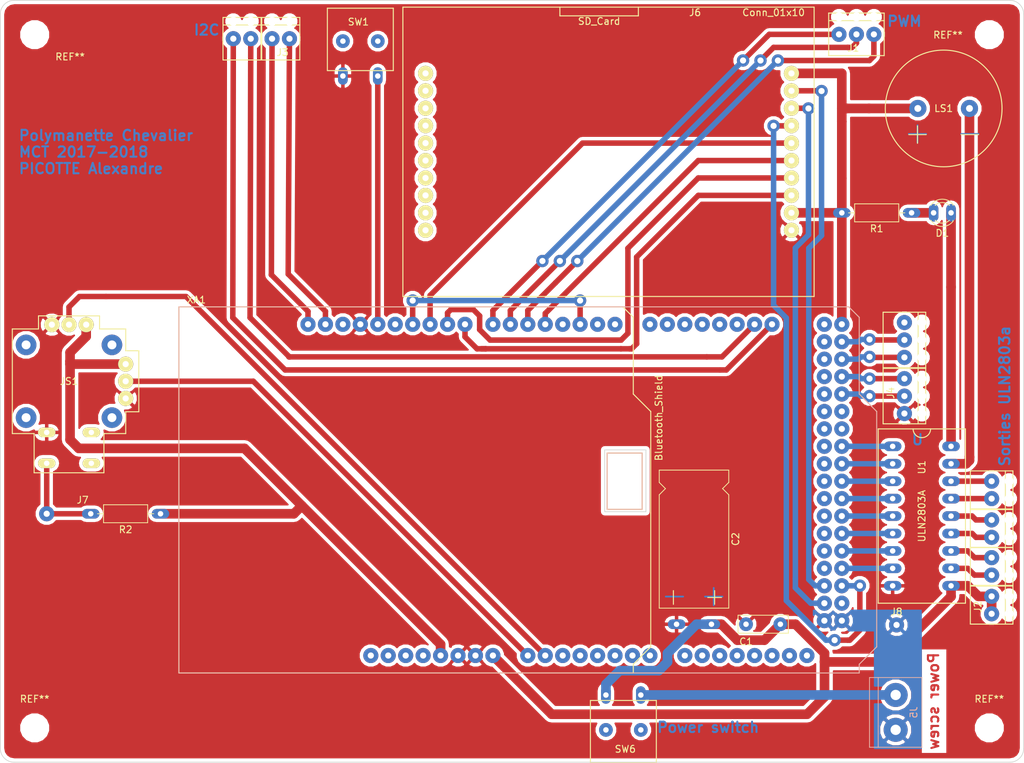
<source format=kicad_pcb>
(kicad_pcb (version 4) (host pcbnew 4.0.7)

  (general
    (links 72)
    (no_connects 2)
    (area 75.449999 37.949999 224.550001 149.370001)
    (thickness 1.6)
    (drawings 19)
    (tracks 254)
    (zones 0)
    (modules 23)
    (nets 92)
  )

  (page A4)
  (title_block
    (title "Manette chevalier CORRIGÉ")
    (date 2018-06-30)
    (company CPNV)
    (comment 1 "PICOTTE Alexandre")
  )

  (layers
    (0 F.Cu signal)
    (31 B.Cu signal)
    (32 B.Adhes user hide)
    (33 F.Adhes user hide)
    (34 B.Paste user hide)
    (35 F.Paste user hide)
    (36 B.SilkS user)
    (37 F.SilkS user)
    (38 B.Mask user hide)
    (39 F.Mask user hide)
    (40 Dwgs.User user hide)
    (41 Cmts.User user hide)
    (42 Eco1.User user hide)
    (43 Eco2.User user hide)
    (44 Edge.Cuts user)
    (45 Margin user hide)
    (46 B.CrtYd user)
    (47 F.CrtYd user)
    (48 B.Fab user hide)
    (49 F.Fab user hide)
  )

  (setup
    (last_trace_width 0.8)
    (user_trace_width 0.8)
    (user_trace_width 1.4)
    (trace_clearance 0.2)
    (zone_clearance 0.508)
    (zone_45_only no)
    (trace_min 0.2)
    (segment_width 0.2)
    (edge_width 0.1)
    (via_size 0.6)
    (via_drill 0.4)
    (via_min_size 0.4)
    (via_min_drill 0.3)
    (user_via 1.8 0.9)
    (uvia_size 0.3)
    (uvia_drill 0.1)
    (uvias_allowed no)
    (uvia_min_size 0.2)
    (uvia_min_drill 0.1)
    (pcb_text_width 0.3)
    (pcb_text_size 1.5 1.5)
    (mod_edge_width 0.15)
    (mod_text_size 1 1)
    (mod_text_width 0.15)
    (pad_size 2.2 2.2)
    (pad_drill 0.9)
    (pad_to_mask_clearance 0)
    (aux_axis_origin 0 0)
    (grid_origin 75.49 149)
    (visible_elements 7FFFE7FF)
    (pcbplotparams
      (layerselection 0x01000_80000001)
      (usegerberextensions false)
      (excludeedgelayer false)
      (linewidth 0.100000)
      (plotframeref false)
      (viasonmask false)
      (mode 1)
      (useauxorigin false)
      (hpglpennumber 1)
      (hpglpenspeed 20)
      (hpglpendiameter 15)
      (hpglpenoverlay 2)
      (psnegative false)
      (psa4output false)
      (plotreference true)
      (plotvalue true)
      (plotinvisibletext false)
      (padsonsilk false)
      (subtractmaskfromsilk false)
      (outputformat 1)
      (mirror false)
      (drillshape 0)
      (scaleselection 1)
      (outputdirectory "Fichiers de production/"))
  )

  (net 0 "")
  (net 1 9.6V)
  (net 2 /9.6VDC)
  (net 3 "Net-(D1-Pad1)")
  (net 4 "Net-(D1-Pad2)")
  (net 5 "Net-(J1-Pad1)")
  (net 6 "Net-(J1-Pad2)")
  (net 7 "Net-(J1-Pad3)")
  (net 8 "Net-(J2-Pad6)")
  (net 9 "Net-(J2-Pad5)")
  (net 10 "Net-(J2-Pad7)")
  (net 11 "Net-(J2-Pad8)")
  (net 12 "Net-(J2-Pad4)")
  (net 13 "Net-(J2-Pad3)")
  (net 14 "Net-(J3-Pad4)")
  (net 15 "Net-(J3-Pad3)")
  (net 16 "Net-(J3-Pad1)")
  (net 17 "Net-(J3-Pad2)")
  (net 18 GND)
  (net 19 RESET)
  (net 20 D/C)
  (net 21 SD)
  (net 22 LCD)
  (net 23 MOSI)
  (net 24 SCK)
  (net 25 MISO)
  (net 26 +5V)
  (net 27 Analog.readX)
  (net 28 Analog.readY)
  (net 29 "Net-(JS1-Pad7)")
  (net 30 "Net-(LS1-Pad2)")
  (net 31 "Net-(U1-Pad2)")
  (net 32 "Net-(U1-Pad1)")
  (net 33 "Net-(U1-Pad3)")
  (net 34 "Net-(U1-Pad4)")
  (net 35 "Net-(U1-Pad5)")
  (net 36 "Net-(U1-Pad6)")
  (net 37 "Net-(U1-Pad7)")
  (net 38 "Net-(U1-Pad8)")
  (net 39 /BT_3V3)
  (net 40 /BT_RESET)
  (net 41 "Net-(XA1-PadIORF)")
  (net 42 "Net-(XA1-PadD19)")
  (net 43 "Net-(XA1-PadD18)")
  (net 44 "Net-(XA1-PadD17)")
  (net 45 "Net-(XA1-PadD16)")
  (net 46 "Net-(XA1-PadD15)")
  (net 47 "Net-(XA1-PadD14)")
  (net 48 "Net-(XA1-PadD0)")
  (net 49 "Net-(XA1-PadD1)")
  (net 50 /BT_TX)
  (net 51 /BT_RX)
  (net 52 "Net-(XA1-PadAREF)")
  (net 53 "Net-(XA1-PadD12)")
  (net 54 "Net-(XA1-PadA2)")
  (net 55 "Net-(XA1-PadA3)")
  (net 56 "Net-(XA1-PadA4)")
  (net 57 "Net-(XA1-PadA5)")
  (net 58 "Net-(XA1-PadA8)")
  (net 59 "Net-(XA1-PadA9)")
  (net 60 "Net-(XA1-PadA10)")
  (net 61 "Net-(XA1-PadA11)")
  (net 62 "Net-(XA1-PadA12)")
  (net 63 "Net-(XA1-PadA13)")
  (net 64 "Net-(XA1-PadA14)")
  (net 65 "Net-(XA1-PadA15)")
  (net 66 "Net-(XA1-PadD28)")
  (net 67 "Net-(XA1-PadD30)")
  (net 68 "Net-(XA1-PadD32)")
  (net 69 "Net-(XA1-PadD34)")
  (net 70 "Net-(XA1-PadD36)")
  (net 71 "Net-(XA1-PadD38)")
  (net 72 "Net-(XA1-PadD40)")
  (net 73 "Net-(XA1-PadD42)")
  (net 74 "Net-(XA1-PadD48)")
  (net 75 "Net-(XA1-PadD53)")
  (net 76 "Net-(XA1-PadD22)")
  (net 77 "Net-(SW1-Pad1)")
  (net 78 "Net-(XA1-PadA6)")
  (net 79 "Net-(XA1-PadA7)")
  (net 80 "Net-(JS1-Pad9)")
  (net 81 "Net-(XA1-PadD44)")
  (net 82 "Net-(XA1-PadD46)")
  (net 83 "Net-(J4-Pad5)")
  (net 84 "Net-(J4-Pad4)")
  (net 85 "Net-(J4-Pad2)")
  (net 86 "Net-(J4-Pad3)")
  (net 87 "Net-(XA1-PadD24)")
  (net 88 "Net-(XA1-PadD26)")
  (net 89 "Net-(XA1-PadD31)")
  (net 90 "Net-(XA1-PadD33)")
  (net 91 "Net-(J7-Pad1)")

  (net_class Default "Ceci est la Netclass par défaut"
    (clearance 0.2)
    (trace_width 0.25)
    (via_dia 0.6)
    (via_drill 0.4)
    (uvia_dia 0.3)
    (uvia_drill 0.1)
    (add_net +5V)
    (add_net /9.6VDC)
    (add_net /BT_3V3)
    (add_net /BT_RESET)
    (add_net /BT_RX)
    (add_net /BT_TX)
    (add_net 9.6V)
    (add_net Analog.readX)
    (add_net Analog.readY)
    (add_net D/C)
    (add_net GND)
    (add_net LCD)
    (add_net MISO)
    (add_net MOSI)
    (add_net "Net-(D1-Pad1)")
    (add_net "Net-(D1-Pad2)")
    (add_net "Net-(J1-Pad1)")
    (add_net "Net-(J1-Pad2)")
    (add_net "Net-(J1-Pad3)")
    (add_net "Net-(J2-Pad3)")
    (add_net "Net-(J2-Pad4)")
    (add_net "Net-(J2-Pad5)")
    (add_net "Net-(J2-Pad6)")
    (add_net "Net-(J2-Pad7)")
    (add_net "Net-(J2-Pad8)")
    (add_net "Net-(J3-Pad1)")
    (add_net "Net-(J3-Pad2)")
    (add_net "Net-(J3-Pad3)")
    (add_net "Net-(J3-Pad4)")
    (add_net "Net-(J4-Pad2)")
    (add_net "Net-(J4-Pad3)")
    (add_net "Net-(J4-Pad4)")
    (add_net "Net-(J4-Pad5)")
    (add_net "Net-(J7-Pad1)")
    (add_net "Net-(JS1-Pad7)")
    (add_net "Net-(JS1-Pad9)")
    (add_net "Net-(LS1-Pad2)")
    (add_net "Net-(SW1-Pad1)")
    (add_net "Net-(U1-Pad1)")
    (add_net "Net-(U1-Pad2)")
    (add_net "Net-(U1-Pad3)")
    (add_net "Net-(U1-Pad4)")
    (add_net "Net-(U1-Pad5)")
    (add_net "Net-(U1-Pad6)")
    (add_net "Net-(U1-Pad7)")
    (add_net "Net-(U1-Pad8)")
    (add_net "Net-(XA1-PadA10)")
    (add_net "Net-(XA1-PadA11)")
    (add_net "Net-(XA1-PadA12)")
    (add_net "Net-(XA1-PadA13)")
    (add_net "Net-(XA1-PadA14)")
    (add_net "Net-(XA1-PadA15)")
    (add_net "Net-(XA1-PadA2)")
    (add_net "Net-(XA1-PadA3)")
    (add_net "Net-(XA1-PadA4)")
    (add_net "Net-(XA1-PadA5)")
    (add_net "Net-(XA1-PadA6)")
    (add_net "Net-(XA1-PadA7)")
    (add_net "Net-(XA1-PadA8)")
    (add_net "Net-(XA1-PadA9)")
    (add_net "Net-(XA1-PadAREF)")
    (add_net "Net-(XA1-PadD0)")
    (add_net "Net-(XA1-PadD1)")
    (add_net "Net-(XA1-PadD12)")
    (add_net "Net-(XA1-PadD14)")
    (add_net "Net-(XA1-PadD15)")
    (add_net "Net-(XA1-PadD16)")
    (add_net "Net-(XA1-PadD17)")
    (add_net "Net-(XA1-PadD18)")
    (add_net "Net-(XA1-PadD19)")
    (add_net "Net-(XA1-PadD22)")
    (add_net "Net-(XA1-PadD24)")
    (add_net "Net-(XA1-PadD26)")
    (add_net "Net-(XA1-PadD28)")
    (add_net "Net-(XA1-PadD30)")
    (add_net "Net-(XA1-PadD31)")
    (add_net "Net-(XA1-PadD32)")
    (add_net "Net-(XA1-PadD33)")
    (add_net "Net-(XA1-PadD34)")
    (add_net "Net-(XA1-PadD36)")
    (add_net "Net-(XA1-PadD38)")
    (add_net "Net-(XA1-PadD40)")
    (add_net "Net-(XA1-PadD42)")
    (add_net "Net-(XA1-PadD44)")
    (add_net "Net-(XA1-PadD46)")
    (add_net "Net-(XA1-PadD48)")
    (add_net "Net-(XA1-PadD53)")
    (add_net "Net-(XA1-PadIORF)")
    (add_net RESET)
    (add_net SCK)
    (add_net SD)
  )

  (module Mounting_Holes:MountingHole_3.2mm_M3 (layer F.Cu) (tedit 5B239CBC) (tstamp 5B1AC30D)
    (at 219.5 144)
    (descr "Mounting Hole 3.2mm, no annular, M3")
    (tags "mounting hole 3.2mm no annular m3")
    (attr virtual)
    (fp_text reference REF** (at 0 -4.2) (layer F.SilkS)
      (effects (font (size 1 1) (thickness 0.15)))
    )
    (fp_text value MountingHole_3.2mm_M3 (at -5 4) (layer F.Fab) hide
      (effects (font (size 1 1) (thickness 0.15)))
    )
    (fp_text user %R (at 0.3 0) (layer F.Fab)
      (effects (font (size 1 1) (thickness 0.15)))
    )
    (fp_circle (center 0 0) (end 3.2 0) (layer Cmts.User) (width 0.15))
    (fp_circle (center 0 0) (end 3.45 0) (layer F.CrtYd) (width 0.05))
    (pad 1 np_thru_hole circle (at 0 0) (size 3.2 3.2) (drill 3.2) (layers *.Cu *.Mask))
  )

  (module Mounting_Holes:MountingHole_3.2mm_M3 (layer F.Cu) (tedit 5B239C98) (tstamp 5B1AC305)
    (at 219.5 43)
    (descr "Mounting Hole 3.2mm, no annular, M3")
    (tags "mounting hole 3.2mm no annular m3")
    (attr virtual)
    (fp_text reference REF** (at -6.015 0.05) (layer F.SilkS)
      (effects (font (size 1 1) (thickness 0.15)))
    )
    (fp_text value MountingHole_3.2mm_M3 (at -5 4) (layer F.Fab) hide
      (effects (font (size 1 1) (thickness 0.15)))
    )
    (fp_text user %R (at 0.3 0) (layer F.Fab)
      (effects (font (size 1 1) (thickness 0.15)))
    )
    (fp_circle (center 0 0) (end 3.2 0) (layer Cmts.User) (width 0.15))
    (fp_circle (center 0 0) (end 3.45 0) (layer F.CrtYd) (width 0.05))
    (pad 1 np_thru_hole circle (at 0 0) (size 3.2 3.2) (drill 3.2) (layers *.Cu *.Mask))
  )

  (module Mounting_Holes:MountingHole_3.2mm_M3 (layer F.Cu) (tedit 5B239CAF) (tstamp 5B1AC2FD)
    (at 80.5 43)
    (descr "Mounting Hole 3.2mm, no annular, M3")
    (tags "mounting hole 3.2mm no annular m3")
    (attr virtual)
    (fp_text reference REF** (at 5.16 3.225) (layer F.SilkS)
      (effects (font (size 1 1) (thickness 0.15)))
    )
    (fp_text value MountingHole_3.2mm_M3 (at 5 5) (layer F.Fab) hide
      (effects (font (size 1 1) (thickness 0.15)))
    )
    (fp_text user %R (at 0.3 0) (layer F.Fab)
      (effects (font (size 1 1) (thickness 0.15)))
    )
    (fp_circle (center 0 0) (end 3.2 0) (layer Cmts.User) (width 0.15))
    (fp_circle (center 0 0) (end 3.45 0) (layer F.CrtYd) (width 0.05))
    (pad 1 np_thru_hole circle (at 0 0) (size 3.2 3.2) (drill 3.2) (layers *.Cu *.Mask))
  )

  (module Manette_2018:LED_D3.0mm placed (layer F.Cu) (tedit 5B19513E) (tstamp 5B1AD74F)
    (at 213.925 68.96 180)
    (descr "LED, diameter 3.0mm, 2 pins")
    (tags "LED diameter 3.0mm 2 pins")
    (path /5B0FD566)
    (fp_text reference D1 (at 1.27 -2.96 180) (layer F.SilkS)
      (effects (font (size 1 1) (thickness 0.15)))
    )
    (fp_text value LED (at 1.27 2.96 180) (layer F.Fab)
      (effects (font (size 1 1) (thickness 0.15)))
    )
    (fp_arc (start 1.27 0) (end -0.23 -1.16619) (angle 284.3) (layer F.Fab) (width 0.1))
    (fp_arc (start 1.27 0) (end -0.29 -1.235516) (angle 108.8) (layer F.SilkS) (width 0.12))
    (fp_arc (start 1.27 0) (end -0.29 1.235516) (angle -108.8) (layer F.SilkS) (width 0.12))
    (fp_arc (start 1.27 0) (end 0.229039 -1.08) (angle 87.9) (layer F.SilkS) (width 0.12))
    (fp_arc (start 1.27 0) (end 0.229039 1.08) (angle -87.9) (layer F.SilkS) (width 0.12))
    (fp_circle (center 1.27 0) (end 2.77 0) (layer F.Fab) (width 0.1))
    (fp_line (start -0.23 -1.16619) (end -0.23 1.16619) (layer F.Fab) (width 0.1))
    (fp_line (start -0.29 -1.236) (end -0.29 -1.08) (layer F.SilkS) (width 0.12))
    (fp_line (start -0.29 1.08) (end -0.29 1.236) (layer F.SilkS) (width 0.12))
    (fp_line (start -1.15 -2.25) (end -1.15 2.25) (layer F.CrtYd) (width 0.05))
    (fp_line (start -1.15 2.25) (end 3.7 2.25) (layer F.CrtYd) (width 0.05))
    (fp_line (start 3.7 2.25) (end 3.7 -2.25) (layer F.CrtYd) (width 0.05))
    (fp_line (start 3.7 -2.25) (end -1.15 -2.25) (layer F.CrtYd) (width 0.05))
    (pad 1 thru_hole oval (at 0 0 180) (size 1.4 2.54) (drill 0.8) (layers *.Cu *.Mask)
      (net 3 "Net-(D1-Pad1)"))
    (pad 2 thru_hole oval (at 2.54 0 180) (size 1.4 2.54) (drill 0.8) (layers *.Cu *.Mask)
      (net 4 "Net-(D1-Pad2)"))
    (model ${KISYS3DMOD}/LEDs.3dshapes/LED_D3.0mm.wrl
      (at (xyz 0 0 0))
      (scale (xyz 0.393701 0.393701 0.393701))
      (rotate (xyz 0 0 0))
    )
  )

  (module Manette_2018:Screw_terminal_3_P2.54mm placed (layer F.Cu) (tedit 5B239C9C) (tstamp 5B1AD760)
    (at 202.69 42.955 180)
    (path /5B1A9D03)
    (fp_text reference J1 (at 3 -2 180) (layer F.SilkS)
      (effects (font (size 1 1) (thickness 0.15)))
    )
    (fp_text value Screw_Terminal_01x03 (at -9.525 3.81 180) (layer F.Fab) hide
      (effects (font (size 1 1) (thickness 0.15)))
    )
    (fp_line (start 6.5 2) (end -1.5 2) (layer F.SilkS) (width 0.15))
    (fp_line (start 6.58 3.1) (end 6.58 0) (layer F.SilkS) (width 0.15))
    (fp_line (start -1.5 3.1) (end 6.58 3.1) (layer F.SilkS) (width 0.15))
    (fp_line (start -1.5 3.1) (end -1.5 0) (layer F.SilkS) (width 0.15))
    (fp_line (start 6.58 0) (end 6.58 -3.1) (layer F.SilkS) (width 0.15))
    (fp_line (start -1.5 -3.1) (end 6.58 -3.1) (layer F.SilkS) (width 0.15))
    (fp_line (start -1.5 0) (end -1.5 -3.1) (layer F.SilkS) (width 0.15))
    (pad 1 thru_hole circle (at 0 0 180) (size 2.2 2.2) (drill 0.9) (layers *.Cu *.Mask)
      (net 5 "Net-(J1-Pad1)"))
    (pad 2 thru_hole circle (at 2.54 0 180) (size 2.2 2.2) (drill 0.9) (layers *.Cu *.Mask)
      (net 6 "Net-(J1-Pad2)"))
    (pad 3 thru_hole circle (at 5.08 0 180) (size 2.2 2.2) (drill 0.9) (layers *.Cu *.Mask)
      (net 7 "Net-(J1-Pad3)"))
    (pad "" np_thru_hole circle (at 0 2.54 180) (size 1.3 1.3) (drill 1.3) (layers *.Cu *.Mask))
    (pad "" np_thru_hole circle (at 2.54 2.54 180) (size 1.3 1.3) (drill 1.3) (layers *.Cu *.Mask))
    (pad "" np_thru_hole circle (at 5.08 2.54 180) (size 1.3 1.3) (drill 1.3) (layers *.Cu *.Mask))
  )

  (module Manette_2018:Screw_terminal_4x2_P2.54mm placed (layer F.Cu) (tedit 5B239CCD) (tstamp 5B1AD78C)
    (at 219.835 127.38 90)
    (path /5B16A6B3)
    (fp_text reference J2 (at 1 -2 90) (layer F.SilkS)
      (effects (font (size 1 1) (thickness 0.15)))
    )
    (fp_text value Screw_Terminal_01x08 (at 30.48 0 90) (layer F.Fab) hide
      (effects (font (size 1 1) (thickness 0.15)))
    )
    (fp_line (start 9.64 0) (end 9.64 -3.1) (layer F.SilkS) (width 0.15))
    (fp_line (start 9.64 -3.1) (end 15.18 -3.1) (layer F.SilkS) (width 0.15))
    (fp_line (start 9.64 3.1) (end 9.64 0) (layer F.SilkS) (width 0.15))
    (fp_line (start 9.64 3.1) (end 15.18 3.1) (layer F.SilkS) (width 0.15))
    (fp_line (start 15.18 2) (end 9.64 2) (layer F.SilkS) (width 0.15))
    (fp_line (start 15.18 -3.1) (end 15.18 3.1) (layer F.SilkS) (width 0.15))
    (fp_line (start 20.82 -3.1) (end 20.82 3.1) (layer F.SilkS) (width 0.15))
    (fp_line (start 20.82 2) (end 15.28 2) (layer F.SilkS) (width 0.15))
    (fp_line (start 15.28 3.1) (end 20.82 3.1) (layer F.SilkS) (width 0.15))
    (fp_line (start 15.28 3.1) (end 15.28 0) (layer F.SilkS) (width 0.15))
    (fp_line (start 15.28 -3.1) (end 20.82 -3.1) (layer F.SilkS) (width 0.15))
    (fp_line (start 15.28 0) (end 15.28 -3.1) (layer F.SilkS) (width 0.15))
    (fp_line (start 4.14 0) (end 4.14 -3.1) (layer F.SilkS) (width 0.15))
    (fp_line (start 4.14 -3.1) (end 9.68 -3.1) (layer F.SilkS) (width 0.15))
    (fp_line (start 4.14 3.1) (end 4.14 0) (layer F.SilkS) (width 0.15))
    (fp_line (start 4.14 3.1) (end 9.68 3.1) (layer F.SilkS) (width 0.15))
    (fp_line (start 9.68 2) (end 4.14 2) (layer F.SilkS) (width 0.15))
    (fp_line (start 9.68 -3.1) (end 9.68 3.1) (layer F.SilkS) (width 0.15))
    (fp_line (start 4.04 -3.1) (end 4.04 3.1) (layer F.SilkS) (width 0.15))
    (fp_line (start 4.04 2) (end -1.5 2) (layer F.SilkS) (width 0.15))
    (fp_line (start -1.5 3.1) (end 4.04 3.1) (layer F.SilkS) (width 0.15))
    (fp_line (start -1.5 3.1) (end -1.5 0) (layer F.SilkS) (width 0.15))
    (fp_line (start -1.5 -3.1) (end 4.04 -3.1) (layer F.SilkS) (width 0.15))
    (fp_line (start -1.5 0) (end -1.5 -3.1) (layer F.SilkS) (width 0.15))
    (pad "" np_thru_hole circle (at 13.68 2.54 90) (size 1.3 1.3) (drill 1.3) (layers *.Cu *.Mask))
    (pad "" np_thru_hole circle (at 11.14 2.54 90) (size 1.3 1.3) (drill 1.3) (layers *.Cu *.Mask))
    (pad 6 thru_hole circle (at 13.68 0 90) (size 2.2 2.2) (drill 0.9) (layers *.Cu *.Mask)
      (net 8 "Net-(J2-Pad6)"))
    (pad 5 thru_hole circle (at 11.14 0 90) (size 2.2 2.2) (drill 0.9) (layers *.Cu *.Mask)
      (net 9 "Net-(J2-Pad5)"))
    (pad 7 thru_hole circle (at 16.78 0 90) (size 2.2 2.2) (drill 0.9) (layers *.Cu *.Mask)
      (net 10 "Net-(J2-Pad7)"))
    (pad 8 thru_hole circle (at 19.32 0 90) (size 2.2 2.2) (drill 0.9) (layers *.Cu *.Mask)
      (net 11 "Net-(J2-Pad8)"))
    (pad "" np_thru_hole circle (at 16.78 2.54 90) (size 1.3 1.3) (drill 1.3) (layers *.Cu *.Mask))
    (pad "" np_thru_hole circle (at 19.32 2.54 90) (size 1.3 1.3) (drill 1.3) (layers *.Cu *.Mask))
    (pad "" np_thru_hole circle (at 8.18 2.54 90) (size 1.3 1.3) (drill 1.3) (layers *.Cu *.Mask))
    (pad "" np_thru_hole circle (at 5.64 2.54 90) (size 1.3 1.3) (drill 1.3) (layers *.Cu *.Mask))
    (pad 4 thru_hole circle (at 8.18 0 90) (size 2.2 2.2) (drill 0.9) (layers *.Cu *.Mask)
      (net 12 "Net-(J2-Pad4)"))
    (pad 3 thru_hole circle (at 5.64 0 90) (size 2.2 2.2) (drill 0.9) (layers *.Cu *.Mask)
      (net 13 "Net-(J2-Pad3)"))
    (pad 1 thru_hole circle (at 0 0 90) (size 2.2 2.2) (drill 0.9) (layers *.Cu *.Mask)
      (net 1 9.6V))
    (pad 2 thru_hole circle (at 2.54 0 90) (size 2.2 2.2) (drill 0.9) (layers *.Cu *.Mask)
      (net 1 9.6V))
    (pad "" np_thru_hole circle (at 0 2.54 90) (size 1.3 1.3) (drill 1.3) (layers *.Cu *.Mask))
    (pad "" np_thru_hole circle (at 2.54 2.54 90) (size 1.3 1.3) (drill 1.3) (layers *.Cu *.Mask))
  )

  (module Manette_2018:Screw_terminal_2x2_P2.54mm placed (layer F.Cu) (tedit 5B239CAC) (tstamp 5B1AD7A4)
    (at 117.6 43.59 180)
    (path /5B164479)
    (fp_text reference J3 (at 1 -2 180) (layer F.SilkS)
      (effects (font (size 1 1) (thickness 0.15)))
    )
    (fp_text value Screw_Terminal_01x04 (at 18.95 2.665 180) (layer F.Fab) hide
      (effects (font (size 1 1) (thickness 0.15)))
    )
    (fp_line (start 4.14 0) (end 4.14 -3.1) (layer F.SilkS) (width 0.15))
    (fp_line (start 4.14 -3.1) (end 9.68 -3.1) (layer F.SilkS) (width 0.15))
    (fp_line (start 4.14 3.1) (end 4.14 0) (layer F.SilkS) (width 0.15))
    (fp_line (start 4.14 3.1) (end 9.68 3.1) (layer F.SilkS) (width 0.15))
    (fp_line (start 9.68 2) (end 4.14 2) (layer F.SilkS) (width 0.15))
    (fp_line (start 9.68 -3.1) (end 9.68 3.1) (layer F.SilkS) (width 0.15))
    (fp_line (start 4.04 -3.1) (end 4.04 3.1) (layer F.SilkS) (width 0.15))
    (fp_line (start 4.04 2) (end -1.5 2) (layer F.SilkS) (width 0.15))
    (fp_line (start -1.5 3.1) (end 4.04 3.1) (layer F.SilkS) (width 0.15))
    (fp_line (start -1.5 3.1) (end -1.5 0) (layer F.SilkS) (width 0.15))
    (fp_line (start -1.5 -3.1) (end 4.04 -3.1) (layer F.SilkS) (width 0.15))
    (fp_line (start -1.5 0) (end -1.5 -3.1) (layer F.SilkS) (width 0.15))
    (pad "" np_thru_hole circle (at 8.18 2.54 180) (size 1.3 1.3) (drill 1.3) (layers *.Cu *.Mask))
    (pad "" np_thru_hole circle (at 5.64 2.54 180) (size 1.3 1.3) (drill 1.3) (layers *.Cu *.Mask))
    (pad 4 thru_hole circle (at 8.18 0 180) (size 2.2 2.2) (drill 0.9) (layers *.Cu *.Mask)
      (net 14 "Net-(J3-Pad4)"))
    (pad 3 thru_hole circle (at 5.64 0 180) (size 2.2 2.2) (drill 0.9) (layers *.Cu *.Mask)
      (net 15 "Net-(J3-Pad3)"))
    (pad 1 thru_hole circle (at 0 0 180) (size 2.2 2.2) (drill 0.9) (layers *.Cu *.Mask)
      (net 16 "Net-(J3-Pad1)"))
    (pad 2 thru_hole circle (at 2.54 0 180) (size 2.2 2.2) (drill 0.9) (layers *.Cu *.Mask)
      (net 17 "Net-(J3-Pad2)"))
    (pad "" np_thru_hole circle (at 0 2.54 180) (size 1.3 1.3) (drill 1.3) (layers *.Cu *.Mask))
    (pad "" np_thru_hole circle (at 2.54 2.54 180) (size 1.3 1.3) (drill 1.3) (layers *.Cu *.Mask))
  )

  (module Manette_2018:TerminalBlock_bornier-2_P5.08mm placed (layer B.Cu) (tedit 5B27D13F) (tstamp 5B1AD7B9)
    (at 205.865 144.285 90)
    (descr "simple 2-pin terminal block, pitch 5.08mm, revamped version of bornier2")
    (tags "terminal block bornier2")
    (path /5B111BD1)
    (fp_text reference J5 (at 2.54 2.635 90) (layer B.SilkS)
      (effects (font (size 1 1) (thickness 0.15)) (justify mirror))
    )
    (fp_text value Screw_Terminal_01x02 (at 3.81 -5.08 90) (layer B.Fab) hide
      (effects (font (size 1 1) (thickness 0.15)) (justify mirror))
    )
    (fp_text user %R (at 2.54 0 90) (layer B.Fab)
      (effects (font (size 1 1) (thickness 0.15)) (justify mirror))
    )
    (fp_line (start -2.41 -2.55) (end 7.49 -2.55) (layer B.Fab) (width 0.1))
    (fp_line (start -2.46 3.75) (end -2.46 -3.75) (layer B.Fab) (width 0.1))
    (fp_line (start -2.46 -3.75) (end 7.54 -3.75) (layer B.Fab) (width 0.1))
    (fp_line (start 7.54 -3.75) (end 7.54 3.75) (layer B.Fab) (width 0.1))
    (fp_line (start 7.54 3.75) (end -2.46 3.75) (layer B.Fab) (width 0.1))
    (fp_line (start 7.62 -2.54) (end -2.54 -2.54) (layer B.SilkS) (width 0.12))
    (fp_line (start 7.62 -3.81) (end 7.62 3.81) (layer B.SilkS) (width 0.12))
    (fp_line (start 7.62 3.81) (end -2.54 3.81) (layer B.SilkS) (width 0.12))
    (fp_line (start -2.54 3.81) (end -2.54 -3.81) (layer B.SilkS) (width 0.12))
    (fp_line (start -2.54 -3.81) (end 7.62 -3.81) (layer B.SilkS) (width 0.12))
    (fp_line (start -2.71 4) (end 7.79 4) (layer B.CrtYd) (width 0.05))
    (fp_line (start -2.71 4) (end -2.71 -4) (layer B.CrtYd) (width 0.05))
    (fp_line (start 7.79 -4) (end 7.79 4) (layer B.CrtYd) (width 0.05))
    (fp_line (start 7.79 -4) (end -2.71 -4) (layer B.CrtYd) (width 0.05))
    (pad 1 thru_hole circle (at 0 0 90) (size 3.5 3.5) (drill 1.5) (layers *.Cu *.Mask)
      (net 18 GND))
    (pad 2 thru_hole circle (at 5.08 0 90) (size 3.5 3.5) (drill 1.5) (layers *.Cu *.Mask)
      (net 2 /9.6VDC))
    (model ${KISYS3DMOD}/Terminal_Blocks.3dshapes/TerminalBlock_bornier-2_P5.08mm.wrl
      (at (xyz 0.1 0 0))
      (scale (xyz 1 1 1))
      (rotate (xyz 0 0 0))
    )
  )

  (module Manette_2018:R_Axial_DIN0207_L6.3mm_D2.5mm_P10.16mm_Horizontal placed (layer F.Cu) (tedit 5B195162) (tstamp 5B1AD80F)
    (at 208.18 68.96 180)
    (descr "Resistor, Axial_DIN0207 series, Axial, Horizontal, pin pitch=10.16mm, 0.25W = 1/4W, length*diameter=6.3*2.5mm^2, http://cdn-reichelt.de/documents/datenblatt/B400/1_4W%23YAG.pdf")
    (tags "Resistor Axial_DIN0207 series Axial Horizontal pin pitch 10.16mm 0.25W = 1/4W length 6.3mm diameter 2.5mm")
    (path /5B136B9C)
    (fp_text reference R1 (at 5.08 -2.31 180) (layer F.SilkS)
      (effects (font (size 1 1) (thickness 0.15)))
    )
    (fp_text value 330 (at 5.08 2.31 180) (layer F.Fab)
      (effects (font (size 1 1) (thickness 0.15)))
    )
    (fp_line (start 1.93 -1.25) (end 1.93 1.25) (layer F.Fab) (width 0.1))
    (fp_line (start 1.93 1.25) (end 8.23 1.25) (layer F.Fab) (width 0.1))
    (fp_line (start 8.23 1.25) (end 8.23 -1.25) (layer F.Fab) (width 0.1))
    (fp_line (start 8.23 -1.25) (end 1.93 -1.25) (layer F.Fab) (width 0.1))
    (fp_line (start 0 0) (end 1.93 0) (layer F.Fab) (width 0.1))
    (fp_line (start 10.16 0) (end 8.23 0) (layer F.Fab) (width 0.1))
    (fp_line (start 1.87 -1.31) (end 1.87 1.31) (layer F.SilkS) (width 0.12))
    (fp_line (start 1.87 1.31) (end 8.29 1.31) (layer F.SilkS) (width 0.12))
    (fp_line (start 8.29 1.31) (end 8.29 -1.31) (layer F.SilkS) (width 0.12))
    (fp_line (start 8.29 -1.31) (end 1.87 -1.31) (layer F.SilkS) (width 0.12))
    (fp_line (start 0.98 0) (end 1.87 0) (layer F.SilkS) (width 0.12))
    (fp_line (start 9.18 0) (end 8.29 0) (layer F.SilkS) (width 0.12))
    (fp_line (start -1.05 -1.6) (end -1.05 1.6) (layer F.CrtYd) (width 0.05))
    (fp_line (start -1.05 1.6) (end 11.25 1.6) (layer F.CrtYd) (width 0.05))
    (fp_line (start 11.25 1.6) (end 11.25 -1.6) (layer F.CrtYd) (width 0.05))
    (fp_line (start 11.25 -1.6) (end -1.05 -1.6) (layer F.CrtYd) (width 0.05))
    (pad 1 thru_hole oval (at 0 0 180) (size 2.54 1.4) (drill 0.8) (layers *.Cu *.Mask)
      (net 4 "Net-(D1-Pad2)"))
    (pad 2 thru_hole oval (at 10.16 0 180) (size 2.54 1.4) (drill 0.8) (layers *.Cu *.Mask)
      (net 26 +5V))
    (model ${KISYS3DMOD}/Resistors_THT.3dshapes/R_Axial_DIN0207_L6.3mm_D2.5mm_P10.16mm_Horizontal.wrl
      (at (xyz 0 0 0))
      (scale (xyz 0.393701 0.393701 0.393701))
      (rotate (xyz 0 0 0))
    )
  )

  (module Mounting_Holes:MountingHole_3.2mm_M3 (layer F.Cu) (tedit 5B239CB8) (tstamp 5B1AC2E2)
    (at 80.5 144)
    (descr "Mounting Hole 3.2mm, no annular, M3")
    (tags "mounting hole 3.2mm no annular m3")
    (attr virtual)
    (fp_text reference REF** (at 0 -4.2) (layer F.SilkS)
      (effects (font (size 1 1) (thickness 0.15)))
    )
    (fp_text value MountingHole_3.2mm_M3 (at 12.78 -0.08) (layer F.Fab) hide
      (effects (font (size 1 1) (thickness 0.15)))
    )
    (fp_text user %R (at 0.3 0) (layer F.Fab)
      (effects (font (size 1 1) (thickness 0.15)))
    )
    (fp_circle (center 0 0) (end 3.2 0) (layer Cmts.User) (width 0.15))
    (fp_circle (center 0 0) (end 3.45 0) (layer F.CrtYd) (width 0.05))
    (pad 1 np_thru_hole circle (at 0 0) (size 3.2 3.2) (drill 3.2) (layers *.Cu *.Mask))
  )

  (module Manette_2018:Buzzer (layer F.Cu) (tedit 5B1E4B7E) (tstamp 5B1E5124)
    (at 212.85 53.75)
    (path /5B135E91)
    (fp_text reference LS1 (at 0 0) (layer F.SilkS)
      (effects (font (size 1 1) (thickness 0.15)))
    )
    (fp_text value Speaker (at 0 -1.5) (layer F.Fab)
      (effects (font (size 1 1) (thickness 0.15)))
    )
    (fp_line (start 2.54 3.81) (end 5.08 3.81) (layer F.SilkS) (width 0.15))
    (fp_line (start -5.08 3.81) (end -2.54 3.81) (layer F.SilkS) (width 0.15))
    (fp_line (start -3.81 2.54) (end -3.81 5.08) (layer F.SilkS) (width 0.15))
    (fp_circle (center 0 0) (end -8.5 0.05) (layer F.SilkS) (width 0.15))
    (pad 1 thru_hole circle (at -3.76 0) (size 2.5 2.5) (drill 1) (layers *.Cu *.Mask)
      (net 26 +5V))
    (pad 2 thru_hole circle (at 3.76 0) (size 2.5 2.5) (drill 1) (layers *.Cu *.Mask)
      (net 30 "Net-(LS1-Pad2)"))
  )

  (module Manette_2018:CP_Radial_Couchée_D10.0mm_P5.00mm (layer F.Cu) (tedit 5B360B98) (tstamp 5B1A9C3C)
    (at 176.5 106 270)
    (descr "CP, Axial series, Axial, Horizontal, pin pitch=26mm, , length*diameter=20*10mm^2, Electrolytic Capacitor, , http://www.kemet.com/Lists/ProductCatalog/Attachments/424/KEM_AC102.pdf")
    (tags "CP Axial series Axial Horizontal pin pitch 26mm  length 20mm diameter 10mm Electrolytic Capacitor")
    (path /5B156818)
    (fp_text reference C2 (at 10.5 -6.06 270) (layer F.SilkS)
      (effects (font (size 1 1) (thickness 0.15)))
    )
    (fp_text value 470µF (at -1.45 0.045 360) (layer F.Fab)
      (effects (font (size 1 1) (thickness 0.15)))
    )
    (fp_line (start 18 3) (end 20 3) (layer F.SilkS) (width 0.15))
    (fp_line (start 18 -3) (end 20 -3) (layer F.SilkS) (width 0.15))
    (fp_line (start 19 -4) (end 19 -2) (layer F.SilkS) (width 0.15))
    (fp_line (start 0.5 -5) (end 0.5 5) (layer F.Fab) (width 0.1))
    (fp_line (start 20.5 -5) (end 20.5 5) (layer F.Fab) (width 0.1))
    (fp_line (start 0.5 -5) (end 2.24 -5) (layer F.Fab) (width 0.1))
    (fp_line (start 2.24 -5) (end 3.14 -4.1) (layer F.Fab) (width 0.1))
    (fp_line (start 3.14 -4.1) (end 4.04 -5) (layer F.Fab) (width 0.1))
    (fp_line (start 4.04 -5) (end 20.5 -5) (layer F.Fab) (width 0.1))
    (fp_line (start 0.5 5) (end 2.24 5) (layer F.Fab) (width 0.1))
    (fp_line (start 2.24 5) (end 3.14 4.1) (layer F.Fab) (width 0.1))
    (fp_line (start 3.14 4.1) (end 4.04 5) (layer F.Fab) (width 0.1))
    (fp_line (start 4.04 5) (end 20.5 5) (layer F.Fab) (width 0.1))
    (fp_line (start 0.44 -5.06) (end 0.44 5.06) (layer F.SilkS) (width 0.12))
    (fp_line (start 20.56 -5.06) (end 20.56 5.06) (layer F.SilkS) (width 0.12))
    (fp_line (start 0.44 -5.06) (end 2.24 -5.06) (layer F.SilkS) (width 0.12))
    (fp_line (start 2.24 -5.06) (end 3.14 -4.16) (layer F.SilkS) (width 0.12))
    (fp_line (start 3.14 -4.16) (end 4.04 -5.06) (layer F.SilkS) (width 0.12))
    (fp_line (start 4.04 -5.06) (end 20.56 -5.06) (layer F.SilkS) (width 0.12))
    (fp_line (start 0.44 5.06) (end 2.24 5.06) (layer F.SilkS) (width 0.12))
    (fp_line (start 2.24 5.06) (end 3.14 4.16) (layer F.SilkS) (width 0.12))
    (fp_line (start 3.14 4.16) (end 4.04 5.06) (layer F.SilkS) (width 0.12))
    (fp_line (start 4.04 5.06) (end 20.56 5.06) (layer F.SilkS) (width 0.12))
    (fp_line (start -0.14 -5.35) (end -0.14 5.35) (layer F.CrtYd) (width 0.05))
    (fp_line (start -0.14 5.35) (end 24.95 5.35) (layer F.CrtYd) (width 0.05))
    (fp_line (start 24.95 5.35) (end 24.95 -5.35) (layer F.CrtYd) (width 0.05))
    (fp_line (start 24.95 -5.35) (end -0.14 -5.35) (layer F.CrtYd) (width 0.05))
    (fp_text user %R (at 10.5 0 270) (layer F.Fab)
      (effects (font (size 1 1) (thickness 0.15)))
    )
    (pad 1 thru_hole oval (at 22.9 -2.54 270) (size 1.4 2.54) (drill 0.8) (layers *.Cu *.Mask)
      (net 1 9.6V))
    (pad 2 thru_hole oval (at 22.9 2.54 270) (size 1.4 2.54) (drill 0.8) (layers *.Cu *.Mask)
      (net 18 GND))
    (model ${KISYS3DMOD}/Capacitors_THT.3dshapes/CP_Axial_L20.0mm_D10.0mm_P26.00mm_Horizontal.wrl
      (at (xyz 0 0 0))
      (scale (xyz 1 1 1))
      (rotate (xyz 0 0 0))
    )
  )

  (module Manette_2018:Robot_LCD placed (layer F.Cu) (tedit 5B1F88F7) (tstamp 5B1AD7D9)
    (at 134.11 81.15)
    (path /5B1373D4)
    (fp_text reference J6 (at 42.545 -41.37) (layer F.SilkS)
      (effects (font (size 1 1) (thickness 0.15)))
    )
    (fp_text value Conn_01x10 (at 53.975 -41.37 180) (layer F.SilkS)
      (effects (font (size 1 1) (thickness 0.15)))
    )
    (fp_line (start 22.86 -42.16) (end 22.86 -40.89) (layer F.SilkS) (width 0.15))
    (fp_line (start 22.86 -40.89) (end 34.29 -40.89) (layer F.SilkS) (width 0.15))
    (fp_line (start 34.29 -40.89) (end 34.29 -42.16) (layer F.SilkS) (width 0.15))
    (fp_text user SD_Card (at 28.575 -40.1) (layer F.SilkS)
      (effects (font (size 1 1) (thickness 0.15)))
    )
    (fp_line (start 59.88 -42.16) (end 59.88 0) (layer F.SilkS) (width 0.15))
    (fp_line (start 59.88 0) (end 0 0) (layer F.SilkS) (width 0.15))
    (fp_line (start 0 0) (end 0 -42.16) (layer F.SilkS) (width 0.15))
    (fp_line (start 0 -42.16) (end 59.88 -42.16) (layer F.SilkS) (width 0.15))
    (pad 8 thru_hole circle (at 56.58 -14.73) (size 2.2 2.2) (drill 0.9) (layers *.Cu *.Mask F.SilkS)
      (net 19 RESET))
    (pad 7 thru_hole circle (at 56.58 -17.27) (size 2.2 2.2) (drill 0.9) (layers *.Cu *.Mask F.SilkS)
      (net 20 D/C))
    (pad 6 thru_hole circle (at 56.58 -19.81) (size 2.2 2.2) (drill 0.9) (layers *.Cu *.Mask F.SilkS)
      (net 21 SD))
    (pad 5 thru_hole circle (at 56.58 -22.35) (size 2.2 2.2) (drill 0.9) (layers *.Cu *.Mask F.SilkS)
      (net 22 LCD))
    (pad 4 thru_hole circle (at 56.58 -24.89) (size 2.2 2.2) (drill 0.9) (layers *.Cu *.Mask F.SilkS)
      (net 23 MOSI))
    (pad 3 thru_hole circle (at 56.58 -27.43) (size 2.2 2.2) (drill 0.9) (layers *.Cu *.Mask F.SilkS)
      (net 24 SCK))
    (pad 2 thru_hole circle (at 56.58 -29.97) (size 2.2 2.2) (drill 0.9) (layers *.Cu *.Mask F.SilkS)
      (net 25 MISO))
    (pad 1 thru_hole circle (at 56.58 -32.51) (size 2.2 2.2) (drill 0.9) (layers *.Cu *.Mask F.SilkS)
      (net 26 +5V))
    (pad "" thru_hole circle (at 3.3 -9.65) (size 2.2 2.2) (drill 0.9) (layers *.Cu *.Mask F.SilkS))
    (pad "" thru_hole circle (at 3.3 -12.19) (size 2.2 2.2) (drill 0.9) (layers *.Cu *.Mask F.SilkS))
    (pad "" thru_hole circle (at 3.3 -14.73) (size 2.2 2.2) (drill 0.9) (layers *.Cu *.Mask F.SilkS))
    (pad "" thru_hole circle (at 3.3 -17.27) (size 2.2 2.2) (drill 0.9) (layers *.Cu *.Mask F.SilkS))
    (pad "" thru_hole circle (at 3.3 -19.81) (size 2.2 2.2) (drill 0.9) (layers *.Cu *.Mask F.SilkS))
    (pad "" thru_hole circle (at 3.3 -22.35) (size 2.2 2.2) (drill 0.9) (layers *.Cu *.Mask F.SilkS))
    (pad "" thru_hole circle (at 3.3 -24.89) (size 2.2 2.2) (drill 0.9) (layers *.Cu *.Mask F.SilkS))
    (pad "" thru_hole circle (at 3.3 -27.43) (size 2.2 2.2) (drill 0.9) (layers *.Cu *.Mask F.SilkS))
    (pad "" thru_hole circle (at 3.3 -29.97) (size 2.2 2.2) (drill 0.9) (layers *.Cu *.Mask F.SilkS))
    (pad "" thru_hole circle (at 3.3 -32.51) (size 2.2 2.2) (drill 0.9) (layers *.Cu *.Mask F.SilkS))
    (pad 9 thru_hole circle (at 56.58 -12.19) (size 2.2 2.2) (drill 0.9) (layers *.Cu *.Mask F.SilkS)
      (net 26 +5V))
    (pad 10 thru_hole circle (at 56.58 -9.65) (size 2.2 2.2) (drill 0.9) (layers *.Cu *.Mask F.SilkS)
      (net 18 GND))
  )

  (module Manette_2018:Pad (layer F.Cu) (tedit 5B239CB5) (tstamp 5B1FCC98)
    (at 86.485 112.805)
    (path /5B1FDEB7)
    (fp_text reference J7 (at 1 -2) (layer F.SilkS)
      (effects (font (size 1 1) (thickness 0.15)))
    )
    (fp_text value Conn_01x01 (at 0 2.54) (layer F.Fab) hide
      (effects (font (size 1 1) (thickness 0.15)))
    )
    (pad 1 thru_hole circle (at -4.235 0) (size 2.2 2.2) (drill 0.9) (layers *.Cu *.Mask)
      (net 91 "Net-(J7-Pad1)"))
  )

  (module Manette_2018:R_Axial_DIN0207_L6.3mm_D2.5mm_P10.16mm_Horizontal (layer F.Cu) (tedit 5B195162) (tstamp 5B1FD03B)
    (at 98.82 112.805 180)
    (descr "Resistor, Axial_DIN0207 series, Axial, Horizontal, pin pitch=10.16mm, 0.25W = 1/4W, length*diameter=6.3*2.5mm^2, http://cdn-reichelt.de/documents/datenblatt/B400/1_4W%23YAG.pdf")
    (tags "Resistor Axial_DIN0207 series Axial Horizontal pin pitch 10.16mm 0.25W = 1/4W length 6.3mm diameter 2.5mm")
    (path /5B1FF0B9)
    (fp_text reference R2 (at 5.08 -2.31 180) (layer F.SilkS)
      (effects (font (size 1 1) (thickness 0.15)))
    )
    (fp_text value 4K7 (at 5.08 2.31 180) (layer F.Fab)
      (effects (font (size 1 1) (thickness 0.15)))
    )
    (fp_line (start 1.93 -1.25) (end 1.93 1.25) (layer F.Fab) (width 0.1))
    (fp_line (start 1.93 1.25) (end 8.23 1.25) (layer F.Fab) (width 0.1))
    (fp_line (start 8.23 1.25) (end 8.23 -1.25) (layer F.Fab) (width 0.1))
    (fp_line (start 8.23 -1.25) (end 1.93 -1.25) (layer F.Fab) (width 0.1))
    (fp_line (start 0 0) (end 1.93 0) (layer F.Fab) (width 0.1))
    (fp_line (start 10.16 0) (end 8.23 0) (layer F.Fab) (width 0.1))
    (fp_line (start 1.87 -1.31) (end 1.87 1.31) (layer F.SilkS) (width 0.12))
    (fp_line (start 1.87 1.31) (end 8.29 1.31) (layer F.SilkS) (width 0.12))
    (fp_line (start 8.29 1.31) (end 8.29 -1.31) (layer F.SilkS) (width 0.12))
    (fp_line (start 8.29 -1.31) (end 1.87 -1.31) (layer F.SilkS) (width 0.12))
    (fp_line (start 0.98 0) (end 1.87 0) (layer F.SilkS) (width 0.12))
    (fp_line (start 9.18 0) (end 8.29 0) (layer F.SilkS) (width 0.12))
    (fp_line (start -1.05 -1.6) (end -1.05 1.6) (layer F.CrtYd) (width 0.05))
    (fp_line (start -1.05 1.6) (end 11.25 1.6) (layer F.CrtYd) (width 0.05))
    (fp_line (start 11.25 1.6) (end 11.25 -1.6) (layer F.CrtYd) (width 0.05))
    (fp_line (start 11.25 -1.6) (end -1.05 -1.6) (layer F.CrtYd) (width 0.05))
    (pad 1 thru_hole oval (at 0 0 180) (size 2.54 1.4) (drill 0.8) (layers *.Cu *.Mask)
      (net 26 +5V))
    (pad 2 thru_hole oval (at 10.16 0 180) (size 2.54 1.4) (drill 0.8) (layers *.Cu *.Mask)
      (net 91 "Net-(J7-Pad1)"))
    (model ${KISYS3DMOD}/Resistors_THT.3dshapes/R_Axial_DIN0207_L6.3mm_D2.5mm_P10.16mm_Horizontal.wrl
      (at (xyz 0 0 0))
      (scale (xyz 0.393701 0.393701 0.393701))
      (rotate (xyz 0 0 0))
    )
  )

  (module Manette_2018:C_Rect_L7.2mm_W2.5mm_P5.00mm_FKS2_FKP2_MKS2_MKP2 placed (layer F.Cu) (tedit 5B360055) (tstamp 5B1AD66E)
    (at 184.075 128.9 180)
    (descr "C, Rect series, Radial, pin pitch=5.00mm, , length*width=7.2*2.5mm^2, Capacitor, http://www.wima.com/EN/WIMA_FKS_2.pdf")
    (tags "C Rect series Radial pin pitch 5.00mm  length 7.2mm width 2.5mm Capacitor")
    (path /5B156A41)
    (fp_text reference C1 (at 0 -2.54 180) (layer F.SilkS)
      (effects (font (size 1 1) (thickness 0.15)))
    )
    (fp_text value 100nF (at -0.635 2.54 180) (layer F.Fab)
      (effects (font (size 1 1) (thickness 0.15)))
    )
    (fp_line (start -6.1 -1.25) (end -6.1 1.25) (layer F.Fab) (width 0.1))
    (fp_line (start -6.1 1.25) (end 1.1 1.25) (layer F.Fab) (width 0.1))
    (fp_line (start 1.1 1.25) (end 1.1 -1.25) (layer F.Fab) (width 0.1))
    (fp_line (start 1.1 -1.25) (end -6.1 -1.25) (layer F.Fab) (width 0.1))
    (fp_line (start -6.16 -1.31) (end 1.16 -1.31) (layer F.SilkS) (width 0.12))
    (fp_line (start -6.16 1.31) (end 1.16 1.31) (layer F.SilkS) (width 0.12))
    (fp_line (start -6.16 -1.31) (end -6.16 1.31) (layer F.SilkS) (width 0.12))
    (fp_line (start 1.16 -1.31) (end 1.16 1.31) (layer F.SilkS) (width 0.12))
    (fp_line (start -6.45 -1.6) (end -6.45 1.6) (layer F.CrtYd) (width 0.05))
    (fp_line (start -6.45 1.6) (end 1.45 1.6) (layer F.CrtYd) (width 0.05))
    (fp_line (start 1.45 1.6) (end 1.45 -1.6) (layer F.CrtYd) (width 0.05))
    (fp_line (start 1.45 -1.6) (end -6.45 -1.6) (layer F.CrtYd) (width 0.05))
    (fp_text user %R (at -2.46 0 180) (layer F.Fab)
      (effects (font (size 1 1) (thickness 0.15)))
    )
    (pad 1 thru_hole circle (at -5 0 180) (size 2 2) (drill 0.8) (layers *.Cu *.Mask)
      (net 1 9.6V))
    (pad 2 thru_hole circle (at 0 0 180) (size 2 2) (drill 0.8) (layers *.Cu *.Mask)
      (net 18 GND))
    (model ${KISYS3DMOD}/Capacitors_THT.3dshapes/C_Rect_L7.2mm_W2.5mm_P5.00mm_FKS2_FKP2_MKS2_MKP2.wrl
      (at (xyz 0 0 0))
      (scale (xyz 1 1 1))
      (rotate (xyz 0 0 0))
    )
  )

  (module Polymanette_2018:Screw_terminal_2x3_P2.54mm (layer F.Cu) (tedit 5B32481A) (tstamp 5B1E7EE0)
    (at 207.135 98.2 90)
    (path /5B1EC5E6)
    (fp_text reference J4 (at 3 -2 90) (layer F.SilkS)
      (effects (font (size 1 1) (thickness 0.15)))
    )
    (fp_text value Screw_Terminal_01x05 (at 6.2 4.355 90) (layer F.Fab) hide
      (effects (font (size 1 1) (thickness 0.15)))
    )
    (fp_line (start 6.68 0) (end 6.68 -3.1) (layer F.SilkS) (width 0.15))
    (fp_line (start 6.68 -3.1) (end 14.76 -3.1) (layer F.SilkS) (width 0.15))
    (fp_line (start 14.76 0) (end 14.76 -3.1) (layer F.SilkS) (width 0.15))
    (fp_line (start 6.68 3.1) (end 6.68 0) (layer F.SilkS) (width 0.15))
    (fp_line (start 6.68 3.1) (end 14.76 3.1) (layer F.SilkS) (width 0.15))
    (fp_line (start 14.76 3.1) (end 14.76 0) (layer F.SilkS) (width 0.15))
    (fp_line (start 14.68 2) (end 6.68 2) (layer F.SilkS) (width 0.15))
    (fp_line (start 6.5 2) (end -1.5 2) (layer F.SilkS) (width 0.15))
    (fp_line (start 6.58 3.1) (end 6.58 0) (layer F.SilkS) (width 0.15))
    (fp_line (start -1.5 3.1) (end 6.58 3.1) (layer F.SilkS) (width 0.15))
    (fp_line (start -1.5 3.1) (end -1.5 0) (layer F.SilkS) (width 0.15))
    (fp_line (start 6.58 0) (end 6.58 -3.1) (layer F.SilkS) (width 0.15))
    (fp_line (start -1.5 -3.1) (end 6.58 -3.1) (layer F.SilkS) (width 0.15))
    (fp_line (start -1.5 0) (end -1.5 -3.1) (layer F.SilkS) (width 0.15))
    (pad "" np_thru_hole circle (at 13.26 2.54 90) (size 1.3 1.3) (drill 1.3) (layers *.Cu *.Mask))
    (pad "" np_thru_hole circle (at 10.72 2.54 90) (size 1.3 1.3) (drill 1.3) (layers *.Cu *.Mask))
    (pad "" np_thru_hole circle (at 8.18 2.54 90) (size 1.3 1.3) (drill 1.3) (layers *.Cu *.Mask))
    (pad "" np_thru_hole circle (at 13.26 0 90) (size 2.2 2.2) (drill 0.9) (layers *.Cu *.Mask))
    (pad 5 thru_hole circle (at 10.72 0 90) (size 2.2 2.2) (drill 0.9) (layers *.Cu *.Mask)
      (net 83 "Net-(J4-Pad5)"))
    (pad 4 thru_hole circle (at 8.18 0 90) (size 2.2 2.2) (drill 0.9) (layers *.Cu *.Mask)
      (net 84 "Net-(J4-Pad4)"))
    (pad 1 thru_hole circle (at 0 0 90) (size 2.2 2.2) (drill 0.9) (layers *.Cu *.Mask)
      (net 18 GND))
    (pad 2 thru_hole circle (at 2.54 0 90) (size 2.2 2.2) (drill 0.9) (layers *.Cu *.Mask)
      (net 85 "Net-(J4-Pad2)"))
    (pad 3 thru_hole circle (at 5.08 0 90) (size 2.2 2.2) (drill 0.9) (layers *.Cu *.Mask)
      (net 86 "Net-(J4-Pad3)"))
    (pad "" np_thru_hole circle (at 0 2.54 90) (size 1.3 1.3) (drill 1.3) (layers *.Cu *.Mask))
    (pad "" np_thru_hole circle (at 2.54 2.54 90) (size 1.3 1.3) (drill 1.3) (layers *.Cu *.Mask))
    (pad "" np_thru_hole circle (at 5.08 2.54 90) (size 1.3 1.3) (drill 1.3) (layers *.Cu *.Mask))
  )

  (module Polymanette_2018:Joystick_RSF_2-axis (layer F.Cu) (tedit 5B27CA12) (tstamp 5B1E4CC8)
    (at 85.5 93.5)
    (path /5B34AE85)
    (fp_text reference JS1 (at 0 0) (layer F.SilkS)
      (effects (font (size 1 1) (thickness 0.15)))
    )
    (fp_text value Joystick_RSF_2-Axis (at 0 -10.795) (layer F.Fab) hide
      (effects (font (size 1 1) (thickness 0.15)))
    )
    (fp_line (start -4.445 -9.525) (end -4.445 -7.62) (layer F.SilkS) (width 0.15))
    (fp_line (start -4.445 -7.62) (end -8.255 -7.62) (layer F.SilkS) (width 0.15))
    (fp_line (start -8.255 -7.62) (end -8.255 7.62) (layer F.SilkS) (width 0.15))
    (fp_line (start -8.255 7.62) (end -5.08 7.62) (layer F.SilkS) (width 0.15))
    (fp_line (start -5.08 7.62) (end -5.08 13.335) (layer F.SilkS) (width 0.15))
    (fp_line (start -5.08 13.335) (end 5.08 13.335) (layer F.SilkS) (width 0.15))
    (fp_line (start 5.08 13.335) (end 5.08 7.62) (layer F.SilkS) (width 0.15))
    (fp_line (start 5.08 7.62) (end 8.255 7.62) (layer F.SilkS) (width 0.15))
    (fp_line (start 8.255 7.62) (end 8.255 4.445) (layer F.SilkS) (width 0.15))
    (fp_line (start 8.255 4.445) (end 10.16 4.445) (layer F.SilkS) (width 0.15))
    (fp_line (start 10.16 4.445) (end 10.16 -4.445) (layer F.SilkS) (width 0.15))
    (fp_line (start 10.16 -4.445) (end 8.255 -4.445) (layer F.SilkS) (width 0.15))
    (fp_line (start 8.255 -4.445) (end 8.255 -7.62) (layer F.SilkS) (width 0.15))
    (fp_line (start 8.255 -7.62) (end 4.445 -7.62) (layer F.SilkS) (width 0.15))
    (fp_line (start 4.445 -7.62) (end 4.445 -9.525) (layer F.SilkS) (width 0.15))
    (fp_line (start 4.445 -9.525) (end -4.445 -9.525) (layer F.SilkS) (width 0.15))
    (pad 3 thru_hole circle (at 8.25 2.5) (size 2.2 2.2) (drill 0.9) (layers *.Cu *.Mask F.SilkS)
      (net 18 GND))
    (pad 2 thru_hole circle (at 8.25 0) (size 2.2 2.2) (drill 0.9) (layers *.Cu *.Mask F.SilkS)
      (net 27 Analog.readX))
    (pad 1 thru_hole circle (at 8.25 -2.5) (size 2.2 2.2) (drill 0.9) (layers *.Cu *.Mask F.SilkS)
      (net 26 +5V))
    (pad 5 thru_hole circle (at 0 -8.25) (size 2.2 2.2) (drill 0.9) (layers *.Cu *.Mask F.SilkS)
      (net 28 Analog.readY))
    (pad 4 thru_hole circle (at 2.5 -8.25) (size 2.2 2.2) (drill 0.9) (layers *.Cu *.Mask F.SilkS)
      (net 26 +5V))
    (pad 6 thru_hole circle (at -2.5 -8.25) (size 2.2 2.2) (drill 0.9) (layers *.Cu *.Mask F.SilkS)
      (net 18 GND))
    (pad "" np_thru_hole circle (at 6.25 5.3) (size 3 3) (drill 1.3) (layers *.Cu *.Mask))
    (pad "" np_thru_hole circle (at 6.25 -5.3) (size 3 3) (drill 1.3) (layers *.Cu *.Mask))
    (pad "" np_thru_hole circle (at -6.25 -5.3) (size 3 3) (drill 1.3) (layers *.Cu *.Mask))
    (pad "" np_thru_hole circle (at -6.25 5.3) (size 3 3) (drill 1.3) (layers *.Cu *.Mask))
    (pad 9 thru_hole oval (at 3.25 7.45) (size 2.54 1.4) (drill 0.8) (layers *.Cu *.Mask F.SilkS)
      (net 80 "Net-(JS1-Pad9)"))
    (pad 10 thru_hole oval (at -3.25 7.45) (size 2.54 1.4) (drill 0.8) (layers *.Cu *.Mask F.SilkS)
      (net 18 GND))
    (pad 8 thru_hole oval (at -3.25 11.95) (size 2.54 1.4) (drill 0.8) (layers *.Cu *.Mask F.SilkS)
      (net 91 "Net-(J7-Pad1)"))
    (pad 7 thru_hole oval (at 3.25 11.95) (size 2.54 1.4) (drill 0.8) (layers *.Cu *.Mask F.SilkS)
      (net 29 "Net-(JS1-Pad7)"))
  )

  (module Polymanette_2018:Switch_AS11CH placed (layer F.Cu) (tedit 5B321671) (tstamp 5B1AD81B)
    (at 127.916 43.945 180)
    (path /5B167D3E)
    (fp_text reference SW1 (at 0.28 2.8 180) (layer F.SilkS)
      (effects (font (size 1 1) (thickness 0.15)))
    )
    (fp_text value SW_Push (at 5.926 -0.055 270) (layer F.Fab) hide
      (effects (font (size 1 1) (thickness 0.15)))
    )
    (fp_line (start -4.8 4.8) (end -4.8 -4.29) (layer F.SilkS) (width 0.15))
    (fp_line (start -4.8 -4.29) (end 4.8 -4.29) (layer F.SilkS) (width 0.15))
    (fp_line (start 4.8 -4.29) (end 4.8 4.8) (layer F.SilkS) (width 0.15))
    (fp_line (start 4.8 4.8) (end -4.8 4.8) (layer F.SilkS) (width 0.15))
    (pad 1 thru_hole oval (at -2.54 -5.08 180) (size 1.4 2.54) (drill 0.8) (layers *.Cu *.Mask)
      (net 77 "Net-(SW1-Pad1)"))
    (pad 2 thru_hole oval (at 2.54 -5.08 180) (size 1.4 2.54) (drill 0.8) (layers *.Cu *.Mask)
      (net 18 GND))
    (pad "" np_thru_hole circle (at -2.54 0 180) (size 2 2) (drill 0.8) (layers *.Cu *.Mask))
    (pad "" np_thru_hole circle (at 2.54 0 180) (size 2 2) (drill 0.8) (layers *.Cu *.Mask))
  )

  (module Polymanette_2018:Pad (layer F.Cu) (tedit 5B27C855) (tstamp 5B31F8B0)
    (at 205.99 129)
    (path /5B320FA0)
    (fp_text reference J8 (at 0 -1.905) (layer F.SilkS)
      (effects (font (size 1 1) (thickness 0.15)))
    )
    (fp_text value Conn_01x01 (at 0 1.905) (layer F.Fab) hide
      (effects (font (size 1 1) (thickness 0.15)))
    )
    (pad 1 thru_hole circle (at 0 0) (size 2.2 2.2) (drill 0.9) (layers *.Cu *.Mask)
      (net 18 GND))
  )

  (module Polymanette_2018:ULN2803a placed (layer F.Cu) (tedit 5B3213AB) (tstamp 5B1AD877)
    (at 209.675 113.14 270)
    (path /5B126248)
    (attr virtual)
    (fp_text reference U1 (at -7.112 0 270) (layer F.SilkS)
      (effects (font (size 1 1) (thickness 0.15)))
    )
    (fp_text value ULN2803A (at 0 0 270) (layer F.SilkS)
      (effects (font (size 1 1) (thickness 0.15)))
    )
    (fp_arc (start -12.7 0) (end -12.7 -1.27) (angle 90) (layer F.SilkS) (width 0.15))
    (fp_arc (start -12.7 0) (end -11.43 0) (angle 90) (layer F.SilkS) (width 0.15))
    (fp_line (start -12.7 -6.35) (end 12.7 -6.35) (layer F.SilkS) (width 0.15))
    (fp_line (start 12.7 -6.35) (end 12.7 6.35) (layer F.SilkS) (width 0.15))
    (fp_line (start 12.7 6.35) (end -12.7 6.35) (layer F.SilkS) (width 0.15))
    (fp_line (start -12.7 6.35) (end -12.7 -6.35) (layer F.SilkS) (width 0.15))
    (pad 2 thru_hole oval (at -7.62 4.25 270) (size 1.4 2.54) (drill 0.8) (layers *.Cu *.Mask)
      (net 31 "Net-(U1-Pad2)"))
    (pad 1 thru_hole oval (at -10.16 4.25 270) (size 1.4 2.54) (drill 0.8) (layers *.Cu *.Mask)
      (net 32 "Net-(U1-Pad1)"))
    (pad 3 thru_hole oval (at -5.08 4.25 270) (size 1.4 2.54) (drill 0.8) (layers *.Cu *.Mask)
      (net 33 "Net-(U1-Pad3)"))
    (pad 4 thru_hole oval (at -2.54 4.25 270) (size 1.4 2.54) (drill 0.8) (layers *.Cu *.Mask)
      (net 34 "Net-(U1-Pad4)"))
    (pad 5 thru_hole oval (at 0 4.25 270) (size 1.4 2.54) (drill 0.8) (layers *.Cu *.Mask)
      (net 35 "Net-(U1-Pad5)"))
    (pad 6 thru_hole oval (at 2.54 4.25 270) (size 1.4 2.54) (drill 0.8) (layers *.Cu *.Mask)
      (net 36 "Net-(U1-Pad6)"))
    (pad 7 thru_hole oval (at 5.08 4.25 270) (size 1.4 2.54) (drill 0.8) (layers *.Cu *.Mask)
      (net 37 "Net-(U1-Pad7)"))
    (pad 8 thru_hole oval (at 7.62 4.25 270) (size 1.4 2.54) (drill 0.8) (layers *.Cu *.Mask)
      (net 38 "Net-(U1-Pad8)"))
    (pad 9 thru_hole oval (at 10.16 4.25 270) (size 1.4 2.54) (drill 0.8) (layers *.Cu *.Mask)
      (net 18 GND))
    (pad 10 thru_hole oval (at 10.16 -4.25 270) (size 1.4 2.54) (drill 0.8) (layers *.Cu *.Mask)
      (net 1 9.6V))
    (pad 11 thru_hole oval (at 7.62 -4.25 270) (size 1.4 2.54) (drill 0.8) (layers *.Cu *.Mask)
      (net 13 "Net-(J2-Pad3)"))
    (pad 12 thru_hole oval (at 5.08 -4.25 270) (size 1.4 2.54) (drill 0.8) (layers *.Cu *.Mask)
      (net 12 "Net-(J2-Pad4)"))
    (pad 13 thru_hole oval (at 2.54 -4.25 270) (size 1.4 2.54) (drill 0.8) (layers *.Cu *.Mask)
      (net 9 "Net-(J2-Pad5)"))
    (pad 14 thru_hole oval (at 0 -4.25 270) (size 1.4 2.54) (drill 0.8) (layers *.Cu *.Mask)
      (net 8 "Net-(J2-Pad6)"))
    (pad 15 thru_hole oval (at -2.54 -4.25 270) (size 1.4 2.54) (drill 0.8) (layers *.Cu *.Mask)
      (net 10 "Net-(J2-Pad7)"))
    (pad 16 thru_hole oval (at -5.08 -4.25 270) (size 1.4 2.54) (drill 0.8) (layers *.Cu *.Mask)
      (net 11 "Net-(J2-Pad8)"))
    (pad 17 thru_hole oval (at -7.62 -4.25 270) (size 1.4 2.54) (drill 0.8) (layers *.Cu *.Mask)
      (net 30 "Net-(LS1-Pad2)"))
    (pad 18 thru_hole oval (at -10.16 -4.25 270) (size 1.4 2.54) (drill 0.8) (layers *.Cu *.Mask)
      (net 3 "Net-(D1-Pad1)"))
  )

  (module Polymanette_2018:Switch_AS11CH placed (layer F.Cu) (tedit 5B3216C4) (tstamp 5B1AD85B)
    (at 166.215 144.295)
    (path /5B19442F)
    (fp_text reference SW6 (at 0.28 2.8) (layer F.SilkS)
      (effects (font (size 1 1) (thickness 0.15)))
    )
    (fp_text value SW_SPST (at -5.635 -0.375 90) (layer F.Fab) hide
      (effects (font (size 1 1) (thickness 0.15)))
    )
    (fp_line (start -4.8 4.8) (end -4.8 -4.29) (layer F.SilkS) (width 0.15))
    (fp_line (start -4.8 -4.29) (end 4.8 -4.29) (layer F.SilkS) (width 0.15))
    (fp_line (start 4.8 -4.29) (end 4.8 4.8) (layer F.SilkS) (width 0.15))
    (fp_line (start 4.8 4.8) (end -4.8 4.8) (layer F.SilkS) (width 0.15))
    (pad 1 thru_hole oval (at -2.54 -5.08) (size 1.4 2.54) (drill 0.8) (layers *.Cu *.Mask)
      (net 1 9.6V))
    (pad 2 thru_hole oval (at 2.54 -5.08) (size 1.4 2.54) (drill 0.8) (layers *.Cu *.Mask)
      (net 2 /9.6VDC))
    (pad "" np_thru_hole circle (at -2.54 0) (size 2 2) (drill 0.8) (layers *.Cu *.Mask))
    (pad "" np_thru_hole circle (at 2.54 0) (size 2 2) (drill 0.8) (layers *.Cu *.Mask))
  )

  (module Polymanette_2018:Arduino_Mega2560_Shield locked (layer F.Cu) (tedit 5B3604B2) (tstamp 5B1A99BD)
    (at 101.5 136)
    (descr https://store.arduino.cc/arduino-mega-2560-rev3)
    (path /5B11F8C8)
    (fp_text reference XA1 (at 2.54 -54.356) (layer F.SilkS)
      (effects (font (size 1 1) (thickness 0.15)))
    )
    (fp_text value Arduino_Mega2560_Shield (at 15.494 -54.356) (layer F.Fab)
      (effects (font (size 1 1) (thickness 0.15)))
    )
    (fp_line (start 62.347 -32.04) (end 67.447 -32.04) (layer B.SilkS) (width 0.15))
    (fp_line (start 67.447 -23.84) (end 67.447 -32.04) (layer B.SilkS) (width 0.15))
    (fp_line (start 62.347 -23.84) (end 67.447 -23.84) (layer B.SilkS) (width 0.15))
    (fp_line (start 62.347 -23.84) (end 62.347 -32.04) (layer F.SilkS) (width 0.15))
    (fp_line (start 0 0) (end 0 -53.34) (layer B.SilkS) (width 0.15))
    (fp_line (start 66.16 0) (end 0 0) (layer F.SilkS) (width 0.15))
    (fp_line (start 0 -53.34) (end 97.536 -53.34) (layer B.SilkS) (width 0.15))
    (fp_line (start 64.636 -53.34) (end 0 -53.34) (layer F.SilkS) (width 0.15))
    (fp_text user Bluetooth_Shield (at 69.875 -37.165 90) (layer F.SilkS)
      (effects (font (size 1 1) (thickness 0.15)))
    )
    (fp_line (start 64.636 -53.34) (end 66.16 -51.816) (layer F.SilkS) (width 0.15))
    (fp_line (start 66.16 0) (end 66.16 -1.27) (layer F.SilkS) (width 0.15))
    (fp_line (start 66.16 -1.27) (end 68.7 -3.81) (layer F.SilkS) (width 0.15))
    (fp_line (start 68.7 -3.81) (end 68.7 -38.1) (layer F.SilkS) (width 0.15))
    (fp_line (start 68.7 -38.1) (end 66.16 -40.64) (layer F.SilkS) (width 0.15))
    (fp_line (start 66.16 -40.64) (end 66.16 -51.816) (layer F.SilkS) (width 0.15))
    (fp_line (start 67.447 -23.84) (end 67.447 -32.04) (layer F.SilkS) (width 0.15))
    (fp_line (start 62.347 -23.84) (end 67.447 -23.84) (layer F.SilkS) (width 0.15))
    (fp_line (start 62.347 -32.04) (end 67.447 -32.04) (layer F.SilkS) (width 0.15))
    (fp_line (start 62.347 -23.84) (end 62.347 -32.04) (layer B.SilkS) (width 0.15))
    (fp_line (start 9.525 -32.385) (end -6.35 -32.385) (layer B.CrtYd) (width 0.15))
    (fp_line (start 9.525 -43.815) (end -6.35 -43.815) (layer B.CrtYd) (width 0.15))
    (fp_line (start 9.525 -43.815) (end 9.525 -32.385) (layer B.CrtYd) (width 0.15))
    (fp_line (start -6.35 -43.815) (end -6.35 -32.385) (layer B.CrtYd) (width 0.15))
    (fp_line (start 11.43 -12.065) (end 11.43 -3.175) (layer B.CrtYd) (width 0.15))
    (fp_line (start -1.905 -3.175) (end 11.43 -3.175) (layer B.CrtYd) (width 0.15))
    (fp_line (start -1.905 -12.065) (end -1.905 -3.175) (layer B.CrtYd) (width 0.15))
    (fp_line (start -1.905 -12.065) (end 11.43 -12.065) (layer B.CrtYd) (width 0.15))
    (fp_line (start 0 -53.34) (end 0 0) (layer F.SilkS) (width 0.15))
    (fp_line (start 99.06 -40.64) (end 99.06 -51.816) (layer B.SilkS) (width 0.15))
    (fp_line (start 101.6 -38.1) (end 99.06 -40.64) (layer B.SilkS) (width 0.15))
    (fp_line (start 101.6 -3.81) (end 101.6 -38.1) (layer B.SilkS) (width 0.15))
    (fp_line (start 99.06 -1.27) (end 101.6 -3.81) (layer B.SilkS) (width 0.15))
    (fp_line (start 99.06 0) (end 99.06 -1.27) (layer B.SilkS) (width 0.15))
    (fp_line (start 97.536 -53.34) (end 99.06 -51.816) (layer B.SilkS) (width 0.15))
    (fp_line (start 0 0) (end 99.06 0) (layer B.SilkS) (width 0.15))
    (pad A0 thru_hole circle (at 50.8 -2.54) (size 2.2 2.2) (drill 0.9) (layers *.Cu *.Mask)
      (net 27 Analog.readX))
    (pad VIN thru_hole circle (at 45.72 -2.54) (size 2.2 2.2) (drill 0.9) (layers *.Cu *.Mask)
      (net 1 9.6V))
    (pad GND3 thru_hole circle (at 43.18 -2.54) (size 2.2 2.2) (drill 0.9) (layers *.Cu *.Mask)
      (net 18 GND))
    (pad GND2 thru_hole circle (at 40.64 -2.54) (size 2.2 2.2) (drill 0.9) (layers *.Cu *.Mask)
      (net 18 GND))
    (pad 5V1 thru_hole circle (at 38.1 -2.54) (size 2.2 2.2) (drill 0.9) (layers *.Cu *.Mask)
      (net 26 +5V))
    (pad 3V3 thru_hole circle (at 35.56 -2.54) (size 2.2 2.2) (drill 0.9) (layers *.Cu *.Mask)
      (net 39 /BT_3V3))
    (pad RST1 thru_hole circle (at 33.02 -2.54) (size 2.2 2.2) (drill 0.9) (layers *.Cu *.Mask)
      (net 40 /BT_RESET))
    (pad IORF thru_hole circle (at 30.48 -2.54) (size 2.2 2.2) (drill 0.9) (layers *.Cu *.Mask)
      (net 41 "Net-(XA1-PadIORF)"))
    (pad D21 thru_hole circle (at 86.36 -50.8) (size 2.2 2.2) (drill 0.9) (layers *.Cu *.Mask)
      (net 14 "Net-(J3-Pad4)"))
    (pad D20 thru_hole circle (at 83.82 -50.8) (size 2.2 2.2) (drill 0.9) (layers *.Cu *.Mask)
      (net 15 "Net-(J3-Pad3)"))
    (pad D19 thru_hole circle (at 81.28 -50.8) (size 2.2 2.2) (drill 0.9) (layers *.Cu *.Mask)
      (net 42 "Net-(XA1-PadD19)"))
    (pad D18 thru_hole circle (at 78.74 -50.8) (size 2.2 2.2) (drill 0.9) (layers *.Cu *.Mask)
      (net 43 "Net-(XA1-PadD18)"))
    (pad D17 thru_hole circle (at 76.2 -50.8) (size 2.2 2.2) (drill 0.9) (layers *.Cu *.Mask)
      (net 44 "Net-(XA1-PadD17)"))
    (pad D16 thru_hole circle (at 73.66 -50.8) (size 2.2 2.2) (drill 0.9) (layers *.Cu *.Mask)
      (net 45 "Net-(XA1-PadD16)"))
    (pad D15 thru_hole circle (at 71.12 -50.8) (size 2.2 2.2) (drill 0.9) (layers *.Cu *.Mask)
      (net 46 "Net-(XA1-PadD15)"))
    (pad D14 thru_hole circle (at 68.58 -50.8) (size 2.2 2.2) (drill 0.9) (layers *.Cu *.Mask)
      (net 47 "Net-(XA1-PadD14)"))
    (pad D0 thru_hole circle (at 63.5 -50.8) (size 2.2 2.2) (drill 0.9) (layers *.Cu *.Mask)
      (net 48 "Net-(XA1-PadD0)"))
    (pad D1 thru_hole circle (at 60.96 -50.8) (size 2.2 2.2) (drill 0.9) (layers *.Cu *.Mask)
      (net 49 "Net-(XA1-PadD1)"))
    (pad D2 thru_hole circle (at 58.42 -50.8) (size 2.2 2.2) (drill 0.9) (layers *.Cu *.Mask)
      (net 50 /BT_TX))
    (pad D3 thru_hole circle (at 55.88 -50.8) (size 2.2 2.2) (drill 0.9) (layers *.Cu *.Mask)
      (net 51 /BT_RX))
    (pad D4 thru_hole circle (at 53.34 -50.8) (size 2.2 2.2) (drill 0.9) (layers *.Cu *.Mask)
      (net 21 SD))
    (pad D5 thru_hole circle (at 50.8 -50.8) (size 2.2 2.2) (drill 0.9) (layers *.Cu *.Mask)
      (net 5 "Net-(J1-Pad1)"))
    (pad D6 thru_hole circle (at 48.26 -50.8) (size 2.2 2.2) (drill 0.9) (layers *.Cu *.Mask)
      (net 6 "Net-(J1-Pad2)"))
    (pad D7 thru_hole circle (at 45.72 -50.8) (size 2.2 2.2) (drill 0.9) (layers *.Cu *.Mask)
      (net 7 "Net-(J1-Pad3)"))
    (pad GND1 thru_hole circle (at 26.416 -50.8) (size 2.2 2.2) (drill 0.9) (layers *.Cu *.Mask)
      (net 18 GND))
    (pad D8 thru_hole circle (at 41.656 -50.8) (size 2.2 2.2) (drill 0.9) (layers *.Cu *.Mask)
      (net 19 RESET))
    (pad D9 thru_hole circle (at 39.116 -50.8) (size 2.2 2.2) (drill 0.9) (layers *.Cu *.Mask)
      (net 20 D/C))
    (pad D10 thru_hole circle (at 36.576 -50.8) (size 2.2 2.2) (drill 0.9) (layers *.Cu *.Mask)
      (net 22 LCD))
    (pad SCL thru_hole circle (at 18.796 -50.8) (size 2.2 2.2) (drill 0.9) (layers *.Cu *.Mask)
      (net 17 "Net-(J3-Pad2)"))
    (pad SDA thru_hole circle (at 21.336 -50.8) (size 2.2 2.2) (drill 0.9) (layers *.Cu *.Mask)
      (net 16 "Net-(J3-Pad1)"))
    (pad AREF thru_hole circle (at 23.876 -50.8) (size 2.2 2.2) (drill 0.9) (layers *.Cu *.Mask)
      (net 52 "Net-(XA1-PadAREF)"))
    (pad D13 thru_hole circle (at 28.956 -50.8) (size 2.2 2.2) (drill 0.9) (layers *.Cu *.Mask)
      (net 77 "Net-(SW1-Pad1)"))
    (pad D12 thru_hole circle (at 31.496 -50.8) (size 2.2 2.2) (drill 0.9) (layers *.Cu *.Mask)
      (net 53 "Net-(XA1-PadD12)"))
    (pad D11 thru_hole circle (at 34.036 -50.8) (size 2.2 2.2) (drill 0.9) (layers *.Cu *.Mask)
      (net 50 /BT_TX))
    (pad "" thru_hole circle (at 27.94 -2.54) (size 2.2 2.2) (drill 0.9) (layers *.Cu *.Mask))
    (pad A1 thru_hole circle (at 53.34 -2.54) (size 2.2 2.2) (drill 0.9) (layers *.Cu *.Mask)
      (net 28 Analog.readY))
    (pad A2 thru_hole circle (at 55.88 -2.54) (size 2.2 2.2) (drill 0.9) (layers *.Cu *.Mask)
      (net 54 "Net-(XA1-PadA2)"))
    (pad A3 thru_hole circle (at 58.42 -2.54) (size 2.2 2.2) (drill 0.9) (layers *.Cu *.Mask)
      (net 55 "Net-(XA1-PadA3)"))
    (pad A4 thru_hole circle (at 60.96 -2.54) (size 2.2 2.2) (drill 0.9) (layers *.Cu *.Mask)
      (net 56 "Net-(XA1-PadA4)"))
    (pad A5 thru_hole circle (at 63.5 -2.54) (size 2.2 2.2) (drill 0.9) (layers *.Cu *.Mask)
      (net 57 "Net-(XA1-PadA5)"))
    (pad A6 thru_hole circle (at 66.04 -2.54) (size 2.2 2.2) (drill 0.9) (layers *.Cu *.Mask)
      (net 78 "Net-(XA1-PadA6)"))
    (pad A7 thru_hole circle (at 68.58 -2.54) (size 2.2 2.2) (drill 0.9) (layers *.Cu *.Mask)
      (net 79 "Net-(XA1-PadA7)"))
    (pad A8 thru_hole circle (at 73.66 -2.54) (size 2.2 2.2) (drill 0.9) (layers *.Cu *.Mask)
      (net 58 "Net-(XA1-PadA8)"))
    (pad A9 thru_hole circle (at 76.2 -2.54) (size 2.2 2.2) (drill 0.9) (layers *.Cu *.Mask)
      (net 59 "Net-(XA1-PadA9)"))
    (pad A10 thru_hole circle (at 78.74 -2.54) (size 2.2 2.2) (drill 0.9) (layers *.Cu *.Mask)
      (net 60 "Net-(XA1-PadA10)"))
    (pad A11 thru_hole circle (at 81.28 -2.54) (size 2.2 2.2) (drill 0.9) (layers *.Cu *.Mask)
      (net 61 "Net-(XA1-PadA11)"))
    (pad A12 thru_hole circle (at 83.82 -2.54) (size 2.2 2.2) (drill 0.9) (layers *.Cu *.Mask)
      (net 62 "Net-(XA1-PadA12)"))
    (pad A13 thru_hole circle (at 86.36 -2.54) (size 2.2 2.2) (drill 0.9) (layers *.Cu *.Mask)
      (net 63 "Net-(XA1-PadA13)"))
    (pad A14 thru_hole circle (at 88.9 -2.54) (size 2.2 2.2) (drill 0.9) (layers *.Cu *.Mask)
      (net 64 "Net-(XA1-PadA14)"))
    (pad A15 thru_hole circle (at 91.44 -2.54) (size 2.2 2.2) (drill 0.9) (layers *.Cu *.Mask)
      (net 65 "Net-(XA1-PadA15)"))
    (pad 5V3 thru_hole circle (at 93.98 -50.8) (size 2.2 2.2) (drill 0.9) (layers *.Cu *.Mask)
      (net 26 +5V))
    (pad 5V4 thru_hole circle (at 96.52 -50.8) (size 2.2 2.2) (drill 0.9) (layers *.Cu *.Mask)
      (net 26 +5V))
    (pad D22 thru_hole circle (at 93.98 -48.26) (size 2.2 2.2) (drill 0.9) (layers *.Cu *.Mask)
      (net 76 "Net-(XA1-PadD22)"))
    (pad D23 thru_hole circle (at 96.52 -48.26) (size 2.2 2.2) (drill 0.9) (layers *.Cu *.Mask)
      (net 83 "Net-(J4-Pad5)"))
    (pad D24 thru_hole circle (at 93.98 -45.72) (size 2.2 2.2) (drill 0.9) (layers *.Cu *.Mask)
      (net 87 "Net-(XA1-PadD24)"))
    (pad D25 thru_hole circle (at 96.52 -45.72) (size 2.2 2.2) (drill 0.9) (layers *.Cu *.Mask)
      (net 84 "Net-(J4-Pad4)"))
    (pad D26 thru_hole circle (at 93.98 -43.18) (size 2.2 2.2) (drill 0.9) (layers *.Cu *.Mask)
      (net 88 "Net-(XA1-PadD26)"))
    (pad D27 thru_hole circle (at 96.52 -43.18) (size 2.2 2.2) (drill 0.9) (layers *.Cu *.Mask)
      (net 86 "Net-(J4-Pad3)"))
    (pad D28 thru_hole circle (at 93.98 -40.64) (size 2.2 2.2) (drill 0.9) (layers *.Cu *.Mask)
      (net 66 "Net-(XA1-PadD28)"))
    (pad D29 thru_hole circle (at 96.52 -40.64) (size 2.2 2.2) (drill 0.9) (layers *.Cu *.Mask)
      (net 85 "Net-(J4-Pad2)"))
    (pad D30 thru_hole circle (at 93.98 -38.1) (size 2.2 2.2) (drill 0.9) (layers *.Cu *.Mask)
      (net 67 "Net-(XA1-PadD30)"))
    (pad D31 thru_hole circle (at 96.52 -38.1) (size 2.2 2.2) (drill 0.9) (layers *.Cu *.Mask)
      (net 89 "Net-(XA1-PadD31)"))
    (pad D32 thru_hole circle (at 93.98 -35.56) (size 2.2 2.2) (drill 0.9) (layers *.Cu *.Mask)
      (net 68 "Net-(XA1-PadD32)"))
    (pad D33 thru_hole circle (at 96.52 -35.56) (size 2.2 2.2) (drill 0.9) (layers *.Cu *.Mask)
      (net 90 "Net-(XA1-PadD33)"))
    (pad D34 thru_hole circle (at 93.98 -33.02) (size 2.2 2.2) (drill 0.9) (layers *.Cu *.Mask)
      (net 69 "Net-(XA1-PadD34)"))
    (pad D35 thru_hole circle (at 96.52 -33.02) (size 2.2 2.2) (drill 0.9) (layers *.Cu *.Mask)
      (net 32 "Net-(U1-Pad1)"))
    (pad D36 thru_hole circle (at 93.98 -30.48) (size 2.2 2.2) (drill 0.9) (layers *.Cu *.Mask)
      (net 70 "Net-(XA1-PadD36)"))
    (pad D37 thru_hole circle (at 96.52 -30.48) (size 2.2 2.2) (drill 0.9) (layers *.Cu *.Mask)
      (net 31 "Net-(U1-Pad2)"))
    (pad D38 thru_hole circle (at 93.98 -27.94) (size 2.2 2.2) (drill 0.9) (layers *.Cu *.Mask)
      (net 71 "Net-(XA1-PadD38)"))
    (pad D39 thru_hole circle (at 96.52 -27.94) (size 2.2 2.2) (drill 0.9) (layers *.Cu *.Mask)
      (net 33 "Net-(U1-Pad3)"))
    (pad D40 thru_hole circle (at 93.98 -25.4) (size 2.2 2.2) (drill 0.9) (layers *.Cu *.Mask)
      (net 72 "Net-(XA1-PadD40)"))
    (pad D41 thru_hole circle (at 96.52 -25.4) (size 2.2 2.2) (drill 0.9) (layers *.Cu *.Mask)
      (net 34 "Net-(U1-Pad4)"))
    (pad D42 thru_hole circle (at 93.98 -22.86) (size 2.2 2.2) (drill 0.9) (layers *.Cu *.Mask)
      (net 73 "Net-(XA1-PadD42)"))
    (pad D43 thru_hole circle (at 96.52 -22.86) (size 2.2 2.2) (drill 0.9) (layers *.Cu *.Mask)
      (net 35 "Net-(U1-Pad5)"))
    (pad D44 thru_hole circle (at 93.98 -20.32) (size 2.2 2.2) (drill 0.9) (layers *.Cu *.Mask)
      (net 81 "Net-(XA1-PadD44)"))
    (pad D45 thru_hole circle (at 96.52 -20.32) (size 2.2 2.2) (drill 0.9) (layers *.Cu *.Mask)
      (net 36 "Net-(U1-Pad6)"))
    (pad D46 thru_hole circle (at 93.98 -17.78) (size 2.2 2.2) (drill 0.9) (layers *.Cu *.Mask)
      (net 82 "Net-(XA1-PadD46)"))
    (pad D47 thru_hole circle (at 96.52 -17.78) (size 2.2 2.2) (drill 0.9) (layers *.Cu *.Mask)
      (net 37 "Net-(U1-Pad7)"))
    (pad D48 thru_hole circle (at 93.98 -15.24) (size 2.2 2.2) (drill 0.9) (layers *.Cu *.Mask)
      (net 74 "Net-(XA1-PadD48)"))
    (pad D49 thru_hole circle (at 96.52 -15.24) (size 2.2 2.2) (drill 0.9) (layers *.Cu *.Mask)
      (net 38 "Net-(U1-Pad8)"))
    (pad D50 thru_hole circle (at 93.98 -12.7) (size 2.2 2.2) (drill 0.9) (layers *.Cu *.Mask)
      (net 25 MISO))
    (pad D51 thru_hole circle (at 96.52 -12.7) (size 2.2 2.2) (drill 0.9) (layers *.Cu *.Mask)
      (net 23 MOSI))
    (pad D52 thru_hole circle (at 93.98 -10.16) (size 2.2 2.2) (drill 0.9) (layers *.Cu *.Mask)
      (net 24 SCK))
    (pad D53 thru_hole circle (at 96.52 -10.16) (size 2.2 2.2) (drill 0.9) (layers *.Cu *.Mask)
      (net 75 "Net-(XA1-PadD53)"))
    (pad GND5 thru_hole circle (at 93.98 -7.62) (size 2.2 2.2) (drill 0.9) (layers *.Cu *.Mask)
      (net 18 GND))
    (pad GND6 thru_hole circle (at 96.52 -7.62) (size 2.2 2.2) (drill 0.9) (layers *.Cu *.Mask)
      (net 18 GND))
  )

  (gr_text PWM (at 207.135 41.05) (layer B.Cu)
    (effects (font (size 1.5 1.5) (thickness 0.3)))
  )
  (gr_text I2C (at 105.535 42.32) (layer B.Cu)
    (effects (font (size 1.5 1.5) (thickness 0.3)))
  )
  (gr_text "Power switch" (at 178.56 143.92) (layer B.Cu)
    (effects (font (size 1.5 1.5) (thickness 0.3)))
  )
  (gr_text "Power screw" (at 211.38 140.11 90) (layer F.Cu)
    (effects (font (size 1.5 1.5) (thickness 0.3)) (justify mirror))
  )
  (gr_text "Sorties ULN2803a" (at 221.74 95.66 90) (layer B.Cu)
    (effects (font (size 1.5 1.5) (thickness 0.3)))
  )
  (gr_text U (at 209.04 102.01) (layer B.Cu)
    (effects (font (size 1.5 1.5) (thickness 0.3)))
  )
  (gr_text "Polymanette Chevalier \nMCT 2017-2018\nPICOTTE Alexandre" (at 78.04 60.1) (layer B.Cu)
    (effects (font (size 1.5 1.5) (thickness 0.3)) (justify left))
  )
  (gr_line (start 169.5 103.5) (end 163.5 103.5) (angle 90) (layer Edge.Cuts) (width 0.1))
  (gr_line (start 169.5 112.5) (end 169.5 103.5) (angle 90) (layer Edge.Cuts) (width 0.1))
  (gr_line (start 163.5 112.5) (end 169.5 112.5) (angle 90) (layer Edge.Cuts) (width 0.1))
  (gr_line (start 163.5 103.5) (end 163.5 112.5) (angle 90) (layer Edge.Cuts) (width 0.1))
  (gr_arc (start 77.5 147) (end 77.5 149) (angle 90) (layer Edge.Cuts) (width 0.1))
  (gr_arc (start 77.5 40) (end 75.5 40) (angle 90) (layer Edge.Cuts) (width 0.1))
  (gr_arc (start 222.5 40) (end 222.5 38) (angle 90) (layer Edge.Cuts) (width 0.1))
  (gr_arc (start 222.5 147) (end 224.5 147) (angle 90) (layer Edge.Cuts) (width 0.1))
  (gr_line (start 224.5 40) (end 224.5 147) (angle 90) (layer Edge.Cuts) (width 0.1) (tstamp 5B1AE110))
  (gr_line (start 77.5 38) (end 222.5 38) (angle 90) (layer Edge.Cuts) (width 0.1) (tstamp 5B1AE10E))
  (gr_line (start 77.5 149) (end 222.5 149) (angle 90) (layer Edge.Cuts) (width 0.1))
  (gr_line (start 75.5 40) (end 75.5 147) (angle 90) (layer Edge.Cuts) (width 0.1))

  (segment (start 215.39 57.465) (end 217.93 57.465) (width 0.25) (layer B.Cu) (net 0))
  (segment (start 207.77 57.465) (end 210.31 57.465) (width 0.25) (layer B.Cu) (net 0))
  (segment (start 209.04 56.195) (end 209.04 58.735) (width 0.25) (layer B.Cu) (net 0))
  (segment (start 172.385 124.87) (end 174.925 124.87) (width 0.25) (layer B.Cu) (net 0))
  (segment (start 178.1 124.87) (end 180.64 124.87) (width 0.25) (layer B.Cu) (net 0))
  (segment (start 179.37 123.6) (end 179.37 126.14) (width 0.25) (layer B.Cu) (net 0))
  (segment (start 174.55 131.22) (end 172.645 133.125) (width 1.4) (layer B.Cu) (net 1))
  (segment (start 174.55 131.22) (end 176.87 128.9) (width 1.4) (layer B.Cu) (net 1) (tstamp 5B36037D))
  (segment (start 179.04 128.9) (end 176.87 128.9) (width 1.4) (layer B.Cu) (net 1) (tstamp 5B360382))
  (segment (start 163.675 137.65) (end 163.675 139.215) (width 1.4) (layer B.Cu) (net 1))
  (segment (start 165.66 135.665) (end 171.375 135.665) (width 1.4) (layer B.Cu) (net 1) (tstamp 5B36033F))
  (segment (start 163.675 137.65) (end 165.66 135.665) (width 1.4) (layer B.Cu) (net 1) (tstamp 5B36033C))
  (segment (start 172.645 134.395) (end 171.375 135.665) (width 1.4) (layer B.Cu) (net 1) (tstamp 5B360391))
  (segment (start 172.645 133.125) (end 172.645 134.395) (width 1.4) (layer B.Cu) (net 1) (tstamp 5B36038E))
  (segment (start 179.04 128.9) (end 180.485 128.9) (width 1.4) (layer F.Cu) (net 1))
  (segment (start 186.755 131.22) (end 189.075 128.9) (width 1.4) (layer F.Cu) (net 1) (tstamp 5B360364))
  (segment (start 182.805 131.22) (end 186.755 131.22) (width 1.4) (layer F.Cu) (net 1) (tstamp 5B360360))
  (segment (start 180.485 128.9) (end 182.805 131.22) (width 1.4) (layer F.Cu) (net 1) (tstamp 5B36035A))
  (segment (start 213.925 123.3) (end 213.925 124.865) (width 1.4) (layer F.Cu) (net 1))
  (segment (start 204.395 134.395) (end 195.505 134.395) (width 1.4) (layer F.Cu) (net 1) (tstamp 5B36027A))
  (segment (start 213.925 124.865) (end 204.395 134.395) (width 1.4) (layer F.Cu) (net 1) (tstamp 5B360276))
  (segment (start 189.075 128.9) (end 191.28 128.9) (width 1.4) (layer F.Cu) (net 1))
  (segment (start 191.28 128.9) (end 195.505 133.125) (width 1.4) (layer F.Cu) (net 1) (tstamp 5B360216))
  (segment (start 195.505 133.125) (end 195.505 134.395) (width 1.4) (layer F.Cu) (net 1) (tstamp 5B36021F))
  (segment (start 155.775 142.015) (end 147.22 133.46) (width 1.4) (layer F.Cu) (net 1) (tstamp 5B36022E))
  (segment (start 195.505 134.395) (end 195.505 139.475) (width 1.4) (layer F.Cu) (net 1) (tstamp 5B360288))
  (segment (start 195.505 139.475) (end 192.965 142.015) (width 1.4) (layer F.Cu) (net 1) (tstamp 5B360225))
  (segment (start 192.965 142.015) (end 155.775 142.015) (width 1.4) (layer F.Cu) (net 1) (tstamp 5B360227))
  (segment (start 213.925 123.3) (end 216.36 123.3) (width 1.4) (layer F.Cu) (net 1))
  (segment (start 217.9 124.84) (end 219.835 124.84) (width 1.4) (layer F.Cu) (net 1) (tstamp 5B228CFD))
  (segment (start 216.36 123.3) (end 217.9 124.84) (width 1.4) (layer F.Cu) (net 1) (tstamp 5B228CFC))
  (segment (start 219.835 127.38) (end 219.835 124.84) (width 1.4) (layer F.Cu) (net 1))
  (segment (start 205.865 139.205) (end 168.765 139.205) (width 1.4) (layer B.Cu) (net 2))
  (segment (start 168.765 139.205) (end 168.755 139.215) (width 1.4) (layer B.Cu) (net 2) (tstamp 5B3601D1))
  (segment (start 213.925 68.96) (end 213.925 79.785) (width 1.4) (layer F.Cu) (net 3))
  (segment (start 213.925 79.785) (end 213.925 102.98) (width 1.4) (layer F.Cu) (net 3))
  (segment (start 208.18 68.96) (end 211.385 68.96) (width 1.4) (layer F.Cu) (net 4))
  (segment (start 152.3 85.2) (end 152.3 83.185) (width 0.8) (layer F.Cu) (net 5))
  (segment (start 156.335 79.15) (end 159.51 75.975) (width 0.8) (layer F.Cu) (net 5) (tstamp 5B1F83ED))
  (segment (start 202.69 46.13) (end 202.69 42.955) (width 0.8) (layer F.Cu) (net 5) (status 20))
  (segment (start 188.72 46.765) (end 159.51 75.975) (width 0.8) (layer B.Cu) (net 5) (tstamp 5B1E858B))
  (via (at 159.51 75.975) (size 1.8) (drill 0.9) (layers F.Cu B.Cu) (net 5))
  (via (at 188.72 46.765) (size 1.8) (drill 0.9) (layers F.Cu B.Cu) (net 5))
  (segment (start 202.055 46.765) (end 188.72 46.765) (width 0.8) (layer F.Cu) (net 5) (tstamp 5B1F83C9))
  (segment (start 202.69 46.13) (end 202.055 46.765) (width 0.8) (layer F.Cu) (net 5) (tstamp 5B1F83C8))
  (segment (start 152.3 83.185) (end 156.335 79.15) (width 0.8) (layer F.Cu) (net 5) (tstamp 5B361D88))
  (segment (start 149.76 85.2) (end 149.76 83.185) (width 0.8) (layer F.Cu) (net 6))
  (segment (start 199.515 44.86) (end 200.15 44.225) (width 0.8) (layer F.Cu) (net 6) (tstamp 5B1F893A))
  (segment (start 200.15 44.225) (end 200.15 42.955) (width 0.8) (layer F.Cu) (net 6) (tstamp 5B1F893B))
  (segment (start 198.88 44.86) (end 188.085 44.86) (width 0.8) (layer F.Cu) (net 6) (tstamp 5B1F83D0))
  (segment (start 188.085 44.86) (end 186.18 46.765) (width 0.8) (layer F.Cu) (net 6) (tstamp 5B1F83D1))
  (via (at 156.97 75.975) (size 1.8) (drill 0.9) (layers F.Cu B.Cu) (net 6))
  (segment (start 186.18 46.765) (end 156.97 75.975) (width 0.8) (layer B.Cu) (net 6) (tstamp 5B1E8592))
  (via (at 186.18 46.765) (size 1.8) (drill 0.9) (layers F.Cu B.Cu) (net 6))
  (segment (start 155.065 77.88) (end 156.97 75.975) (width 0.8) (layer F.Cu) (net 6) (tstamp 5B1F83E8))
  (segment (start 198.88 44.86) (end 199.515 44.86) (width 0.8) (layer F.Cu) (net 6))
  (segment (start 149.76 83.185) (end 155.065 77.88) (width 0.8) (layer F.Cu) (net 6) (tstamp 5B361D8E))
  (segment (start 147.22 85.2) (end 147.22 83.185) (width 0.8) (layer F.Cu) (net 7))
  (segment (start 187.45 42.955) (end 197.61 42.955) (width 0.8) (layer F.Cu) (net 7) (tstamp 5B1F8935))
  (segment (start 187.1325 43.2725) (end 183.64 46.765) (width 0.8) (layer F.Cu) (net 7) (tstamp 5B1F83D6))
  (via (at 183.64 46.765) (size 1.8) (drill 0.9) (layers F.Cu B.Cu) (net 7))
  (segment (start 183.64 46.765) (end 154.43 75.975) (width 0.8) (layer B.Cu) (net 7) (tstamp 5B1E859F))
  (via (at 154.43 75.975) (size 1.8) (drill 0.9) (layers F.Cu B.Cu) (net 7))
  (segment (start 187.1325 43.2725) (end 187.45 42.955) (width 0.8) (layer F.Cu) (net 7))
  (segment (start 147.22 83.185) (end 154.43 75.975) (width 0.8) (layer F.Cu) (net 7) (tstamp 5B361D94))
  (segment (start 213.925 113.14) (end 216.995 113.14) (width 0.8) (layer F.Cu) (net 8))
  (segment (start 216.995 113.14) (end 217.555 113.7) (width 0.8) (layer F.Cu) (net 8) (tstamp 5B2220B4))
  (segment (start 217.555 113.7) (end 219.835 113.7) (width 0.8) (layer F.Cu) (net 8) (tstamp 5B2220B5))
  (segment (start 213.925 115.68) (end 216.995 115.68) (width 0.8) (layer F.Cu) (net 9))
  (segment (start 216.995 115.68) (end 217.555 116.24) (width 0.8) (layer F.Cu) (net 9) (tstamp 5B2220B8))
  (segment (start 217.555 116.24) (end 219.835 116.24) (width 0.8) (layer F.Cu) (net 9) (tstamp 5B2220B9))
  (segment (start 219.835 110.6) (end 213.925 110.6) (width 0.8) (layer F.Cu) (net 10))
  (segment (start 213.925 108.06) (end 219.835 108.06) (width 0.8) (layer F.Cu) (net 11))
  (segment (start 213.925 118.22) (end 216.36 118.22) (width 0.8) (layer F.Cu) (net 12))
  (segment (start 216.36 118.22) (end 217.34 119.2) (width 0.8) (layer F.Cu) (net 12) (tstamp 5B2220BC))
  (segment (start 217.34 119.2) (end 219.835 119.2) (width 0.8) (layer F.Cu) (net 12) (tstamp 5B2220BD))
  (segment (start 213.925 120.76) (end 216.36 120.76) (width 0.8) (layer F.Cu) (net 13))
  (segment (start 216.36 120.76) (end 217.34 121.74) (width 0.8) (layer F.Cu) (net 13) (tstamp 5B2220C0))
  (segment (start 217.34 121.74) (end 219.835 121.74) (width 0.8) (layer F.Cu) (net 13) (tstamp 5B2220C1))
  (segment (start 181.21 91.85) (end 187.86 85.2) (width 0.8) (layer F.Cu) (net 14) (tstamp 5B361DD1))
  (segment (start 180.265 91.85) (end 181.21 91.85) (width 0.8) (layer F.Cu) (net 14))
  (segment (start 116.965 91.85) (end 180.265 91.85) (width 0.8) (layer F.Cu) (net 14) (tstamp 5B1E9DE3))
  (segment (start 109.42 43.59) (end 109.345 84.23) (width 0.8) (layer F.Cu) (net 14) (status 20))
  (segment (start 109.345 84.23) (end 116.965 91.85) (width 0.8) (layer F.Cu) (net 14))
  (segment (start 178.36 89.945) (end 180.575 89.945) (width 0.8) (layer F.Cu) (net 15))
  (segment (start 117.6 89.945) (end 178.36 89.945) (width 0.8) (layer F.Cu) (net 15))
  (segment (start 180.575 89.945) (end 185.32 85.2) (width 0.8) (layer F.Cu) (net 15) (tstamp 5B361DC6))
  (segment (start 117.6 89.945) (end 117.575 89.945) (width 0.8) (layer F.Cu) (net 15))
  (segment (start 117.575 89.945) (end 111.86 84.23) (width 0.8) (layer F.Cu) (net 15) (tstamp 5B1E9D07))
  (segment (start 117.6 89.945) (end 117.505 89.945) (width 0.8) (layer F.Cu) (net 15) (tstamp 5B1E9D05))
  (segment (start 111.86 84.23) (end 111.96 43.59) (width 0.8) (layer F.Cu) (net 15) (tstamp 5B1E9CFE) (status 20))
  (segment (start 122.836 85.2) (end 122.836 83.302283) (width 0.8) (layer F.Cu) (net 16))
  (segment (start 117.413792 77.880075) (end 117.6 43.59) (width 0.8) (layer F.Cu) (net 16) (status 10))
  (segment (start 122.836 83.302283) (end 117.413792 77.880075) (width 0.8) (layer F.Cu) (net 16) (tstamp 5B361DB0))
  (segment (start 120.296 85.2) (end 120.296 83.316) (width 0.8) (layer F.Cu) (net 17))
  (segment (start 114.966354 77.986354) (end 114.966354 77.986176) (width 0.8) (layer F.Cu) (net 17) (tstamp 5B361DBC))
  (segment (start 120.296 83.316) (end 114.966354 77.986354) (width 0.8) (layer F.Cu) (net 17) (tstamp 5B361DBA))
  (segment (start 114.966354 77.986176) (end 115.06 43.59) (width 0.8) (layer F.Cu) (net 17) (tstamp 5B361DBD) (status 10))
  (segment (start 168.146 88.04) (end 168.146 75.394) (width 0.8) (layer F.Cu) (net 19))
  (segment (start 167.416 88.77) (end 168.146 88.04) (width 0.8) (layer F.Cu) (net 19) (tstamp 5B1FA939))
  (segment (start 165.86 88.77) (end 167.13 88.77) (width 0.8) (layer F.Cu) (net 19))
  (segment (start 167.13 88.77) (end 167.416 88.77) (width 0.8) (layer F.Cu) (net 19))
  (segment (start 146.175 88.77) (end 165.86 88.77) (width 0.8) (layer F.Cu) (net 19) (tstamp 5B1E429D))
  (segment (start 177.12 66.42) (end 190.69 66.42) (width 0.8) (layer F.Cu) (net 19) (tstamp 5B3AA98F) (status 800000))
  (segment (start 168.146 75.394) (end 177.12 66.42) (width 0.8) (layer F.Cu) (net 19) (tstamp 5B3AA98A))
  (segment (start 143.156 85.2) (end 143.156 87.021) (width 0.8) (layer F.Cu) (net 19))
  (segment (start 143.156 87.021) (end 144.905 88.77) (width 0.8) (layer F.Cu) (net 19) (tstamp 5B1E4D04))
  (segment (start 143.24 85.2) (end 143.156 85.2) (width 0.8) (layer F.Cu) (net 19) (tstamp 5B1E42A3))
  (segment (start 146.175 88.77) (end 145.54 88.77) (width 0.8) (layer F.Cu) (net 19) (tstamp 5B1E4D08))
  (segment (start 144.905 88.77) (end 146.175 88.77) (width 0.8) (layer F.Cu) (net 19) (tstamp 5B1E4D05))
  (segment (start 166.876 86.516) (end 166.876 74.124) (width 0.8) (layer F.Cu) (net 20))
  (segment (start 144.365 83.055) (end 145.286 83.976) (width 0.8) (layer F.Cu) (net 20) (tstamp 5B1FA94C))
  (segment (start 145.286 83.976) (end 145.286 85.976) (width 0.8) (layer F.Cu) (net 20) (tstamp 5B1FA94D))
  (segment (start 145.286 85.976) (end 146.81 87.5) (width 0.8) (layer F.Cu) (net 20) (tstamp 5B1FA94E))
  (segment (start 165.86 87.5) (end 165.892 87.5) (width 0.8) (layer F.Cu) (net 20))
  (segment (start 140.616 85.2) (end 140.616 83.534) (width 0.8) (layer F.Cu) (net 20))
  (segment (start 146.81 87.5) (end 165.86 87.5) (width 0.8) (layer F.Cu) (net 20) (tstamp 5B1E4391))
  (segment (start 141.095 83.055) (end 143.635 83.055) (width 0.8) (layer F.Cu) (net 20) (tstamp 5B1E4387))
  (segment (start 140.616 83.534) (end 141.095 83.055) (width 0.8) (layer F.Cu) (net 20) (tstamp 5B1E4382))
  (segment (start 165.892 87.5) (end 166.876 86.516) (width 0.8) (layer F.Cu) (net 20) (tstamp 5B1FA944))
  (segment (start 143.635 83.055) (end 144.365 83.055) (width 0.8) (layer F.Cu) (net 20))
  (segment (start 177.12 63.88) (end 190.69 63.88) (width 0.8) (layer F.Cu) (net 20) (tstamp 5B3AA972) (status 800000))
  (segment (start 166.876 74.124) (end 177.12 63.88) (width 0.8) (layer F.Cu) (net 20) (tstamp 5B3AA96C))
  (segment (start 154.84 85.2) (end 154.84 83.62) (width 0.8) (layer F.Cu) (net 21) (status 400000))
  (segment (start 177.12 61.34) (end 190.69 61.34) (width 0.8) (layer F.Cu) (net 21) (tstamp 5B3AA953) (status 800000))
  (segment (start 154.84 83.62) (end 177.12 61.34) (width 0.8) (layer F.Cu) (net 21) (tstamp 5B3AA94F))
  (segment (start 154.84 85.2) (end 154.84 85.185) (width 0.8) (layer F.Cu) (net 21))
  (segment (start 138.076 85.2) (end 138.076 80.994) (width 0.8) (layer F.Cu) (net 22))
  (segment (start 160.27 58.8) (end 190.69 58.8) (width 0.8) (layer F.Cu) (net 22) (tstamp 5B1E42C3))
  (segment (start 138.076 80.994) (end 160.27 58.8) (width 0.8) (layer F.Cu) (net 22) (tstamp 5B1E42C0))
  (segment (start 198.02 123.3) (end 200.631 123.3) (width 0.8) (layer B.Cu) (net 23))
  (segment (start 196.975 131.22) (end 195.705 131.22) (width 0.8) (layer B.Cu) (net 23))
  (segment (start 188.085 58.29) (end 188.085 56.29) (width 0.8) (layer B.Cu) (net 23))
  (via (at 188.085 56.29) (size 1.8) (drill 0.9) (layers F.Cu B.Cu) (net 23))
  (segment (start 188.085 58.29) (end 188.085 82.42) (width 0.8) (layer B.Cu) (net 23) (tstamp 5B1E6430))
  (segment (start 188.085 82.42) (end 189.9425 84.2775) (width 0.8) (layer B.Cu) (net 23) (tstamp 5B1E643E))
  (segment (start 188.085 56.29) (end 190.66 56.29) (width 0.8) (layer F.Cu) (net 23))
  (segment (start 189.9425 125.4575) (end 189.9425 84.2775) (width 0.8) (layer B.Cu) (net 23) (tstamp 5B27CDDA))
  (segment (start 195.705 131.22) (end 189.9425 125.4575) (width 0.8) (layer B.Cu) (net 23) (tstamp 5B27CDD5))
  (via (at 196.975 131.22) (size 1.8) (drill 0.9) (layers F.Cu B.Cu) (net 23))
  (segment (start 196.975 131.22) (end 198.88 131.22) (width 0.8) (layer F.Cu) (net 23) (tstamp 5B27CD96))
  (segment (start 199.188 131.22) (end 198.88 131.22) (width 0.8) (layer F.Cu) (net 23) (tstamp 5B32427E))
  (segment (start 200.6485 129.7595) (end 199.188 131.22) (width 0.8) (layer F.Cu) (net 23) (tstamp 5B324272))
  (segment (start 200.6485 123.2825) (end 200.6485 129.7595) (width 0.8) (layer F.Cu) (net 23) (tstamp 5B324271))
  (via (at 200.6485 123.2825) (size 1.8) (drill 0.9) (layers F.Cu B.Cu) (net 23))
  (segment (start 200.631 123.3) (end 200.6485 123.2825) (width 0.8) (layer B.Cu) (net 23) (tstamp 5B32426C))
  (segment (start 190.66 56.29) (end 190.69 56.26) (width 0.8) (layer F.Cu) (net 23) (tstamp 5B1E9E00))
  (segment (start 190.69 56.26) (end 190.115 56.26) (width 0.8) (layer B.Cu) (net 23))
  (segment (start 193.165 53.75) (end 193.165 72.165) (width 0.8) (layer B.Cu) (net 24))
  (segment (start 191.26 123.6) (end 193.5 125.84) (width 0.8) (layer B.Cu) (net 24) (tstamp 5B1F8160))
  (segment (start 193.5 125.84) (end 195.48 125.84) (width 0.8) (layer B.Cu) (net 24) (tstamp 5B1F8161))
  (segment (start 191.26 122.255) (end 191.26 123.6) (width 0.8) (layer B.Cu) (net 24))
  (segment (start 191.26 74.959) (end 191.26 122.255) (width 0.8) (layer B.Cu) (net 24) (tstamp 5B1F8820))
  (segment (start 191.26 74.705) (end 191.26 74.959) (width 0.8) (layer B.Cu) (net 24) (tstamp 5B1E6485))
  (segment (start 191.26 74.07) (end 191.26 74.705) (width 0.8) (layer B.Cu) (net 24) (tstamp 5B1F8847))
  (segment (start 193.07 72.26) (end 191.26 74.07) (width 0.8) (layer B.Cu) (net 24) (tstamp 5B1F8846))
  (segment (start 193.165 72.165) (end 193.07 72.26) (width 0.8) (layer B.Cu) (net 24) (tstamp 5B1F8850))
  (segment (start 193.135 53.72) (end 193.165 53.75) (width 0.8) (layer F.Cu) (net 24) (tstamp 5B1E9DF7))
  (via (at 193.165 53.75) (size 1.8) (drill 0.9) (layers F.Cu B.Cu) (net 24))
  (segment (start 190.69 53.72) (end 193.135 53.72) (width 0.8) (layer F.Cu) (net 24))
  (segment (start 193.07 53.845) (end 193.165 53.75) (width 0.8) (layer B.Cu) (net 24) (tstamp 5B1F884C))
  (segment (start 193.2125 121.0125) (end 193.2125 122.3775) (width 0.8) (layer B.Cu) (net 25))
  (segment (start 193.2125 74.1175) (end 193.2125 121.0125) (width 0.8) (layer B.Cu) (net 25))
  (segment (start 194.135 123.3) (end 195.48 123.3) (width 0.8) (layer B.Cu) (net 25) (tstamp 5B1F8168))
  (segment (start 193.2125 122.3775) (end 194.135 123.3) (width 0.8) (layer B.Cu) (net 25) (tstamp 5B1F8167))
  (segment (start 190.69 51.18) (end 195.04 51.18) (width 0.8) (layer F.Cu) (net 25))
  (via (at 195.07 51.21) (size 1.8) (drill 0.9) (layers F.Cu B.Cu) (net 25))
  (segment (start 195.07 72.26) (end 193.2125 74.1175) (width 0.8) (layer B.Cu) (net 25) (tstamp 5B1E64A5))
  (segment (start 195.07 51.21) (end 195.07 72.26) (width 0.8) (layer B.Cu) (net 25) (tstamp 5B1E6498))
  (segment (start 195.04 51.18) (end 195.07 51.21) (width 0.8) (layer F.Cu) (net 25) (tstamp 5B1E9DED))
  (segment (start 195.405 123.3) (end 195.48 123.3) (width 0.8) (layer F.Cu) (net 25) (tstamp 5B1E86D3))
  (segment (start 195.405 123.3) (end 195.48 123.3) (width 0.8) (layer F.Cu) (net 25) (tstamp 5B1E85C3))
  (segment (start 118.235 112.805) (end 119.405 111.635) (width 1.4) (layer F.Cu) (net 26) (tstamp 5B1FD0DD))
  (segment (start 111.05 103.28) (end 119.405 111.635) (width 1.4) (layer F.Cu) (net 26) (tstamp 5B312188))
  (segment (start 138.99 131.22) (end 119.405 111.635) (width 1.4) (layer F.Cu) (net 26) (tstamp 5B312190))
  (segment (start 139.6 131.83) (end 138.99 131.22) (width 1.4) (layer F.Cu) (net 26) (tstamp 5B312199))
  (segment (start 139.6 133.46) (end 139.6 131.83) (width 1.4) (layer F.Cu) (net 26))
  (segment (start 118.235 112.805) (end 98.82 112.805) (width 1.4) (layer F.Cu) (net 26))
  (segment (start 85.65 90.58) (end 85.65 102.01) (width 1.4) (layer F.Cu) (net 26) (tstamp 5B312175))
  (segment (start 86.92 103.28) (end 85.65 102.01) (width 1.4) (layer F.Cu) (net 26) (tstamp 5B312174))
  (segment (start 86.92 103.28) (end 111.05 103.28) (width 1.4) (layer F.Cu) (net 26))
  (segment (start 198.0164 53.75) (end 201.99 53.75) (width 1.4) (layer F.Cu) (net 26))
  (segment (start 201.99 53.75) (end 209.09 53.75) (width 1.4) (layer F.Cu) (net 26))
  (segment (start 198.0164 53.75) (end 198.68 53.75) (width 1.4) (layer F.Cu) (net 26) (tstamp 5B35FE76))
  (segment (start 198.68 53.75) (end 198.0164 53.75) (width 1.4) (layer F.Cu) (net 26) (tstamp 5B35FE79))
  (segment (start 198.02 85.2) (end 198.02 68.96) (width 1.4) (layer F.Cu) (net 26))
  (segment (start 198.02 68.96) (end 198.02 63.91) (width 1.4) (layer F.Cu) (net 26))
  (segment (start 198.02 63.91) (end 198.02 55.6586) (width 1.4) (layer F.Cu) (net 26) (tstamp 5B35EBE1))
  (segment (start 198.0164 48.64) (end 198.0164 53.75) (width 1.4) (layer F.Cu) (net 26))
  (segment (start 198.0164 53.75) (end 198.0164 55.655) (width 1.4) (layer F.Cu) (net 26) (tstamp 5B35FE7A))
  (segment (start 198.0164 48.64) (end 190.69 48.64) (width 1.4) (layer F.Cu) (net 26))
  (segment (start 198.02 55.6586) (end 198.0164 55.655) (width 1.4) (layer F.Cu) (net 26) (tstamp 5B35EBD0))
  (segment (start 190.69 68.96) (end 198.02 68.96) (width 1.4) (layer F.Cu) (net 26))
  (segment (start 93.75 91) (end 85.65 91) (width 1.4) (layer F.Cu) (net 26))
  (segment (start 85.65 91) (end 85.65 90.58) (width 1.4) (layer F.Cu) (net 26) (tstamp 5B31217B))
  (segment (start 88 86.96) (end 88 85.25) (width 1.4) (layer F.Cu) (net 26) (tstamp 5B312177))
  (segment (start 85.65 89.31) (end 88 86.96) (width 1.4) (layer F.Cu) (net 26) (tstamp 5B312176))
  (segment (start 85.65 90.58) (end 85.65 89.31) (width 1.4) (layer F.Cu) (net 26) (tstamp 5B31217E))
  (segment (start 190.72 68.99) (end 190.69 68.96) (width 1.4) (layer F.Cu) (net 26) (tstamp 5B228DCB))
  (segment (start 198.02 68.9936) (end 198.0164 68.99) (width 1.4) (layer F.Cu) (net 26) (tstamp 5B228DA4))
  (segment (start 93.75 93.5) (end 112.34 93.5) (width 0.8) (layer F.Cu) (net 27))
  (segment (start 112.34 93.5) (end 152.3 133.46) (width 0.8) (layer F.Cu) (net 27) (tstamp 5B361D3C))
  (segment (start 90.93 81.15) (end 102.53 81.15) (width 0.8) (layer F.Cu) (net 28))
  (segment (start 102.53 81.15) (end 154.84 133.46) (width 0.8) (layer F.Cu) (net 28) (tstamp 5B361D41))
  (segment (start 85.5 85.25) (end 85.5 82.675) (width 0.8) (layer F.Cu) (net 28))
  (segment (start 87.025 81.15) (end 85.5 82.675) (width 0.8) (layer F.Cu) (net 28) (tstamp 5B312054))
  (segment (start 87.025 81.15) (end 90.93 81.15) (width 0.8) (layer F.Cu) (net 28))
  (segment (start 90.93 81.15) (end 90.835 81.15) (width 0.8) (layer F.Cu) (net 28))
  (segment (start 216.61 53.75) (end 216.61 104.55) (width 1.4) (layer F.Cu) (net 30))
  (segment (start 216.61 104.55) (end 216.61 105.035) (width 1.4) (layer F.Cu) (net 30))
  (segment (start 216.125 105.52) (end 213.925 105.52) (width 1.4) (layer F.Cu) (net 30) (tstamp 5B3215C1))
  (segment (start 216.61 105.035) (end 216.125 105.52) (width 1.4) (layer F.Cu) (net 30) (tstamp 5B3215BD))
  (segment (start 216.61 104.6) (end 216.61 104.55) (width 1.4) (layer F.Cu) (net 30) (tstamp 5B27CCFC))
  (segment (start 198.02 105.52) (end 205.425 105.52) (width 0.8) (layer B.Cu) (net 31))
  (segment (start 205.425 102.98) (end 198.02 102.98) (width 0.8) (layer B.Cu) (net 32))
  (segment (start 205.425 108.06) (end 198.02 108.06) (width 0.8) (layer B.Cu) (net 33))
  (segment (start 198.02 110.6) (end 205.425 110.6) (width 0.8) (layer B.Cu) (net 34))
  (segment (start 205.425 113.14) (end 198.02 113.14) (width 0.8) (layer B.Cu) (net 35))
  (segment (start 198.02 115.68) (end 205.425 115.68) (width 0.8) (layer B.Cu) (net 36))
  (segment (start 205.425 118.22) (end 198.02 118.22) (width 0.8) (layer B.Cu) (net 37))
  (segment (start 198.02 120.76) (end 205.425 120.76) (width 0.8) (layer B.Cu) (net 38))
  (segment (start 159.92 85.2) (end 159.92 81.745) (width 0.8) (layer F.Cu) (net 50))
  (segment (start 135.536 81.739) (end 135.536 85.2) (width 0.8) (layer F.Cu) (net 50))
  (via (at 135.536 81.739) (size 1.8) (drill 0.9) (layers F.Cu B.Cu) (net 50))
  (via (at 159.914 81.739) (size 1.8) (drill 0.9) (layers F.Cu B.Cu) (net 50))
  (segment (start 135.536 81.739) (end 159.914 81.739) (width 0.8) (layer B.Cu) (net 50))
  (segment (start 159.92 81.745) (end 159.914 81.739) (width 0.8) (layer F.Cu) (net 50) (tstamp 5B22227A))
  (segment (start 130.456 49.025) (end 130.456 85.2) (width 0.8) (layer F.Cu) (net 77))
  (segment (start 130.58 85.076) (end 130.456 85.2) (width 0.25) (layer F.Cu) (net 77) (tstamp 5B1AC3EC))
  (segment (start 207.135 87.48) (end 202.13 87.48) (width 0.8) (layer F.Cu) (net 83))
  (segment (start 202.13 87.48) (end 202.055 87.405) (width 0.8) (layer F.Cu) (net 83) (tstamp 5B1F8277))
  (segment (start 202.055 87.405) (end 200.785 87.405) (width 0.8) (layer B.Cu) (net 83))
  (segment (start 202.13 87.48) (end 202.055 87.405) (width 0.8) (layer F.Cu) (net 83) (tstamp 5B1F8259))
  (via (at 202.055 87.405) (size 1.8) (drill 0.9) (layers F.Cu B.Cu) (net 83))
  (segment (start 200.45 87.74) (end 198.02 87.74) (width 0.8) (layer B.Cu) (net 83) (tstamp 5B1F8272))
  (segment (start 200.785 87.405) (end 200.45 87.74) (width 0.8) (layer B.Cu) (net 83) (tstamp 5B1F8271))
  (segment (start 200.785 89.945) (end 202.055 89.945) (width 0.8) (layer B.Cu) (net 84))
  (segment (start 198.02 90.28) (end 200.45 90.28) (width 0.8) (layer B.Cu) (net 84) (tstamp 5B1F8288))
  (segment (start 200.785 89.945) (end 200.45 90.28) (width 0.8) (layer B.Cu) (net 84) (tstamp 5B1F8287))
  (segment (start 202.13 90.02) (end 202.055 89.945) (width 0.8) (layer F.Cu) (net 84) (tstamp 5B1F82A2))
  (via (at 202.055 89.945) (size 1.8) (drill 0.9) (layers F.Cu B.Cu) (net 84))
  (segment (start 202.13 90.02) (end 207.135 90.02) (width 0.8) (layer F.Cu) (net 84))
  (segment (start 207.135 95.66) (end 202.055 95.66) (width 0.8) (layer F.Cu) (net 85))
  (segment (start 200.485 95.36) (end 198.02 95.36) (width 0.8) (layer B.Cu) (net 85) (tstamp 5B1F8296))
  (segment (start 200.785 95.66) (end 200.485 95.36) (width 0.8) (layer B.Cu) (net 85) (tstamp 5B1F8295))
  (segment (start 202.055 95.66) (end 200.785 95.66) (width 0.8) (layer B.Cu) (net 85) (tstamp 5B1F8294))
  (via (at 202.055 95.66) (size 1.8) (drill 0.9) (layers F.Cu B.Cu) (net 85))
  (segment (start 207.135 93.12) (end 202.055 93.12) (width 0.8) (layer F.Cu) (net 86))
  (segment (start 200.485 92.82) (end 198.02 92.82) (width 0.8) (layer B.Cu) (net 86) (tstamp 5B1F828F))
  (segment (start 200.785 93.12) (end 200.485 92.82) (width 0.8) (layer B.Cu) (net 86) (tstamp 5B1F828E))
  (segment (start 202.055 93.12) (end 200.785 93.12) (width 0.8) (layer B.Cu) (net 86) (tstamp 5B1F828D))
  (via (at 202.055 93.12) (size 1.8) (drill 0.9) (layers F.Cu B.Cu) (net 86))
  (segment (start 82.25 112.805) (end 88.66 112.805) (width 0.8) (layer F.Cu) (net 91))
  (segment (start 82.25 112.805) (end 82.25 105.45) (width 0.8) (layer F.Cu) (net 91))

  (zone (net 18) (net_name GND) (layer F.Cu) (tstamp 5B1F888F) (hatch edge 0.508)
    (connect_pads (clearance 0.508))
    (min_thickness 0.254)
    (fill yes (arc_segments 16) (thermal_gap 0.508) (thermal_bridge_width 0.508))
    (polygon
      (pts
        (xy 75.5 38) (xy 75.5 149) (xy 224.5 149) (xy 224.5 38)
      )
    )
    (filled_polygon
      (pts
        (xy 222.998094 38.797497) (xy 223.420357 39.079643) (xy 223.702503 39.501906) (xy 223.815 40.067466) (xy 223.815 146.932534)
        (xy 223.702503 147.498094) (xy 223.420357 147.920357) (xy 222.998094 148.202503) (xy 222.432533 148.315) (xy 77.567466 148.315)
        (xy 77.001906 148.202503) (xy 76.579643 147.920357) (xy 76.297497 147.498094) (xy 76.185 146.932533) (xy 76.185 144.442619)
        (xy 78.264613 144.442619) (xy 78.604155 145.264372) (xy 79.232321 145.893636) (xy 80.053481 146.234611) (xy 80.942619 146.235387)
        (xy 81.561844 145.979528) (xy 204.350077 145.979528) (xy 204.540364 146.324271) (xy 205.421591 146.675956) (xy 206.370323 146.663641)
        (xy 207.189636 146.324271) (xy 207.379923 145.979528) (xy 205.865 144.464605) (xy 204.350077 145.979528) (xy 81.561844 145.979528)
        (xy 81.764372 145.895845) (xy 82.393636 145.267679) (xy 82.734611 144.446519) (xy 82.735387 143.557381) (xy 82.395845 142.735628)
        (xy 81.767679 142.106364) (xy 80.946519 141.765389) (xy 80.057381 141.764613) (xy 79.235628 142.104155) (xy 78.606364 142.732321)
        (xy 78.265389 143.553481) (xy 78.264613 144.442619) (xy 76.185 144.442619) (xy 76.185 105.45) (xy 80.307679 105.45)
        (xy 80.4093 105.960882) (xy 80.698691 106.393988) (xy 81.131797 106.683379) (xy 81.215 106.699929) (xy 81.215 111.386673)
        (xy 80.779996 111.820918) (xy 80.515301 112.458373) (xy 80.514699 113.148599) (xy 80.778281 113.786515) (xy 81.265918 114.275004)
        (xy 81.903373 114.539699) (xy 82.593599 114.540301) (xy 83.231515 114.276719) (xy 83.668997 113.84) (xy 87.244901 113.84)
        (xy 87.541797 114.038379) (xy 88.052679 114.14) (xy 89.267321 114.14) (xy 89.778203 114.038379) (xy 90.211309 113.748988)
        (xy 90.5007 113.315882) (xy 90.602321 112.805) (xy 90.5007 112.294118) (xy 90.211309 111.861012) (xy 89.778203 111.571621)
        (xy 89.267321 111.47) (xy 88.052679 111.47) (xy 87.541797 111.571621) (xy 87.244901 111.77) (xy 83.668327 111.77)
        (xy 83.285 111.386003) (xy 83.285 106.699929) (xy 83.368203 106.683379) (xy 83.801309 106.393988) (xy 84.0907 105.960882)
        (xy 84.192321 105.45) (xy 84.0907 104.939118) (xy 83.801309 104.506012) (xy 83.368203 104.216621) (xy 82.857321 104.115)
        (xy 81.642679 104.115) (xy 81.131797 104.216621) (xy 80.698691 104.506012) (xy 80.4093 104.939118) (xy 80.307679 105.45)
        (xy 76.185 105.45) (xy 76.185 101.283329) (xy 80.387284 101.283329) (xy 80.39802 101.34355) (xy 80.64621 101.804185)
        (xy 81.051785 102.134778) (xy 81.553 102.285) (xy 82.123 102.285) (xy 82.123 101.077) (xy 82.377 101.077)
        (xy 82.377 102.285) (xy 82.947 102.285) (xy 83.448215 102.134778) (xy 83.85379 101.804185) (xy 84.10198 101.34355)
        (xy 84.112716 101.283329) (xy 83.989374 101.077) (xy 82.377 101.077) (xy 82.123 101.077) (xy 80.510626 101.077)
        (xy 80.387284 101.283329) (xy 76.185 101.283329) (xy 76.185 99.222815) (xy 77.11463 99.222815) (xy 77.43898 100.0078)
        (xy 78.039041 100.608909) (xy 78.823459 100.934628) (xy 79.672815 100.93537) (xy 80.398543 100.635505) (xy 80.510626 100.823)
        (xy 82.123 100.823) (xy 82.123 99.615) (xy 82.377 99.615) (xy 82.377 100.823) (xy 83.989374 100.823)
        (xy 84.112716 100.616671) (xy 84.10198 100.55645) (xy 83.85379 100.095815) (xy 83.448215 99.765222) (xy 82.947 99.615)
        (xy 82.377 99.615) (xy 82.123 99.615) (xy 81.553 99.615) (xy 81.176465 99.727854) (xy 81.384628 99.226541)
        (xy 81.38537 98.377185) (xy 81.06102 97.5922) (xy 80.460959 96.991091) (xy 79.676541 96.665372) (xy 78.827185 96.66463)
        (xy 78.0422 96.98898) (xy 77.441091 97.589041) (xy 77.115372 98.373459) (xy 77.11463 99.222815) (xy 76.185 99.222815)
        (xy 76.185 88.622815) (xy 77.11463 88.622815) (xy 77.43898 89.4078) (xy 78.039041 90.008909) (xy 78.823459 90.334628)
        (xy 79.672815 90.33537) (xy 80.4578 90.01102) (xy 81.058909 89.410959) (xy 81.384628 88.626541) (xy 81.38537 87.777185)
        (xy 81.06102 86.9922) (xy 80.54459 86.474868) (xy 81.954737 86.474868) (xy 82.065641 86.752099) (xy 82.711593 86.995323)
        (xy 83.401453 86.972836) (xy 83.934359 86.752099) (xy 84.045263 86.474868) (xy 83 85.429605) (xy 81.954737 86.474868)
        (xy 80.54459 86.474868) (xy 80.460959 86.391091) (xy 79.676541 86.065372) (xy 78.827185 86.06463) (xy 78.0422 86.38898)
        (xy 77.441091 86.989041) (xy 77.115372 87.773459) (xy 77.11463 88.622815) (xy 76.185 88.622815) (xy 76.185 84.961593)
        (xy 81.254677 84.961593) (xy 81.277164 85.651453) (xy 81.497901 86.184359) (xy 81.775132 86.295263) (xy 82.820395 85.25)
        (xy 83.179605 85.25) (xy 83.934744 86.005139) (xy 84.028281 86.231515) (xy 84.515918 86.720004) (xy 85.153373 86.984699)
        (xy 85.843599 86.985301) (xy 86.257916 86.814108) (xy 84.706012 88.366012) (xy 84.416621 88.799117) (xy 84.314999 89.31)
        (xy 84.315 89.310005) (xy 84.315 102.009995) (xy 84.314999 102.01) (xy 84.416621 102.520883) (xy 84.706012 102.953988)
        (xy 85.97601 104.223985) (xy 85.976012 104.223988) (xy 86.112222 104.315) (xy 86.409117 104.513379) (xy 86.92 104.615)
        (xy 87.125868 104.615) (xy 86.9093 104.939118) (xy 86.807679 105.45) (xy 86.9093 105.960882) (xy 87.198691 106.393988)
        (xy 87.631797 106.683379) (xy 88.142679 106.785) (xy 89.357321 106.785) (xy 89.868203 106.683379) (xy 90.301309 106.393988)
        (xy 90.5907 105.960882) (xy 90.692321 105.45) (xy 90.5907 104.939118) (xy 90.374132 104.615) (xy 110.497024 104.615)
        (xy 117.352025 111.47) (xy 98.212679 111.47) (xy 97.701797 111.571621) (xy 97.268691 111.861012) (xy 96.9793 112.294118)
        (xy 96.877679 112.805) (xy 96.9793 113.315882) (xy 97.268691 113.748988) (xy 97.701797 114.038379) (xy 98.212679 114.14)
        (xy 118.234995 114.14) (xy 118.235 114.140001) (xy 118.745883 114.038379) (xy 119.178988 113.748988) (xy 119.405 113.522976)
        (xy 137.749841 131.867816) (xy 137.406627 131.725301) (xy 136.716401 131.724699) (xy 136.078485 131.988281) (xy 135.789925 132.276338)
        (xy 135.504082 131.989996) (xy 134.866627 131.725301) (xy 134.176401 131.724699) (xy 133.538485 131.988281) (xy 133.249925 132.276338)
        (xy 132.964082 131.989996) (xy 132.326627 131.725301) (xy 131.636401 131.724699) (xy 130.998485 131.988281) (xy 130.709925 132.276338)
        (xy 130.424082 131.989996) (xy 129.786627 131.725301) (xy 129.096401 131.724699) (xy 128.458485 131.988281) (xy 127.969996 132.475918)
        (xy 127.705301 133.113373) (xy 127.704699 133.803599) (xy 127.968281 134.441515) (xy 128.455918 134.930004) (xy 129.093373 135.194699)
        (xy 129.783599 135.195301) (xy 130.421515 134.931719) (xy 130.710075 134.643662) (xy 130.995918 134.930004) (xy 131.633373 135.194699)
        (xy 132.323599 135.195301) (xy 132.961515 134.931719) (xy 133.250075 134.643662) (xy 133.535918 134.930004) (xy 134.173373 135.194699)
        (xy 134.863599 135.195301) (xy 135.501515 134.931719) (xy 135.790075 134.643662) (xy 136.075918 134.930004) (xy 136.713373 135.194699)
        (xy 137.403599 135.195301) (xy 138.041515 134.931719) (xy 138.330075 134.643662) (xy 138.615918 134.930004) (xy 139.253373 135.194699)
        (xy 139.943599 135.195301) (xy 140.581515 134.931719) (xy 140.828797 134.684868) (xy 141.094737 134.684868) (xy 141.205641 134.962099)
        (xy 141.851593 135.205323) (xy 142.541453 135.182836) (xy 143.074359 134.962099) (xy 143.185263 134.684868) (xy 143.634737 134.684868)
        (xy 143.745641 134.962099) (xy 144.391593 135.205323) (xy 145.081453 135.182836) (xy 145.614359 134.962099) (xy 145.725263 134.684868)
        (xy 144.68 133.639605) (xy 143.634737 134.684868) (xy 143.185263 134.684868) (xy 142.14 133.639605) (xy 141.094737 134.684868)
        (xy 140.828797 134.684868) (xy 141.070004 134.444082) (xy 141.136534 134.283861) (xy 141.960395 133.46) (xy 142.319605 133.46)
        (xy 143.124116 134.264511) (xy 143.177901 134.394359) (xy 143.304682 134.445077) (xy 143.364868 134.505263) (xy 143.41 134.487208)
        (xy 143.455132 134.505263) (xy 143.515318 134.445077) (xy 143.642099 134.394359) (xy 143.688037 134.272358) (xy 144.500395 133.46)
        (xy 143.695884 132.655489) (xy 143.642099 132.525641) (xy 143.515318 132.474923) (xy 143.455132 132.414737) (xy 143.41 132.432792)
        (xy 143.364868 132.414737) (xy 143.304682 132.474923) (xy 143.177901 132.525641) (xy 143.131963 132.647642) (xy 142.319605 133.46)
        (xy 141.960395 133.46) (xy 141.946253 133.445858) (xy 142.125858 133.266253) (xy 142.14 133.280395) (xy 143.185263 132.235132)
        (xy 143.634737 132.235132) (xy 144.68 133.280395) (xy 145.725263 132.235132) (xy 145.614359 131.957901) (xy 144.968407 131.714677)
        (xy 144.278547 131.737164) (xy 143.745641 131.957901) (xy 143.634737 132.235132) (xy 143.185263 132.235132) (xy 143.074359 131.957901)
        (xy 142.428407 131.714677) (xy 141.738547 131.737164) (xy 141.205641 131.957901) (xy 141.094738 132.23513) (xy 140.980698 132.12109)
        (xy 140.935 132.166788) (xy 140.935 131.83) (xy 140.833379 131.319117) (xy 140.717465 131.14564) (xy 140.543988 130.886012)
        (xy 140.543985 130.88601) (xy 139.933988 130.276012) (xy 139.933985 130.27601) (xy 120.348988 110.691012) (xy 120.348985 110.69101)
        (xy 111.993988 102.336012) (xy 111.560883 102.046621) (xy 111.05 101.944999) (xy 111.049995 101.945) (xy 90.224964 101.945)
        (xy 90.301309 101.893988) (xy 90.5907 101.460882) (xy 90.692321 100.95) (xy 90.632165 100.647578) (xy 91.323459 100.934628)
        (xy 92.172815 100.93537) (xy 92.9578 100.61102) (xy 93.558909 100.010959) (xy 93.884628 99.226541) (xy 93.88537 98.377185)
        (xy 93.622127 97.74009) (xy 94.151453 97.722836) (xy 94.684359 97.502099) (xy 94.795263 97.224868) (xy 93.75 96.179605)
        (xy 93.735858 96.193748) (xy 93.556253 96.014143) (xy 93.570395 96) (xy 93.929605 96) (xy 94.974868 97.045263)
        (xy 95.252099 96.934359) (xy 95.495323 96.288407) (xy 95.472836 95.598547) (xy 95.252099 95.065641) (xy 94.974868 94.954737)
        (xy 93.929605 96) (xy 93.570395 96) (xy 92.525132 94.954737) (xy 92.247901 95.065641) (xy 92.004677 95.711593)
        (xy 92.027164 96.401453) (xy 92.136468 96.665337) (xy 91.327185 96.66463) (xy 90.5422 96.98898) (xy 89.941091 97.589041)
        (xy 89.615372 98.373459) (xy 89.61463 99.222815) (xy 89.814231 99.705885) (xy 89.357321 99.615) (xy 88.142679 99.615)
        (xy 87.631797 99.716621) (xy 87.198691 100.006012) (xy 86.985 100.325824) (xy 86.985 92.335) (xy 92.46123 92.335)
        (xy 92.279996 92.515918) (xy 92.015301 93.153373) (xy 92.014699 93.843599) (xy 92.278281 94.481515) (xy 92.765918 94.970004)
        (xy 92.994542 95.064937) (xy 93.75 95.820395) (xy 94.505139 95.065256) (xy 94.731515 94.971719) (xy 95.168997 94.535)
        (xy 111.911288 94.535) (xy 150.565235 133.188946) (xy 150.564699 133.803599) (xy 150.828281 134.441515) (xy 151.315918 134.930004)
        (xy 151.953373 135.194699) (xy 152.643599 135.195301) (xy 153.281515 134.931719) (xy 153.570075 134.643662) (xy 153.855918 134.930004)
        (xy 154.493373 135.194699) (xy 155.183599 135.195301) (xy 155.821515 134.931719) (xy 156.110075 134.643662) (xy 156.395918 134.930004)
        (xy 157.033373 135.194699) (xy 157.723599 135.195301) (xy 158.361515 134.931719) (xy 158.650075 134.643662) (xy 158.935918 134.930004)
        (xy 159.573373 135.194699) (xy 160.263599 135.195301) (xy 160.901515 134.931719) (xy 161.190075 134.643662) (xy 161.475918 134.930004)
        (xy 162.113373 135.194699) (xy 162.803599 135.195301) (xy 163.441515 134.931719) (xy 163.730075 134.643662) (xy 164.015918 134.930004)
        (xy 164.653373 135.194699) (xy 165.343599 135.195301) (xy 165.981515 134.931719) (xy 166.270075 134.643662) (xy 166.555918 134.930004)
        (xy 167.193373 135.194699) (xy 167.883599 135.195301) (xy 168.521515 134.931719) (xy 168.810075 134.643662) (xy 169.095918 134.930004)
        (xy 169.733373 135.194699) (xy 170.423599 135.195301) (xy 171.061515 134.931719) (xy 171.550004 134.444082) (xy 171.814699 133.806627)
        (xy 171.815301 133.116401) (xy 171.551719 132.478485) (xy 171.064082 131.989996) (xy 170.426627 131.725301) (xy 169.736401 131.724699)
        (xy 169.098485 131.988281) (xy 168.809925 132.276338) (xy 168.524082 131.989996) (xy 167.886627 131.725301) (xy 167.196401 131.724699)
        (xy 166.558485 131.988281) (xy 166.269925 132.276338) (xy 165.984082 131.989996) (xy 165.346627 131.725301) (xy 164.656401 131.724699)
        (xy 164.018485 131.988281) (xy 163.729925 132.276338) (xy 163.444082 131.989996) (xy 162.806627 131.725301) (xy 162.116401 131.724699)
        (xy 161.478485 131.988281) (xy 161.189925 132.276338) (xy 160.904082 131.989996) (xy 160.266627 131.725301) (xy 159.576401 131.724699)
        (xy 158.938485 131.988281) (xy 158.649925 132.276338) (xy 158.364082 131.989996) (xy 157.726627 131.725301) (xy 157.036401 131.724699)
        (xy 156.398485 131.988281) (xy 156.109925 132.276338) (xy 155.824082 131.989996) (xy 155.186627 131.725301) (xy 154.568473 131.724762)
        (xy 152.077041 129.233329) (xy 172.097284 129.233329) (xy 172.10802 129.29355) (xy 172.35621 129.754185) (xy 172.761785 130.084778)
        (xy 173.263 130.235) (xy 173.833 130.235) (xy 173.833 129.027) (xy 174.087 129.027) (xy 174.087 130.235)
        (xy 174.657 130.235) (xy 175.158215 130.084778) (xy 175.56379 129.754185) (xy 175.81198 129.29355) (xy 175.822716 129.233329)
        (xy 175.699374 129.027) (xy 174.087 129.027) (xy 173.833 129.027) (xy 172.220626 129.027) (xy 172.097284 129.233329)
        (xy 152.077041 129.233329) (xy 151.410383 128.566671) (xy 172.097284 128.566671) (xy 172.220626 128.773) (xy 173.833 128.773)
        (xy 173.833 127.565) (xy 174.087 127.565) (xy 174.087 128.773) (xy 175.699374 128.773) (xy 175.822716 128.566671)
        (xy 175.81198 128.50645) (xy 175.56379 128.045815) (xy 175.158215 127.715222) (xy 174.657 127.565) (xy 174.087 127.565)
        (xy 173.833 127.565) (xy 173.263 127.565) (xy 172.761785 127.715222) (xy 172.35621 128.045815) (xy 172.10802 128.50645)
        (xy 172.097284 128.566671) (xy 151.410383 128.566671) (xy 126.343712 103.5) (xy 162.815 103.5) (xy 162.815 112.5)
        (xy 162.867143 112.762138) (xy 163.015632 112.984368) (xy 163.237862 113.132857) (xy 163.5 113.185) (xy 169.5 113.185)
        (xy 169.762138 113.132857) (xy 169.984368 112.984368) (xy 170.132857 112.762138) (xy 170.185 112.5) (xy 170.185 103.5)
        (xy 170.132857 103.237862) (xy 169.984368 103.015632) (xy 169.762138 102.867143) (xy 169.5 102.815) (xy 163.5 102.815)
        (xy 163.237862 102.867143) (xy 163.015632 103.015632) (xy 162.867143 103.237862) (xy 162.815 103.5) (xy 126.343712 103.5)
        (xy 103.261856 80.418144) (xy 102.926077 80.193785) (xy 102.53 80.114999) (xy 102.529995 80.115) (xy 87.025005 80.115)
        (xy 87.025 80.114999) (xy 86.628923 80.193785) (xy 86.293144 80.418144) (xy 86.293142 80.418147) (xy 84.768144 81.943144)
        (xy 84.543785 82.278923) (xy 84.464999 82.675) (xy 84.465 82.675005) (xy 84.465 83.831673) (xy 84.029996 84.265918)
        (xy 83.935063 84.494542) (xy 83.179605 85.25) (xy 82.820395 85.25) (xy 81.775132 84.204737) (xy 81.497901 84.315641)
        (xy 81.254677 84.961593) (xy 76.185 84.961593) (xy 76.185 84.025132) (xy 81.954737 84.025132) (xy 83 85.070395)
        (xy 84.045263 84.025132) (xy 83.934359 83.747901) (xy 83.288407 83.504677) (xy 82.598547 83.527164) (xy 82.065641 83.747901)
        (xy 81.954737 84.025132) (xy 76.185 84.025132) (xy 76.185 43.442619) (xy 78.264613 43.442619) (xy 78.604155 44.264372)
        (xy 79.232321 44.893636) (xy 80.053481 45.234611) (xy 80.942619 45.235387) (xy 81.764372 44.895845) (xy 82.393636 44.267679)
        (xy 82.532357 43.933599) (xy 107.684699 43.933599) (xy 107.948281 44.571515) (xy 108.382385 45.006377) (xy 108.310002 84.22809)
        (xy 108.31019 84.229042) (xy 108.309999 84.23) (xy 108.349286 84.427507) (xy 108.388056 84.624312) (xy 108.388595 84.625122)
        (xy 108.388785 84.626077) (xy 108.500512 84.79329) (xy 108.611795 84.960504) (xy 108.612603 84.961046) (xy 108.613144 84.961856)
        (xy 116.233142 92.581853) (xy 116.233144 92.581856) (xy 116.434429 92.716349) (xy 116.568922 92.806215) (xy 116.965 92.885)
        (xy 181.209995 92.885) (xy 181.21 92.885001) (xy 181.606077 92.806215) (xy 181.941856 92.581856) (xy 187.588946 86.934765)
        (xy 188.203599 86.935301) (xy 188.841515 86.671719) (xy 189.330004 86.184082) (xy 189.594699 85.546627) (xy 189.595301 84.856401)
        (xy 189.331719 84.218485) (xy 188.844082 83.729996) (xy 188.206627 83.465301) (xy 187.516401 83.464699) (xy 186.878485 83.728281)
        (xy 186.589925 84.016338) (xy 186.304082 83.729996) (xy 185.666627 83.465301) (xy 184.976401 83.464699) (xy 184.338485 83.728281)
        (xy 184.049925 84.016338) (xy 183.764082 83.729996) (xy 183.126627 83.465301) (xy 182.436401 83.464699) (xy 181.798485 83.728281)
        (xy 181.509925 84.016338) (xy 181.224082 83.729996) (xy 180.586627 83.465301) (xy 179.896401 83.464699) (xy 179.258485 83.728281)
        (xy 178.969925 84.016338) (xy 178.684082 83.729996) (xy 178.046627 83.465301) (xy 177.356401 83.464699) (xy 176.718485 83.728281)
        (xy 176.429925 84.016338) (xy 176.144082 83.729996) (xy 175.506627 83.465301) (xy 174.816401 83.464699) (xy 174.178485 83.728281)
        (xy 173.889925 84.016338) (xy 173.604082 83.729996) (xy 172.966627 83.465301) (xy 172.276401 83.464699) (xy 171.638485 83.728281)
        (xy 171.349925 84.016338) (xy 171.064082 83.729996) (xy 170.426627 83.465301) (xy 169.736401 83.464699) (xy 169.181 83.694186)
        (xy 169.181 75.822712) (xy 172.278843 72.724868) (xy 189.644737 72.724868) (xy 189.755641 73.002099) (xy 190.401593 73.245323)
        (xy 191.091453 73.222836) (xy 191.624359 73.002099) (xy 191.735263 72.724868) (xy 190.69 71.679605) (xy 189.644737 72.724868)
        (xy 172.278843 72.724868) (xy 173.792118 71.211593) (xy 188.944677 71.211593) (xy 188.967164 71.901453) (xy 189.187901 72.434359)
        (xy 189.465132 72.545263) (xy 190.510395 71.5) (xy 189.465132 70.454737) (xy 189.187901 70.565641) (xy 188.944677 71.211593)
        (xy 173.792118 71.211593) (xy 177.548711 67.455) (xy 189.271673 67.455) (xy 189.506338 67.690075) (xy 189.219996 67.975918)
        (xy 188.955301 68.613373) (xy 188.954699 69.303599) (xy 189.218281 69.941515) (xy 189.705918 70.430004) (xy 189.866139 70.496534)
        (xy 190.69 71.320395) (xy 190.704143 71.306253) (xy 190.883748 71.485858) (xy 190.869605 71.5) (xy 191.914868 72.545263)
        (xy 192.192099 72.434359) (xy 192.435323 71.788407) (xy 192.412836 71.098547) (xy 192.192099 70.565641) (xy 191.91487 70.454738)
        (xy 192.02891 70.340698) (xy 191.983212 70.295) (xy 196.685 70.295) (xy 196.685 83.9513) (xy 196.464082 83.729996)
        (xy 195.826627 83.465301) (xy 195.136401 83.464699) (xy 194.498485 83.728281) (xy 194.009996 84.215918) (xy 193.745301 84.853373)
        (xy 193.744699 85.543599) (xy 194.008281 86.181515) (xy 194.296338 86.470075) (xy 194.009996 86.755918) (xy 193.745301 87.393373)
        (xy 193.744699 88.083599) (xy 194.008281 88.721515) (xy 194.296338 89.010075) (xy 194.009996 89.295918) (xy 193.745301 89.933373)
        (xy 193.744699 90.623599) (xy 194.008281 91.261515) (xy 194.296338 91.550075) (xy 194.009996 91.835918) (xy 193.745301 92.473373)
        (xy 193.744699 93.163599) (xy 194.008281 93.801515) (xy 194.296338 94.090075) (xy 194.009996 94.375918) (xy 193.745301 95.013373)
        (xy 193.744699 95.703599) (xy 194.008281 96.341515) (xy 194.296338 96.630075) (xy 194.009996 96.915918) (xy 193.745301 97.553373)
        (xy 193.744699 98.243599) (xy 194.008281 98.881515) (xy 194.296338 99.170075) (xy 194.009996 99.455918) (xy 193.745301 100.093373)
        (xy 193.744699 100.783599) (xy 194.008281 101.421515) (xy 194.296338 101.710075) (xy 194.009996 101.995918) (xy 193.745301 102.633373)
        (xy 193.744699 103.323599) (xy 194.008281 103.961515) (xy 194.296338 104.250075) (xy 194.009996 104.535918) (xy 193.745301 105.173373)
        (xy 193.744699 105.863599) (xy 194.008281 106.501515) (xy 194.296338 106.790075) (xy 194.009996 107.075918) (xy 193.745301 107.713373)
        (xy 193.744699 108.403599) (xy 194.008281 109.041515) (xy 194.296338 109.330075) (xy 194.009996 109.615918) (xy 193.745301 110.253373)
        (xy 193.744699 110.943599) (xy 194.008281 111.581515) (xy 194.296338 111.870075) (xy 194.009996 112.155918) (xy 193.745301 112.793373)
        (xy 193.744699 113.483599) (xy 194.008281 114.121515) (xy 194.296338 114.410075) (xy 194.009996 114.695918) (xy 193.745301 115.333373)
        (xy 193.744699 116.023599) (xy 194.008281 116.661515) (xy 194.296338 116.950075) (xy 194.009996 117.235918) (xy 193.745301 117.873373)
        (xy 193.744699 118.563599) (xy 194.008281 119.201515) (xy 194.296338 119.490075) (xy 194.009996 119.775918) (xy 193.745301 120.413373)
        (xy 193.744699 121.103599) (xy 194.008281 121.741515) (xy 194.296338 122.030075) (xy 194.009996 122.315918) (xy 193.745301 122.953373)
        (xy 193.744699 123.643599) (xy 194.008281 124.281515) (xy 194.296338 124.570075) (xy 194.009996 124.855918) (xy 193.745301 125.493373)
        (xy 193.744699 126.183599) (xy 194.008281 126.821515) (xy 194.495918 127.310004) (xy 194.656139 127.376534) (xy 195.48 128.200395)
        (xy 196.303305 127.37709) (xy 196.461515 127.311719) (xy 196.750075 127.023662) (xy 197.035918 127.310004) (xy 197.196139 127.376534)
        (xy 198.02 128.200395) (xy 198.843305 127.37709) (xy 199.001515 127.311719) (xy 199.490004 126.824082) (xy 199.6135 126.526671)
        (xy 199.6135 127.666302) (xy 199.522099 127.445641) (xy 199.244868 127.334737) (xy 198.199605 128.38) (xy 199.244868 129.425263)
        (xy 199.522099 129.314359) (xy 199.6135 129.071617) (xy 199.6135 129.330789) (xy 198.759288 130.185) (xy 198.11073 130.185)
        (xy 198.041087 130.115235) (xy 198.421453 130.102836) (xy 198.954359 129.882099) (xy 199.065263 129.604868) (xy 198.02 128.559605)
        (xy 196.974737 129.604868) (xy 197.006804 129.685028) (xy 196.671009 129.684735) (xy 196.458124 129.772697) (xy 196.525263 129.604868)
        (xy 195.48 128.559605) (xy 194.434737 129.604868) (xy 194.545641 129.882099) (xy 195.191593 130.125323) (xy 195.881453 130.102836)
        (xy 195.949734 130.074553) (xy 195.674449 130.349357) (xy 195.440267 130.91333) (xy 195.440042 131.172066) (xy 192.359569 128.091593)
        (xy 193.734677 128.091593) (xy 193.757164 128.781453) (xy 193.977901 129.314359) (xy 194.255132 129.425263) (xy 195.300395 128.38)
        (xy 195.659605 128.38) (xy 196.464116 129.184511) (xy 196.517901 129.314359) (xy 196.644682 129.365077) (xy 196.704868 129.425263)
        (xy 196.75 129.407208) (xy 196.795132 129.425263) (xy 196.855318 129.365077) (xy 196.982099 129.314359) (xy 197.028037 129.192358)
        (xy 197.840395 128.38) (xy 197.035884 127.575489) (xy 196.982099 127.445641) (xy 196.855318 127.394923) (xy 196.795132 127.334737)
        (xy 196.75 127.352792) (xy 196.704868 127.334737) (xy 196.644682 127.394923) (xy 196.517901 127.445641) (xy 196.471963 127.567642)
        (xy 195.659605 128.38) (xy 195.300395 128.38) (xy 194.255132 127.334737) (xy 193.977901 127.445641) (xy 193.734677 128.091593)
        (xy 192.359569 128.091593) (xy 192.223988 127.956012) (xy 191.790883 127.666621) (xy 191.28 127.564999) (xy 191.279995 127.565)
        (xy 190.052553 127.565) (xy 190.002363 127.514722) (xy 189.401648 127.265284) (xy 188.751205 127.264716) (xy 188.150057 127.513106)
        (xy 187.689722 127.972637) (xy 187.440284 128.573352) (xy 187.44022 128.646805) (xy 186.202024 129.885) (xy 185.239608 129.885)
        (xy 185.227534 129.872926) (xy 185.494387 129.774264) (xy 185.720908 129.164539) (xy 185.696856 128.51454) (xy 185.494387 128.025736)
        (xy 185.227532 127.927073) (xy 184.254605 128.9) (xy 184.268748 128.914143) (xy 184.089143 129.093748) (xy 184.075 129.079605)
        (xy 184.060858 129.093748) (xy 183.881253 128.914143) (xy 183.895395 128.9) (xy 182.922468 127.927073) (xy 182.655613 128.025736)
        (xy 182.429092 128.635461) (xy 182.441413 128.968438) (xy 181.428988 127.956012) (xy 181.11688 127.747468) (xy 183.102073 127.747468)
        (xy 184.075 128.720395) (xy 185.047927 127.747468) (xy 184.949264 127.480613) (xy 184.339539 127.254092) (xy 183.68954 127.278144)
        (xy 183.200736 127.480613) (xy 183.102073 127.747468) (xy 181.11688 127.747468) (xy 180.995883 127.666621) (xy 180.485 127.564999)
        (xy 180.484995 127.565) (xy 178.432679 127.565) (xy 177.921797 127.666621) (xy 177.488691 127.956012) (xy 177.1993 128.389118)
        (xy 177.097679 128.9) (xy 177.1993 129.410882) (xy 177.488691 129.843988) (xy 177.921797 130.133379) (xy 178.432679 130.235)
        (xy 179.932024 130.235) (xy 181.741846 132.044821) (xy 181.509925 132.276338) (xy 181.224082 131.989996) (xy 180.586627 131.725301)
        (xy 179.896401 131.724699) (xy 179.258485 131.988281) (xy 178.969925 132.276338) (xy 178.684082 131.989996) (xy 178.046627 131.725301)
        (xy 177.356401 131.724699) (xy 176.718485 131.988281) (xy 176.429925 132.276338) (xy 176.144082 131.989996) (xy 175.506627 131.725301)
        (xy 174.816401 131.724699) (xy 174.178485 131.988281) (xy 173.689996 132.475918) (xy 173.425301 133.113373) (xy 173.424699 133.803599)
        (xy 173.688281 134.441515) (xy 174.175918 134.930004) (xy 174.813373 135.194699) (xy 175.503599 135.195301) (xy 176.141515 134.931719)
        (xy 176.430075 134.643662) (xy 176.715918 134.930004) (xy 177.353373 135.194699) (xy 178.043599 135.195301) (xy 178.681515 134.931719)
        (xy 178.970075 134.643662) (xy 179.255918 134.930004) (xy 179.893373 135.194699) (xy 180.583599 135.195301) (xy 181.221515 134.931719)
        (xy 181.510075 134.643662) (xy 181.795918 134.930004) (xy 182.433373 135.194699) (xy 183.123599 135.195301) (xy 183.761515 134.931719)
        (xy 184.050075 134.643662) (xy 184.335918 134.930004) (xy 184.973373 135.194699) (xy 185.663599 135.195301) (xy 186.301515 134.931719)
        (xy 186.590075 134.643662) (xy 186.875918 134.930004) (xy 187.513373 135.194699) (xy 188.203599 135.195301) (xy 188.841515 134.931719)
        (xy 189.130075 134.643662) (xy 189.415918 134.930004) (xy 190.053373 135.194699) (xy 190.743599 135.195301) (xy 191.381515 134.931719)
        (xy 191.670075 134.643662) (xy 191.955918 134.930004) (xy 192.593373 135.194699) (xy 193.283599 135.195301) (xy 193.921515 134.931719)
        (xy 194.17 134.683667) (xy 194.17 138.922025) (xy 192.412024 140.68) (xy 169.756658 140.68) (xy 169.988379 140.333203)
        (xy 170.09 139.822321) (xy 170.09 138.607679) (xy 169.988379 138.096797) (xy 169.698988 137.663691) (xy 169.265882 137.3743)
        (xy 168.755 137.272679) (xy 168.244118 137.3743) (xy 167.811012 137.663691) (xy 167.521621 138.096797) (xy 167.42 138.607679)
        (xy 167.42 139.822321) (xy 167.521621 140.333203) (xy 167.753342 140.68) (xy 164.676658 140.68) (xy 164.908379 140.333203)
        (xy 165.01 139.822321) (xy 165.01 138.607679) (xy 164.908379 138.096797) (xy 164.618988 137.663691) (xy 164.185882 137.3743)
        (xy 163.675 137.272679) (xy 163.164118 137.3743) (xy 162.731012 137.663691) (xy 162.441621 138.096797) (xy 162.34 138.607679)
        (xy 162.34 139.822321) (xy 162.441621 140.333203) (xy 162.673342 140.68) (xy 156.327976 140.68) (xy 148.955135 133.307159)
        (xy 148.955301 133.116401) (xy 148.691719 132.478485) (xy 148.204082 131.989996) (xy 147.566627 131.725301) (xy 146.876401 131.724699)
        (xy 146.238485 131.988281) (xy 145.749996 132.475918) (xy 145.683466 132.636139) (xy 144.859605 133.46) (xy 145.68291 134.283305)
        (xy 145.748281 134.441515) (xy 146.235918 134.930004) (xy 146.873373 135.194699) (xy 147.066892 135.194868) (xy 154.831012 142.958988)
        (xy 155.264117 143.248379) (xy 155.775 143.350001) (xy 155.775005 143.35) (xy 162.30739 143.35) (xy 162.289722 143.367637)
        (xy 162.040284 143.968352) (xy 162.039716 144.618795) (xy 162.288106 145.219943) (xy 162.747637 145.680278) (xy 163.348352 145.929716)
        (xy 163.998795 145.930284) (xy 164.599943 145.681894) (xy 165.060278 145.222363) (xy 165.309716 144.621648) (xy 165.310284 143.971205)
        (xy 165.061894 143.370057) (xy 165.041872 143.35) (xy 167.38739 143.35) (xy 167.369722 143.367637) (xy 167.120284 143.968352)
        (xy 167.119716 144.618795) (xy 167.368106 145.219943) (xy 167.827637 145.680278) (xy 168.428352 145.929716) (xy 169.078795 145.930284)
        (xy 169.679943 145.681894) (xy 170.140278 145.222363) (xy 170.389716 144.621648) (xy 170.390284 143.971205) (xy 170.336729 143.841591)
        (xy 203.474044 143.841591) (xy 203.486359 144.790323) (xy 203.825729 145.609636) (xy 204.170472 145.799923) (xy 205.685395 144.285)
        (xy 206.044605 144.285) (xy 207.559528 145.799923) (xy 207.904271 145.609636) (xy 208.255956 144.728409) (xy 208.243641 143.779677)
        (xy 207.904271 142.960364) (xy 207.559528 142.770077) (xy 206.044605 144.285) (xy 205.685395 144.285) (xy 204.170472 142.770077)
        (xy 203.825729 142.960364) (xy 203.474044 143.841591) (xy 170.336729 143.841591) (xy 170.141894 143.370057) (xy 170.121872 143.35)
        (xy 192.964995 143.35) (xy 192.965 143.350001) (xy 193.475883 143.248379) (xy 193.908988 142.958988) (xy 194.277503 142.590472)
        (xy 204.350077 142.590472) (xy 205.865 144.105395) (xy 207.379923 142.590472) (xy 207.189636 142.245729) (xy 206.308409 141.894044)
        (xy 205.359677 141.906359) (xy 204.540364 142.245729) (xy 204.350077 142.590472) (xy 194.277503 142.590472) (xy 196.448985 140.41899)
        (xy 196.448988 140.418988) (xy 196.738379 139.985882) (xy 196.799754 139.677325) (xy 203.479587 139.677325) (xy 203.841916 140.554229)
        (xy 204.512242 141.225726) (xy 205.388513 141.589585) (xy 206.337325 141.590413) (xy 207.214229 141.228084) (xy 207.885726 140.557758)
        (xy 208.249585 139.681487) (xy 208.250413 138.732675) (xy 207.888084 137.855771) (xy 207.217758 137.184274) (xy 206.341487 136.820415)
        (xy 205.392675 136.819587) (xy 204.515771 137.181916) (xy 203.844274 137.852242) (xy 203.480415 138.728513) (xy 203.479587 139.677325)
        (xy 196.799754 139.677325) (xy 196.84 139.475) (xy 196.84 135.73) (xy 204.394995 135.73) (xy 204.395 135.730001)
        (xy 204.905883 135.628379) (xy 205.338988 135.338988) (xy 208.238689 132.439286) (xy 209.545 132.439286) (xy 209.545 147.780714)
        (xy 213.365 147.780714) (xy 213.365 144.442619) (xy 217.264613 144.442619) (xy 217.604155 145.264372) (xy 218.232321 145.893636)
        (xy 219.053481 146.234611) (xy 219.942619 146.235387) (xy 220.764372 145.895845) (xy 221.393636 145.267679) (xy 221.734611 144.446519)
        (xy 221.735387 143.557381) (xy 221.395845 142.735628) (xy 220.767679 142.106364) (xy 219.946519 141.765389) (xy 219.057381 141.764613)
        (xy 218.235628 142.104155) (xy 217.606364 142.732321) (xy 217.265389 143.553481) (xy 217.264613 144.442619) (xy 213.365 144.442619)
        (xy 213.365 132.439286) (xy 209.545 132.439286) (xy 208.238689 132.439286) (xy 214.868985 125.80899) (xy 214.868988 125.808988)
        (xy 215.077851 125.496401) (xy 215.158379 125.375883) (xy 215.26 124.865) (xy 215.26 124.635) (xy 215.807024 124.635)
        (xy 216.95601 125.783985) (xy 216.956012 125.783988) (xy 217.174543 125.930005) (xy 217.389118 126.073379) (xy 217.9 126.175001)
        (xy 217.900005 126.175) (xy 218.5 126.175) (xy 218.5 126.261149) (xy 218.364996 126.395918) (xy 218.100301 127.033373)
        (xy 218.099699 127.723599) (xy 218.363281 128.361515) (xy 218.850918 128.850004) (xy 219.488373 129.114699) (xy 220.178599 129.115301)
        (xy 220.816515 128.851719) (xy 221.305004 128.364082) (xy 221.374533 128.196638) (xy 221.646155 128.468735) (xy 222.118276 128.664777)
        (xy 222.629481 128.665223) (xy 223.101943 128.470005) (xy 223.463735 128.108845) (xy 223.659777 127.636724) (xy 223.660223 127.125519)
        (xy 223.465005 126.653057) (xy 223.103845 126.291265) (xy 222.666818 126.109795) (xy 223.101943 125.930005) (xy 223.463735 125.568845)
        (xy 223.659777 125.096724) (xy 223.660223 124.585519) (xy 223.465005 124.113057) (xy 223.103845 123.751265) (xy 222.631724 123.555223)
        (xy 222.120519 123.554777) (xy 221.648057 123.749995) (xy 221.37466 124.022914) (xy 221.306719 123.858485) (xy 220.819082 123.369996)
        (xy 220.626745 123.290131) (xy 220.816515 123.211719) (xy 221.305004 122.724082) (xy 221.374533 122.556638) (xy 221.646155 122.828735)
        (xy 222.118276 123.024777) (xy 222.629481 123.025223) (xy 223.101943 122.830005) (xy 223.463735 122.468845) (xy 223.659777 121.996724)
        (xy 223.660223 121.485519) (xy 223.465005 121.013057) (xy 223.103845 120.651265) (xy 222.666818 120.469795) (xy 223.101943 120.290005)
        (xy 223.463735 119.928845) (xy 223.659777 119.456724) (xy 223.660223 118.945519) (xy 223.465005 118.473057) (xy 223.103845 118.111265)
        (xy 222.631724 117.915223) (xy 222.120519 117.914777) (xy 221.648057 118.109995) (xy 221.37466 118.382914) (xy 221.306719 118.218485)
        (xy 220.819082 117.729996) (xy 220.795739 117.720303) (xy 220.816515 117.711719) (xy 221.305004 117.224082) (xy 221.374533 117.056638)
        (xy 221.646155 117.328735) (xy 222.118276 117.524777) (xy 222.629481 117.525223) (xy 223.101943 117.330005) (xy 223.463735 116.968845)
        (xy 223.659777 116.496724) (xy 223.660223 115.985519) (xy 223.465005 115.513057) (xy 223.103845 115.151265) (xy 222.666818 114.969795)
        (xy 223.101943 114.790005) (xy 223.463735 114.428845) (xy 223.659777 113.956724) (xy 223.660223 113.445519) (xy 223.465005 112.973057)
        (xy 223.103845 112.611265) (xy 222.631724 112.415223) (xy 222.120519 112.414777) (xy 221.648057 112.609995) (xy 221.37466 112.882914)
        (xy 221.306719 112.718485) (xy 220.819082 112.229996) (xy 220.626745 112.150131) (xy 220.816515 112.071719) (xy 221.305004 111.584082)
        (xy 221.374533 111.416638) (xy 221.646155 111.688735) (xy 222.118276 111.884777) (xy 222.629481 111.885223) (xy 223.101943 111.690005)
        (xy 223.463735 111.328845) (xy 223.659777 110.856724) (xy 223.660223 110.345519) (xy 223.465005 109.873057) (xy 223.103845 109.511265)
        (xy 222.666818 109.329795) (xy 223.101943 109.150005) (xy 223.463735 108.788845) (xy 223.659777 108.316724) (xy 223.660223 107.805519)
        (xy 223.465005 107.333057) (xy 223.103845 106.971265) (xy 222.631724 106.775223) (xy 222.120519 106.774777) (xy 221.648057 106.969995)
        (xy 221.37466 107.242914) (xy 221.306719 107.078485) (xy 220.819082 106.589996) (xy 220.181627 106.325301) (xy 219.491401 106.324699)
        (xy 218.853485 106.588281) (xy 218.416003 107.025) (xy 215.340099 107.025) (xy 215.085675 106.855) (xy 216.124995 106.855)
        (xy 216.125 106.855001) (xy 216.635883 106.753379) (xy 217.068988 106.463988) (xy 217.553985 105.97899) (xy 217.553988 105.978988)
        (xy 217.843379 105.545882) (xy 217.916874 105.176401) (xy 217.945001 105.035) (xy 217.945 105.034995) (xy 217.945 55.080797)
        (xy 218.207093 54.819161) (xy 218.494672 54.126595) (xy 218.495326 53.376695) (xy 218.208957 52.683628) (xy 217.679161 52.152907)
        (xy 216.986595 51.865328) (xy 216.236695 51.864674) (xy 215.543628 52.151043) (xy 215.012907 52.680839) (xy 214.725328 53.373405)
        (xy 214.724674 54.123305) (xy 215.011043 54.816372) (xy 215.275 55.08079) (xy 215.275 101.901502) (xy 215.26 101.89148)
        (xy 215.26 68.352679) (xy 215.158379 67.841797) (xy 214.868988 67.408691) (xy 214.435882 67.1193) (xy 213.925 67.017679)
        (xy 213.414118 67.1193) (xy 212.981012 67.408691) (xy 212.691621 67.841797) (xy 212.655 68.025903) (xy 212.618379 67.841797)
        (xy 212.328988 67.408691) (xy 211.895882 67.1193) (xy 211.385 67.017679) (xy 210.874118 67.1193) (xy 210.441012 67.408691)
        (xy 210.29648 67.625) (xy 207.572679 67.625) (xy 207.061797 67.726621) (xy 206.628691 68.016012) (xy 206.3393 68.449118)
        (xy 206.237679 68.96) (xy 206.3393 69.470882) (xy 206.628691 69.903988) (xy 207.061797 70.193379) (xy 207.572679 70.295)
        (xy 210.29648 70.295) (xy 210.441012 70.511309) (xy 210.874118 70.8007) (xy 211.385 70.902321) (xy 211.895882 70.8007)
        (xy 212.328988 70.511309) (xy 212.59 70.120675) (xy 212.59 101.89148) (xy 212.373691 102.036012) (xy 212.0843 102.469118)
        (xy 211.982679 102.98) (xy 212.0843 103.490882) (xy 212.373691 103.923988) (xy 212.806797 104.213379) (xy 212.990903 104.25)
        (xy 212.806797 104.286621) (xy 212.373691 104.576012) (xy 212.0843 105.009118) (xy 211.982679 105.52) (xy 212.0843 106.030882)
        (xy 212.373691 106.463988) (xy 212.806797 106.753379) (xy 212.990903 106.79) (xy 212.806797 106.826621) (xy 212.373691 107.116012)
        (xy 212.0843 107.549118) (xy 211.982679 108.06) (xy 212.0843 108.570882) (xy 212.373691 109.003988) (xy 212.806797 109.293379)
        (xy 212.990903 109.33) (xy 212.806797 109.366621) (xy 212.373691 109.656012) (xy 212.0843 110.089118) (xy 211.982679 110.6)
        (xy 212.0843 111.110882) (xy 212.373691 111.543988) (xy 212.806797 111.833379) (xy 212.990903 111.87) (xy 212.806797 111.906621)
        (xy 212.373691 112.196012) (xy 212.0843 112.629118) (xy 211.982679 113.14) (xy 212.0843 113.650882) (xy 212.373691 114.083988)
        (xy 212.806797 114.373379) (xy 212.990903 114.41) (xy 212.806797 114.446621) (xy 212.373691 114.736012) (xy 212.0843 115.169118)
        (xy 211.982679 115.68) (xy 212.0843 116.190882) (xy 212.373691 116.623988) (xy 212.806797 116.913379) (xy 212.990903 116.95)
        (xy 212.806797 116.986621) (xy 212.373691 117.276012) (xy 212.0843 117.709118) (xy 211.982679 118.22) (xy 212.0843 118.730882)
        (xy 212.373691 119.163988) (xy 212.806797 119.453379) (xy 212.990903 119.49) (xy 212.806797 119.526621) (xy 212.373691 119.816012)
        (xy 212.0843 120.249118) (xy 211.982679 120.76) (xy 212.0843 121.270882) (xy 212.373691 121.703988) (xy 212.806797 121.993379)
        (xy 212.990903 122.03) (xy 212.806797 122.066621) (xy 212.373691 122.356012) (xy 212.0843 122.789118) (xy 211.982679 123.3)
        (xy 212.0843 123.810882) (xy 212.373691 124.243988) (xy 212.544144 124.357881) (xy 207.731481 129.170543) (xy 207.712836 128.598547)
        (xy 207.492099 128.065641) (xy 207.214868 127.954737) (xy 206.169605 129) (xy 206.183748 129.014143) (xy 206.004143 129.193748)
        (xy 205.99 129.179605) (xy 204.944737 130.224868) (xy 205.055641 130.502099) (xy 205.701593 130.745323) (xy 206.172036 130.729988)
        (xy 203.842024 133.06) (xy 196.827071 133.06) (xy 196.766366 132.754818) (xy 197.278991 132.755265) (xy 197.843371 132.522068)
        (xy 198.110906 132.255) (xy 199.187995 132.255) (xy 199.188 132.255001) (xy 199.584077 132.176215) (xy 199.919856 131.951856)
        (xy 201.380353 130.491358) (xy 201.380356 130.491356) (xy 201.604715 130.155577) (xy 201.683501 129.7595) (xy 201.6835 129.759495)
        (xy 201.6835 128.711593) (xy 204.244677 128.711593) (xy 204.267164 129.401453) (xy 204.487901 129.934359) (xy 204.765132 130.045263)
        (xy 205.810395 129) (xy 204.765132 127.954737) (xy 204.487901 128.065641) (xy 204.244677 128.711593) (xy 201.6835 128.711593)
        (xy 201.6835 127.775132) (xy 204.944737 127.775132) (xy 205.99 128.820395) (xy 207.035263 127.775132) (xy 206.924359 127.497901)
        (xy 206.278407 127.254677) (xy 205.588547 127.277164) (xy 205.055641 127.497901) (xy 204.944737 127.775132) (xy 201.6835 127.775132)
        (xy 201.6835 124.41823) (xy 201.949051 124.153143) (xy 202.164896 123.633329) (xy 203.562284 123.633329) (xy 203.57302 123.69355)
        (xy 203.82121 124.154185) (xy 204.226785 124.484778) (xy 204.728 124.635) (xy 205.298 124.635) (xy 205.298 123.427)
        (xy 205.552 123.427) (xy 205.552 124.635) (xy 206.122 124.635) (xy 206.623215 124.484778) (xy 207.02879 124.154185)
        (xy 207.27698 123.69355) (xy 207.287716 123.633329) (xy 207.164374 123.427) (xy 205.552 123.427) (xy 205.298 123.427)
        (xy 203.685626 123.427) (xy 203.562284 123.633329) (xy 202.164896 123.633329) (xy 202.183233 123.58917) (xy 202.183765 122.978509)
        (xy 201.950568 122.414129) (xy 201.519143 121.981949) (xy 200.95517 121.747767) (xy 200.344509 121.747235) (xy 199.780129 121.980432)
        (xy 199.466646 122.293368) (xy 199.203662 122.029925) (xy 199.490004 121.744082) (xy 199.754699 121.106627) (xy 199.755301 120.416401)
        (xy 199.491719 119.778485) (xy 199.203662 119.489925) (xy 199.490004 119.204082) (xy 199.754699 118.566627) (xy 199.755301 117.876401)
        (xy 199.491719 117.238485) (xy 199.203662 116.949925) (xy 199.490004 116.664082) (xy 199.754699 116.026627) (xy 199.755301 115.336401)
        (xy 199.491719 114.698485) (xy 199.203662 114.409925) (xy 199.490004 114.124082) (xy 199.754699 113.486627) (xy 199.755301 112.796401)
        (xy 199.491719 112.158485) (xy 199.203662 111.869925) (xy 199.490004 111.584082) (xy 199.754699 110.946627) (xy 199.755301 110.256401)
        (xy 199.491719 109.618485) (xy 199.203662 109.329925) (xy 199.490004 109.044082) (xy 199.754699 108.406627) (xy 199.755301 107.716401)
        (xy 199.491719 107.078485) (xy 199.203662 106.789925) (xy 199.490004 106.504082) (xy 199.754699 105.866627) (xy 199.755301 105.176401)
        (xy 199.491719 104.538485) (xy 199.203662 104.249925) (xy 199.490004 103.964082) (xy 199.754699 103.326627) (xy 199.755001 102.98)
        (xy 203.482679 102.98) (xy 203.5843 103.490882) (xy 203.873691 103.923988) (xy 204.306797 104.213379) (xy 204.490903 104.25)
        (xy 204.306797 104.286621) (xy 203.873691 104.576012) (xy 203.5843 105.009118) (xy 203.482679 105.52) (xy 203.5843 106.030882)
        (xy 203.873691 106.463988) (xy 204.306797 106.753379) (xy 204.490903 106.79) (xy 204.306797 106.826621) (xy 203.873691 107.116012)
        (xy 203.5843 107.549118) (xy 203.482679 108.06) (xy 203.5843 108.570882) (xy 203.873691 109.003988) (xy 204.306797 109.293379)
        (xy 204.490903 109.33) (xy 204.306797 109.366621) (xy 203.873691 109.656012) (xy 203.5843 110.089118) (xy 203.482679 110.6)
        (xy 203.5843 111.110882) (xy 203.873691 111.543988) (xy 204.306797 111.833379) (xy 204.490903 111.87) (xy 204.306797 111.906621)
        (xy 203.873691 112.196012) (xy 203.5843 112.629118) (xy 203.482679 113.14) (xy 203.5843 113.650882) (xy 203.873691 114.083988)
        (xy 204.306797 114.373379) (xy 204.490903 114.41) (xy 204.306797 114.446621) (xy 203.873691 114.736012) (xy 203.5843 115.169118)
        (xy 203.482679 115.68) (xy 203.5843 116.190882) (xy 203.873691 116.623988) (xy 204.306797 116.913379) (xy 204.490903 116.95)
        (xy 204.306797 116.986621) (xy 203.873691 117.276012) (xy 203.5843 117.709118) (xy 203.482679 118.22) (xy 203.5843 118.730882)
        (xy 203.873691 119.163988) (xy 204.306797 119.453379) (xy 204.490903 119.49) (xy 204.306797 119.526621) (xy 203.873691 119.816012)
        (xy 203.5843 120.249118) (xy 203.482679 120.76) (xy 203.5843 121.270882) (xy 203.873691 121.703988) (xy 204.306797 121.993379)
        (xy 204.50306 122.032418) (xy 204.226785 122.115222) (xy 203.82121 122.445815) (xy 203.57302 122.90645) (xy 203.562284 122.966671)
        (xy 203.685626 123.173) (xy 205.298 123.173) (xy 205.298 123.153) (xy 205.552 123.153) (xy 205.552 123.173)
        (xy 207.164374 123.173) (xy 207.287716 122.966671) (xy 207.27698 122.90645) (xy 207.02879 122.445815) (xy 206.623215 122.115222)
        (xy 206.34694 122.032418) (xy 206.543203 121.993379) (xy 206.976309 121.703988) (xy 207.2657 121.270882) (xy 207.367321 120.76)
        (xy 207.2657 120.249118) (xy 206.976309 119.816012) (xy 206.543203 119.526621) (xy 206.359097 119.49) (xy 206.543203 119.453379)
        (xy 206.976309 119.163988) (xy 207.2657 118.730882) (xy 207.367321 118.22) (xy 207.2657 117.709118) (xy 206.976309 117.276012)
        (xy 206.543203 116.986621) (xy 206.359097 116.95) (xy 206.543203 116.913379) (xy 206.976309 116.623988) (xy 207.2657 116.190882)
        (xy 207.367321 115.68) (xy 207.2657 115.169118) (xy 206.976309 114.736012) (xy 206.543203 114.446621) (xy 206.359097 114.41)
        (xy 206.543203 114.373379) (xy 206.976309 114.083988) (xy 207.2657 113.650882) (xy 207.367321 113.14) (xy 207.2657 112.629118)
        (xy 206.976309 112.196012) (xy 206.543203 111.906621) (xy 206.359097 111.87) (xy 206.543203 111.833379) (xy 206.976309 111.543988)
        (xy 207.2657 111.110882) (xy 207.367321 110.6) (xy 207.2657 110.089118) (xy 206.976309 109.656012) (xy 206.543203 109.366621)
        (xy 206.359097 109.33) (xy 206.543203 109.293379) (xy 206.976309 109.003988) (xy 207.2657 108.570882) (xy 207.367321 108.06)
        (xy 207.2657 107.549118) (xy 206.976309 107.116012) (xy 206.543203 106.826621) (xy 206.359097 106.79) (xy 206.543203 106.753379)
        (xy 206.976309 106.463988) (xy 207.2657 106.030882) (xy 207.367321 105.52) (xy 207.2657 105.009118) (xy 206.976309 104.576012)
        (xy 206.543203 104.286621) (xy 206.359097 104.25) (xy 206.543203 104.213379) (xy 206.976309 103.923988) (xy 207.2657 103.490882)
        (xy 207.367321 102.98) (xy 207.2657 102.469118) (xy 206.976309 102.036012) (xy 206.543203 101.746621) (xy 206.032321 101.645)
        (xy 204.817679 101.645) (xy 204.306797 101.746621) (xy 203.873691 102.036012) (xy 203.5843 102.469118) (xy 203.482679 102.98)
        (xy 199.755001 102.98) (xy 199.755301 102.636401) (xy 199.491719 101.998485) (xy 199.203662 101.709925) (xy 199.490004 101.424082)
        (xy 199.754699 100.786627) (xy 199.755301 100.096401) (xy 199.491719 99.458485) (xy 199.458161 99.424868) (xy 206.089737 99.424868)
        (xy 206.200641 99.702099) (xy 206.846593 99.945323) (xy 207.536453 99.922836) (xy 208.069359 99.702099) (xy 208.180263 99.424868)
        (xy 207.135 98.379605) (xy 206.089737 99.424868) (xy 199.458161 99.424868) (xy 199.203662 99.169925) (xy 199.490004 98.884082)
        (xy 199.754699 98.246627) (xy 199.754991 97.911593) (xy 205.389677 97.911593) (xy 205.412164 98.601453) (xy 205.632901 99.134359)
        (xy 205.910132 99.245263) (xy 206.955395 98.2) (xy 205.910132 97.154737) (xy 205.632901 97.265641) (xy 205.389677 97.911593)
        (xy 199.754991 97.911593) (xy 199.755301 97.556401) (xy 199.491719 96.918485) (xy 199.203662 96.629925) (xy 199.490004 96.344082)
        (xy 199.754699 95.706627) (xy 199.755301 95.016401) (xy 199.491719 94.378485) (xy 199.203662 94.089925) (xy 199.490004 93.804082)
        (xy 199.754699 93.166627) (xy 199.755301 92.476401) (xy 199.491719 91.838485) (xy 199.203662 91.549925) (xy 199.490004 91.264082)
        (xy 199.754699 90.626627) (xy 199.755301 89.936401) (xy 199.491719 89.298485) (xy 199.203662 89.009925) (xy 199.490004 88.724082)
        (xy 199.754699 88.086627) (xy 199.755028 87.708991) (xy 200.519735 87.708991) (xy 200.752932 88.273371) (xy 201.154182 88.675323)
        (xy 200.754449 89.074357) (xy 200.520267 89.63833) (xy 200.519735 90.248991) (xy 200.752932 90.813371) (xy 201.184357 91.245551)
        (xy 201.74833 91.479733) (xy 202.358991 91.480265) (xy 202.923371 91.247068) (xy 203.115775 91.055) (xy 205.716673 91.055)
        (xy 206.150918 91.490004) (xy 206.343255 91.569869) (xy 206.153485 91.648281) (xy 205.716003 92.085) (xy 203.19073 92.085)
        (xy 202.925643 91.819449) (xy 202.36167 91.585267) (xy 201.751009 91.584735) (xy 201.186629 91.817932) (xy 200.754449 92.249357)
        (xy 200.520267 92.81333) (xy 200.519735 93.423991) (xy 200.752932 93.988371) (xy 201.154182 94.390323) (xy 200.754449 94.789357)
        (xy 200.520267 95.35333) (xy 200.519735 95.963991) (xy 200.752932 96.528371) (xy 201.184357 96.960551) (xy 201.74833 97.194733)
        (xy 202.358991 97.195265) (xy 202.923371 96.962068) (xy 203.190906 96.695) (xy 205.716673 96.695) (xy 206.150918 97.130004)
        (xy 206.311139 97.196534) (xy 207.135 98.020395) (xy 207.958305 97.19709) (xy 208.116515 97.131719) (xy 208.605004 96.644082)
        (xy 208.674533 96.476638) (xy 208.946155 96.748735) (xy 209.383182 96.930205) (xy 208.948057 97.109995) (xy 208.682453 97.375135)
        (xy 208.637099 97.265641) (xy 208.359868 97.154737) (xy 207.314605 98.2) (xy 208.359868 99.245263) (xy 208.637099 99.134359)
        (xy 208.679538 99.021651) (xy 208.946155 99.288735) (xy 209.418276 99.484777) (xy 209.929481 99.485223) (xy 210.401943 99.290005)
        (xy 210.763735 98.928845) (xy 210.959777 98.456724) (xy 210.960223 97.945519) (xy 210.765005 97.473057) (xy 210.403845 97.111265)
        (xy 209.966818 96.929795) (xy 210.401943 96.750005) (xy 210.763735 96.388845) (xy 210.959777 95.916724) (xy 210.960223 95.405519)
        (xy 210.765005 94.933057) (xy 210.403845 94.571265) (xy 209.966818 94.389795) (xy 210.401943 94.210005) (xy 210.763735 93.848845)
        (xy 210.959777 93.376724) (xy 210.960223 92.865519) (xy 210.765005 92.393057) (xy 210.403845 92.031265) (xy 209.931724 91.835223)
        (xy 209.420519 91.834777) (xy 208.948057 92.029995) (xy 208.67466 92.302914) (xy 208.606719 92.138485) (xy 208.119082 91.649996)
        (xy 207.926745 91.570131) (xy 208.116515 91.491719) (xy 208.605004 91.004082) (xy 208.674533 90.836638) (xy 208.946155 91.108735)
        (xy 209.418276 91.304777) (xy 209.929481 91.305223) (xy 210.401943 91.110005) (xy 210.763735 90.748845) (xy 210.959777 90.276724)
        (xy 210.960223 89.765519) (xy 210.765005 89.293057) (xy 210.403845 88.931265) (xy 209.966818 88.749795) (xy 210.401943 88.570005)
        (xy 210.763735 88.208845) (xy 210.959777 87.736724) (xy 210.960223 87.225519) (xy 210.765005 86.753057) (xy 210.403845 86.391265)
        (xy 209.966818 86.209795) (xy 210.401943 86.030005) (xy 210.763735 85.668845) (xy 210.959777 85.196724) (xy 210.960223 84.685519)
        (xy 210.765005 84.213057) (xy 210.403845 83.851265) (xy 209.931724 83.655223) (xy 209.420519 83.654777) (xy 208.948057 83.849995)
        (xy 208.67466 84.122914) (xy 208.606719 83.958485) (xy 208.119082 83.469996) (xy 207.481627 83.205301) (xy 206.791401 83.204699)
        (xy 206.153485 83.468281) (xy 205.664996 83.955918) (xy 205.400301 84.593373) (xy 205.399699 85.283599) (xy 205.663281 85.921515)
        (xy 205.951338 86.210075) (xy 205.716003 86.445) (xy 203.265599 86.445) (xy 202.925643 86.104449) (xy 202.36167 85.870267)
        (xy 201.751009 85.869735) (xy 201.186629 86.102932) (xy 200.754449 86.534357) (xy 200.520267 87.09833) (xy 200.519735 87.708991)
        (xy 199.755028 87.708991) (xy 199.755301 87.396401) (xy 199.491719 86.758485) (xy 199.203662 86.469925) (xy 199.490004 86.184082)
        (xy 199.754699 85.546627) (xy 199.755301 84.856401) (xy 199.491719 84.218485) (xy 199.355 84.081527) (xy 199.355 70.04852)
        (xy 199.571309 69.903988) (xy 199.8607 69.470882) (xy 199.962321 68.96) (xy 199.8607 68.449118) (xy 199.571309 68.016012)
        (xy 199.355 67.87148) (xy 199.355 55.658605) (xy 199.355001 55.6586) (xy 199.3514 55.640497) (xy 199.3514 55.085)
        (xy 207.759203 55.085) (xy 208.020839 55.347093) (xy 208.713405 55.634672) (xy 209.463305 55.635326) (xy 210.156372 55.348957)
        (xy 210.687093 54.819161) (xy 210.974672 54.126595) (xy 210.975326 53.376695) (xy 210.688957 52.683628) (xy 210.159161 52.152907)
        (xy 209.466595 51.865328) (xy 208.716695 51.864674) (xy 208.023628 52.151043) (xy 207.75921 52.415) (xy 199.3514 52.415)
        (xy 199.3514 48.64) (xy 199.249779 48.129118) (xy 199.02987 47.8) (xy 202.054995 47.8) (xy 202.055 47.800001)
        (xy 202.451077 47.721215) (xy 202.786856 47.496856) (xy 203.421853 46.861858) (xy 203.421856 46.861856) (xy 203.646215 46.526077)
        (xy 203.677475 46.368923) (xy 203.725001 46.13) (xy 203.725 46.129995) (xy 203.725 44.373327) (xy 204.160004 43.939082)
        (xy 204.366153 43.442619) (xy 217.264613 43.442619) (xy 217.604155 44.264372) (xy 218.232321 44.893636) (xy 219.053481 45.234611)
        (xy 219.942619 45.235387) (xy 220.764372 44.895845) (xy 221.393636 44.267679) (xy 221.734611 43.446519) (xy 221.735387 42.557381)
        (xy 221.395845 41.735628) (xy 220.767679 41.106364) (xy 219.946519 40.765389) (xy 219.057381 40.764613) (xy 218.235628 41.104155)
        (xy 217.606364 41.732321) (xy 217.265389 42.553481) (xy 217.264613 43.442619) (xy 204.366153 43.442619) (xy 204.424699 43.301627)
        (xy 204.425301 42.611401) (xy 204.161719 41.973485) (xy 203.674082 41.484996) (xy 203.506638 41.415467) (xy 203.778735 41.143845)
        (xy 203.974777 40.671724) (xy 203.975223 40.160519) (xy 203.780005 39.688057) (xy 203.418845 39.326265) (xy 202.946724 39.130223)
        (xy 202.435519 39.129777) (xy 201.963057 39.324995) (xy 201.601265 39.686155) (xy 201.419795 40.123182) (xy 201.240005 39.688057)
        (xy 200.878845 39.326265) (xy 200.406724 39.130223) (xy 199.895519 39.129777) (xy 199.423057 39.324995) (xy 199.061265 39.686155)
        (xy 198.879795 40.123182) (xy 198.700005 39.688057) (xy 198.338845 39.326265) (xy 197.866724 39.130223) (xy 197.355519 39.129777)
        (xy 196.883057 39.324995) (xy 196.521265 39.686155) (xy 196.325223 40.158276) (xy 196.324777 40.669481) (xy 196.519995 41.141943)
        (xy 196.792914 41.41534) (xy 196.628485 41.483281) (xy 196.191003 41.92) (xy 187.450005 41.92) (xy 187.45 41.919999)
        (xy 187.053923 41.998785) (xy 186.718144 42.223144) (xy 186.718142 42.223147) (xy 186.400644 42.540644) (xy 186.400642 42.540647)
        (xy 183.711226 45.230062) (xy 183.336009 45.229735) (xy 182.771629 45.462932) (xy 182.339449 45.894357) (xy 182.105267 46.45833)
        (xy 182.104735 47.068991) (xy 182.337932 47.633371) (xy 182.769357 48.065551) (xy 183.33333 48.299733) (xy 183.943991 48.300265)
        (xy 184.508371 48.067068) (xy 184.910323 47.665818) (xy 185.309357 48.065551) (xy 185.87333 48.299733) (xy 186.483991 48.300265)
        (xy 187.048371 48.067068) (xy 187.450323 47.665818) (xy 187.849357 48.065551) (xy 188.41333 48.299733) (xy 188.955295 48.300205)
        (xy 188.954699 48.983599) (xy 189.218281 49.621515) (xy 189.506338 49.910075) (xy 189.219996 50.195918) (xy 188.955301 50.833373)
        (xy 188.954699 51.523599) (xy 189.218281 52.161515) (xy 189.506338 52.450075) (xy 189.219996 52.735918) (xy 188.955301 53.373373)
        (xy 188.954699 54.063599) (xy 189.218281 54.701515) (xy 189.506338 54.990075) (xy 189.240951 55.255) (xy 189.22073 55.255)
        (xy 188.955643 54.989449) (xy 188.39167 54.755267) (xy 187.781009 54.754735) (xy 187.216629 54.987932) (xy 186.784449 55.419357)
        (xy 186.550267 55.98333) (xy 186.549735 56.593991) (xy 186.782932 57.158371) (xy 187.214357 57.590551) (xy 187.634477 57.765)
        (xy 160.270005 57.765) (xy 160.27 57.764999) (xy 159.873923 57.843785) (xy 159.538144 58.068144) (xy 159.538142 58.068147)
        (xy 137.344144 80.262144) (xy 137.119785 80.597923) (xy 137.040999 80.994) (xy 137.041 80.994005) (xy 137.041 81.361762)
        (xy 136.838068 80.870629) (xy 136.406643 80.438449) (xy 135.84267 80.204267) (xy 135.232009 80.203735) (xy 134.667629 80.436932)
        (xy 134.235449 80.868357) (xy 134.001267 81.43233) (xy 134.000735 82.042991) (xy 134.233932 82.607371) (xy 134.501 82.874906)
        (xy 134.501 83.781673) (xy 134.265925 84.016338) (xy 133.980082 83.729996) (xy 133.342627 83.465301) (xy 132.652401 83.464699)
        (xy 132.014485 83.728281) (xy 131.725925 84.016338) (xy 131.491 83.781003) (xy 131.491 50.440099) (xy 131.689379 50.143203)
        (xy 131.791 49.632321) (xy 131.791 48.983599) (xy 135.674699 48.983599) (xy 135.938281 49.621515) (xy 136.226338 49.910075)
        (xy 135.939996 50.195918) (xy 135.675301 50.833373) (xy 135.674699 51.523599) (xy 135.938281 52.161515) (xy 136.226338 52.450075)
        (xy 135.939996 52.735918) (xy 135.675301 53.373373) (xy 135.674699 54.063599) (xy 135.938281 54.701515) (xy 136.226338 54.990075)
        (xy 135.939996 55.275918) (xy 135.675301 55.913373) (xy 135.674699 56.603599) (xy 135.938281 57.241515) (xy 136.226338 57.530075)
        (xy 135.939996 57.815918) (xy 135.675301 58.453373) (xy 135.674699 59.143599) (xy 135.938281 59.781515) (xy 136.226338 60.070075)
        (xy 135.939996 60.355918) (xy 135.675301 60.993373) (xy 135.674699 61.683599) (xy 135.938281 62.321515) (xy 136.226338 62.610075)
        (xy 135.939996 62.895918) (xy 135.675301 63.533373) (xy 135.674699 64.223599) (xy 135.938281 64.861515) (xy 136.226338 65.150075)
        (xy 135.939996 65.435918) (xy 135.675301 66.073373) (xy 135.674699 66.763599) (xy 135.938281 67.401515) (xy 136.226338 67.690075)
        (xy 135.939996 67.975918) (xy 135.675301 68.613373) (xy 135.674699 69.303599) (xy 135.938281 69.941515) (xy 136.226338 70.230075)
        (xy 135.939996 70.515918) (xy 135.675301 71.153373) (xy 135.674699 71.843599) (xy 135.938281 72.481515) (xy 136.425918 72.970004)
        (xy 137.063373 73.234699) (xy 137.753599 73.235301) (xy 138.391515 72.971719) (xy 138.880004 72.484082) (xy 139.144699 71.846627)
        (xy 139.145301 71.156401) (xy 138.881719 70.518485) (xy 138.593662 70.229925) (xy 138.880004 69.944082) (xy 139.144699 69.306627)
        (xy 139.145301 68.616401) (xy 138.881719 67.978485) (xy 138.593662 67.689925) (xy 138.880004 67.404082) (xy 139.144699 66.766627)
        (xy 139.145301 66.076401) (xy 138.881719 65.438485) (xy 138.593662 65.149925) (xy 138.880004 64.864082) (xy 139.144699 64.226627)
        (xy 139.145301 63.536401) (xy 138.881719 62.898485) (xy 138.593662 62.609925) (xy 138.880004 62.324082) (xy 139.144699 61.686627)
        (xy 139.145301 60.996401) (xy 138.881719 60.358485) (xy 138.593662 60.069925) (xy 138.880004 59.784082) (xy 139.144699 59.146627)
        (xy 139.145301 58.456401) (xy 138.881719 57.818485) (xy 138.593662 57.529925) (xy 138.880004 57.244082) (xy 139.144699 56.606627)
        (xy 139.145301 55.916401) (xy 138.881719 55.278485) (xy 138.593662 54.989925) (xy 138.880004 54.704082) (xy 139.144699 54.066627)
        (xy 139.145301 53.376401) (xy 138.881719 52.738485) (xy 138.593662 52.449925) (xy 138.880004 52.164082) (xy 139.144699 51.526627)
        (xy 139.145301 50.836401) (xy 138.881719 50.198485) (xy 138.593662 49.909925) (xy 138.880004 49.624082) (xy 139.144699 48.986627)
        (xy 139.145301 48.296401) (xy 138.881719 47.658485) (xy 138.394082 47.169996) (xy 137.756627 46.905301) (xy 137.066401 46.904699)
        (xy 136.428485 47.168281) (xy 135.939996 47.655918) (xy 135.675301 48.293373) (xy 135.674699 48.983599) (xy 131.791 48.983599)
        (xy 131.791 48.417679) (xy 131.689379 47.906797) (xy 131.399988 47.473691) (xy 130.966882 47.1843) (xy 130.456 47.082679)
        (xy 129.945118 47.1843) (xy 129.512012 47.473691) (xy 129.222621 47.906797) (xy 129.121 48.417679) (xy 129.121 49.632321)
        (xy 129.222621 50.143203) (xy 129.421 50.440099) (xy 129.421 83.781673) (xy 128.985996 84.215918) (xy 128.919466 84.376139)
        (xy 128.095605 85.2) (xy 128.91891 86.023305) (xy 128.984281 86.181515) (xy 129.471918 86.670004) (xy 130.109373 86.934699)
        (xy 130.799599 86.935301) (xy 131.437515 86.671719) (xy 131.726075 86.383662) (xy 132.011918 86.670004) (xy 132.649373 86.934699)
        (xy 133.339599 86.935301) (xy 133.977515 86.671719) (xy 134.266075 86.383662) (xy 134.551918 86.670004) (xy 135.189373 86.934699)
        (xy 135.879599 86.935301) (xy 136.517515 86.671719) (xy 136.806075 86.383662) (xy 137.091918 86.670004) (xy 137.729373 86.934699)
        (xy 138.419599 86.935301) (xy 139.057515 86.671719) (xy 139.346075 86.383662) (xy 139.631918 86.670004) (xy 140.269373 86.934699)
        (xy 140.959599 86.935301) (xy 141.597515 86.671719) (xy 141.886075 86.383662) (xy 142.121 86.618997) (xy 142.121 87.020995)
        (xy 142.120999 87.021) (xy 142.199785 87.417077) (xy 142.424144 87.752856) (xy 143.581289 88.91) (xy 118.003711 88.91)
        (xy 112.896056 83.802344) (xy 112.991505 45.011816) (xy 113.430004 44.574082) (xy 113.509869 44.381745) (xy 113.588281 44.571515)
        (xy 114.021144 45.005134) (xy 113.931358 77.983358) (xy 113.931634 77.984767) (xy 113.931354 77.986176) (xy 113.931354 77.986349)
        (xy 113.931353 77.986354) (xy 113.972964 78.195544) (xy 114.009064 78.379648) (xy 114.009808 78.380769) (xy 114.010139 78.382431)
        (xy 114.141606 78.579187) (xy 114.232508 78.716037) (xy 114.233485 78.716693) (xy 114.234498 78.71821) (xy 119.261 83.744711)
        (xy 119.261 83.781673) (xy 118.825996 84.215918) (xy 118.561301 84.853373) (xy 118.560699 85.543599) (xy 118.824281 86.181515)
        (xy 119.311918 86.670004) (xy 119.949373 86.934699) (xy 120.639599 86.935301) (xy 121.277515 86.671719) (xy 121.566075 86.383662)
        (xy 121.851918 86.670004) (xy 122.489373 86.934699) (xy 123.179599 86.935301) (xy 123.817515 86.671719) (xy 124.106075 86.383662)
        (xy 124.391918 86.670004) (xy 125.029373 86.934699) (xy 125.719599 86.935301) (xy 126.357515 86.671719) (xy 126.604797 86.424868)
        (xy 126.870737 86.424868) (xy 126.981641 86.702099) (xy 127.627593 86.945323) (xy 128.317453 86.922836) (xy 128.850359 86.702099)
        (xy 128.961263 86.424868) (xy 127.916 85.379605) (xy 126.870737 86.424868) (xy 126.604797 86.424868) (xy 126.846004 86.184082)
        (xy 126.912534 86.023861) (xy 127.736395 85.2) (xy 126.91309 84.376695) (xy 126.847719 84.218485) (xy 126.604791 83.975132)
        (xy 126.870737 83.975132) (xy 127.916 85.020395) (xy 128.961263 83.975132) (xy 128.850359 83.697901) (xy 128.204407 83.454677)
        (xy 127.514547 83.477164) (xy 126.981641 83.697901) (xy 126.870737 83.975132) (xy 126.604791 83.975132) (xy 126.360082 83.729996)
        (xy 125.722627 83.465301) (xy 125.032401 83.464699) (xy 124.394485 83.728281) (xy 124.105925 84.016338) (xy 123.871 83.781003)
        (xy 123.871 83.302288) (xy 123.871001 83.302283) (xy 123.792215 82.906206) (xy 123.655245 82.701215) (xy 123.567856 82.570427)
        (xy 123.567853 82.570425) (xy 118.451123 77.453694) (xy 118.604812 49.152) (xy 124.041 49.152) (xy 124.041 49.722)
        (xy 124.191222 50.223215) (xy 124.521815 50.62879) (xy 124.98245 50.87698) (xy 125.042671 50.887716) (xy 125.249 50.764374)
        (xy 125.249 49.152) (xy 125.503 49.152) (xy 125.503 50.764374) (xy 125.709329 50.887716) (xy 125.76955 50.87698)
        (xy 126.230185 50.62879) (xy 126.560778 50.223215) (xy 126.711 49.722) (xy 126.711 49.152) (xy 125.503 49.152)
        (xy 125.249 49.152) (xy 124.041 49.152) (xy 118.604812 49.152) (xy 118.609286 48.328) (xy 124.041 48.328)
        (xy 124.041 48.898) (xy 125.249 48.898) (xy 125.249 47.285626) (xy 125.503 47.285626) (xy 125.503 48.898)
        (xy 126.711 48.898) (xy 126.711 48.328) (xy 126.560778 47.826785) (xy 126.230185 47.42121) (xy 125.76955 47.17302)
        (xy 125.709329 47.162284) (xy 125.503 47.285626) (xy 125.249 47.285626) (xy 125.042671 47.162284) (xy 124.98245 47.17302)
        (xy 124.521815 47.42121) (xy 124.191222 47.826785) (xy 124.041 48.328) (xy 118.609286 48.328) (xy 118.627272 45.016042)
        (xy 119.070004 44.574082) (xy 119.19677 44.268795) (xy 123.740716 44.268795) (xy 123.989106 44.869943) (xy 124.448637 45.330278)
        (xy 125.049352 45.579716) (xy 125.699795 45.580284) (xy 126.300943 45.331894) (xy 126.761278 44.872363) (xy 127.010716 44.271648)
        (xy 127.010718 44.268795) (xy 128.820716 44.268795) (xy 129.069106 44.869943) (xy 129.528637 45.330278) (xy 130.129352 45.579716)
        (xy 130.779795 45.580284) (xy 131.380943 45.331894) (xy 131.841278 44.872363) (xy 132.090716 44.271648) (xy 132.091284 43.621205)
        (xy 131.842894 43.020057) (xy 131.383363 42.559722) (xy 130.782648 42.310284) (xy 130.132205 42.309716) (xy 129.531057 42.558106)
        (xy 129.070722 43.017637) (xy 128.821284 43.618352) (xy 128.820716 44.268795) (xy 127.010718 44.268795) (xy 127.011284 43.621205)
        (xy 126.762894 43.020057) (xy 126.303363 42.559722) (xy 125.702648 42.310284) (xy 125.052205 42.309716) (xy 124.451057 42.558106)
        (xy 123.990722 43.017637) (xy 123.741284 43.618352) (xy 123.740716 44.268795) (xy 119.19677 44.268795) (xy 119.334699 43.936627)
        (xy 119.335301 43.246401) (xy 119.071719 42.608485) (xy 118.584082 42.119996) (xy 118.416638 42.050467) (xy 118.688735 41.778845)
        (xy 118.884777 41.306724) (xy 118.885223 40.795519) (xy 118.690005 40.323057) (xy 118.328845 39.961265) (xy 117.856724 39.765223)
        (xy 117.345519 39.764777) (xy 116.873057 39.959995) (xy 116.511265 40.321155) (xy 116.329795 40.758182) (xy 116.150005 40.323057)
        (xy 115.788845 39.961265) (xy 115.316724 39.765223) (xy 114.805519 39.764777) (xy 114.333057 39.959995) (xy 113.971265 40.321155)
        (xy 113.775223 40.793276) (xy 113.774777 41.304481) (xy 113.969995 41.776943) (xy 114.242914 42.05034) (xy 114.078485 42.118281)
        (xy 113.589996 42.605918) (xy 113.510131 42.798255) (xy 113.431719 42.608485) (xy 112.944082 42.119996) (xy 112.776638 42.050467)
        (xy 113.048735 41.778845) (xy 113.244777 41.306724) (xy 113.245223 40.795519) (xy 113.050005 40.323057) (xy 112.688845 39.961265)
        (xy 112.216724 39.765223) (xy 111.705519 39.764777) (xy 111.233057 39.959995) (xy 110.871265 40.321155) (xy 110.689795 40.758182)
        (xy 110.510005 40.323057) (xy 110.148845 39.961265) (xy 109.676724 39.765223) (xy 109.165519 39.764777) (xy 108.693057 39.959995)
        (xy 108.331265 40.321155) (xy 108.135223 40.793276) (xy 108.134777 41.304481) (xy 108.329995 41.776943) (xy 108.602914 42.05034)
        (xy 108.438485 42.118281) (xy 107.949996 42.605918) (xy 107.685301 43.243373) (xy 107.684699 43.933599) (xy 82.532357 43.933599)
        (xy 82.734611 43.446519) (xy 82.735387 42.557381) (xy 82.395845 41.735628) (xy 81.767679 41.106364) (xy 80.946519 40.765389)
        (xy 80.057381 40.764613) (xy 79.235628 41.104155) (xy 78.606364 41.732321) (xy 78.265389 42.553481) (xy 78.264613 43.442619)
        (xy 76.185 43.442619) (xy 76.185 40.067467) (xy 76.297497 39.501906) (xy 76.579643 39.079643) (xy 77.001906 38.797497)
        (xy 77.567466 38.685) (xy 222.432533 38.685)
      )
    )
  )
  (zone (net 18) (net_name GND) (layer B.Cu) (tstamp 5B27CF58) (hatch edge 0.508)
    (connect_pads (clearance 0.508))
    (min_thickness 0.254)
    (fill yes (arc_segments 16) (thermal_gap 0.508) (thermal_bridge_width 0.508))
    (polygon
      (pts
        (xy 209.675 147.095) (xy 202.69 147.095) (xy 202.69 129.95) (xy 193.8 129.95) (xy 193.8 126.775)
        (xy 209.675 126.775)
      )
    )
    (filled_polygon
      (pts
        (xy 194.495918 127.310004) (xy 194.656139 127.376534) (xy 195.48 128.200395) (xy 196.303305 127.37709) (xy 196.461515 127.311719)
        (xy 196.750075 127.023662) (xy 197.035918 127.310004) (xy 197.196139 127.376534) (xy 198.02 128.200395) (xy 198.843305 127.37709)
        (xy 199.001515 127.311719) (xy 199.41195 126.902) (xy 209.548 126.902) (xy 209.548 146.968) (xy 202.817 146.968)
        (xy 202.817 145.979528) (xy 204.350077 145.979528) (xy 204.540364 146.324271) (xy 205.421591 146.675956) (xy 206.370323 146.663641)
        (xy 207.189636 146.324271) (xy 207.379923 145.979528) (xy 205.865 144.464605) (xy 204.350077 145.979528) (xy 202.817 145.979528)
        (xy 202.817 143.841591) (xy 203.474044 143.841591) (xy 203.486359 144.790323) (xy 203.825729 145.609636) (xy 204.170472 145.799923)
        (xy 205.685395 144.285) (xy 206.044605 144.285) (xy 207.559528 145.799923) (xy 207.904271 145.609636) (xy 208.255956 144.728409)
        (xy 208.243641 143.779677) (xy 207.904271 142.960364) (xy 207.559528 142.770077) (xy 206.044605 144.285) (xy 205.685395 144.285)
        (xy 204.170472 142.770077) (xy 203.825729 142.960364) (xy 203.474044 143.841591) (xy 202.817 143.841591) (xy 202.817 142.590472)
        (xy 204.350077 142.590472) (xy 205.865 144.105395) (xy 207.379923 142.590472) (xy 207.189636 142.245729) (xy 206.308409 141.894044)
        (xy 205.359677 141.906359) (xy 204.540364 142.245729) (xy 204.350077 142.590472) (xy 202.817 142.590472) (xy 202.817 140.54)
        (xy 203.836037 140.54) (xy 203.841916 140.554229) (xy 204.512242 141.225726) (xy 205.388513 141.589585) (xy 206.337325 141.590413)
        (xy 207.214229 141.228084) (xy 207.885726 140.557758) (xy 208.249585 139.681487) (xy 208.250413 138.732675) (xy 207.888084 137.855771)
        (xy 207.217758 137.184274) (xy 206.341487 136.820415) (xy 205.392675 136.819587) (xy 204.515771 137.181916) (xy 203.844274 137.852242)
        (xy 203.8369 137.87) (xy 202.817 137.87) (xy 202.817 130.224868) (xy 204.944737 130.224868) (xy 205.055641 130.502099)
        (xy 205.701593 130.745323) (xy 206.391453 130.722836) (xy 206.924359 130.502099) (xy 207.035263 130.224868) (xy 205.99 129.179605)
        (xy 204.944737 130.224868) (xy 202.817 130.224868) (xy 202.817 129.95) (xy 202.806994 129.90059) (xy 202.778553 129.858965)
        (xy 202.736159 129.831685) (xy 202.69 129.823) (xy 198.978001 129.823) (xy 199.065263 129.604868) (xy 198.02 128.559605)
        (xy 196.974737 129.604868) (xy 197.006804 129.685028) (xy 196.671009 129.684735) (xy 196.458124 129.772697) (xy 196.525263 129.604868)
        (xy 195.48 128.559605) (xy 195.465858 128.573748) (xy 195.286253 128.394143) (xy 195.300395 128.38) (xy 195.659605 128.38)
        (xy 196.464116 129.184511) (xy 196.517901 129.314359) (xy 196.644682 129.365077) (xy 196.704868 129.425263) (xy 196.75 129.407208)
        (xy 196.795132 129.425263) (xy 196.855318 129.365077) (xy 196.982099 129.314359) (xy 197.028037 129.192358) (xy 197.840395 128.38)
        (xy 198.199605 128.38) (xy 199.244868 129.425263) (xy 199.522099 129.314359) (xy 199.749061 128.711593) (xy 204.244677 128.711593)
        (xy 204.267164 129.401453) (xy 204.487901 129.934359) (xy 204.765132 130.045263) (xy 205.810395 129) (xy 206.169605 129)
        (xy 207.214868 130.045263) (xy 207.492099 129.934359) (xy 207.735323 129.288407) (xy 207.712836 128.598547) (xy 207.492099 128.065641)
        (xy 207.214868 127.954737) (xy 206.169605 129) (xy 205.810395 129) (xy 204.765132 127.954737) (xy 204.487901 128.065641)
        (xy 204.244677 128.711593) (xy 199.749061 128.711593) (xy 199.765323 128.668407) (xy 199.742836 127.978547) (xy 199.658579 127.775132)
        (xy 204.944737 127.775132) (xy 205.99 128.820395) (xy 207.035263 127.775132) (xy 206.924359 127.497901) (xy 206.278407 127.254677)
        (xy 205.588547 127.277164) (xy 205.055641 127.497901) (xy 204.944737 127.775132) (xy 199.658579 127.775132) (xy 199.522099 127.445641)
        (xy 199.244868 127.334737) (xy 198.199605 128.38) (xy 197.840395 128.38) (xy 197.035884 127.575489) (xy 196.982099 127.445641)
        (xy 196.855318 127.394923) (xy 196.795132 127.334737) (xy 196.75 127.352792) (xy 196.704868 127.334737) (xy 196.644682 127.394923)
        (xy 196.517901 127.445641) (xy 196.471963 127.567642) (xy 195.659605 128.38) (xy 195.300395 128.38) (xy 194.255132 127.334737)
        (xy 193.977901 127.445641) (xy 193.927 127.580823) (xy 193.927 126.902) (xy 194.088626 126.902)
      )
    )
  )
)

</source>
